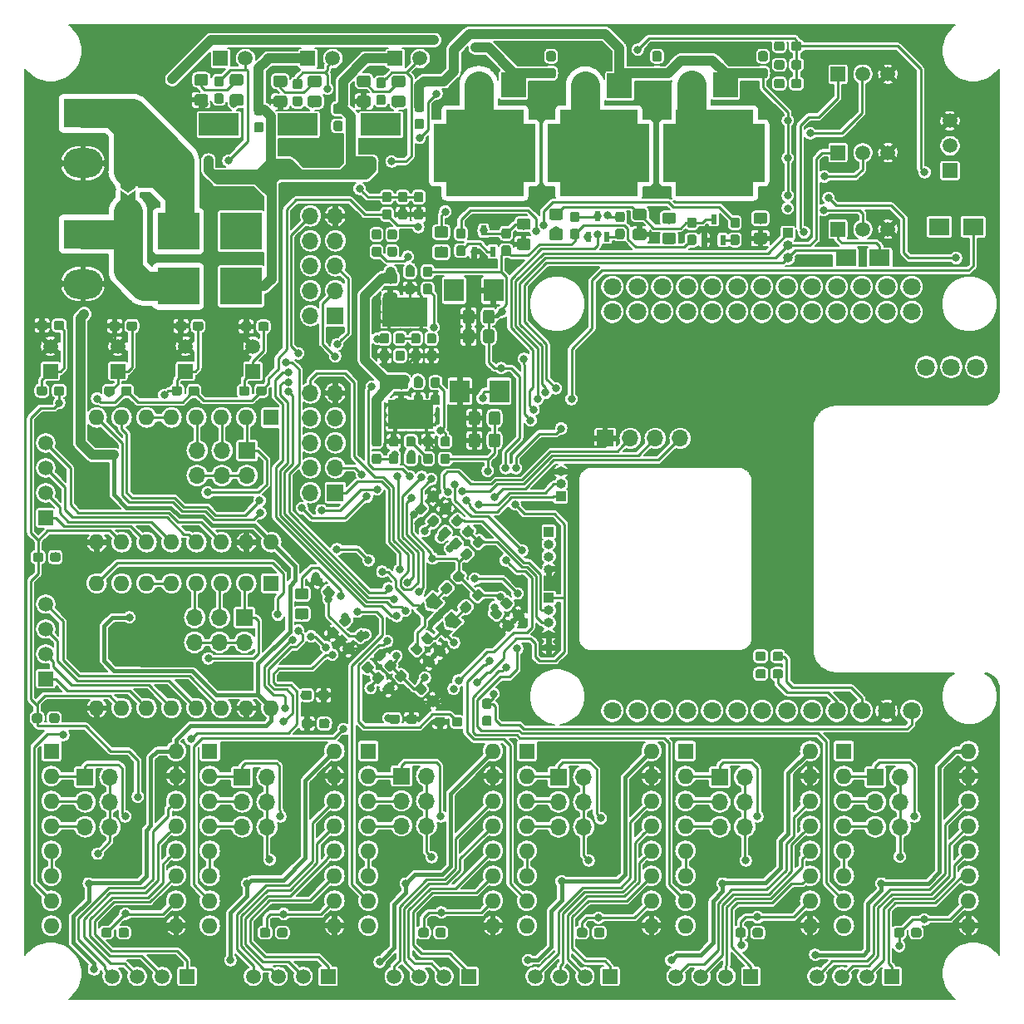
<source format=gbr>
G04 #@! TF.GenerationSoftware,KiCad,Pcbnew,5.1.2-f72e74a~84~ubuntu18.04.1*
G04 #@! TF.CreationDate,2019-06-18T18:41:53+08:00*
G04 #@! TF.ProjectId,printer-board,7072696e-7465-4722-9d62-6f6172642e6b,rev?*
G04 #@! TF.SameCoordinates,Original*
G04 #@! TF.FileFunction,Copper,L2,Bot*
G04 #@! TF.FilePolarity,Positive*
%FSLAX46Y46*%
G04 Gerber Fmt 4.6, Leading zero omitted, Abs format (unit mm)*
G04 Created by KiCad (PCBNEW 5.1.2-f72e74a~84~ubuntu18.04.1) date 2019-06-18 18:41:53*
%MOMM*%
%LPD*%
G04 APERTURE LIST*
%ADD10R,2.500000X2.500000*%
%ADD11C,2.500000*%
%ADD12C,0.100000*%
%ADD13C,0.950000*%
%ADD14R,0.600000X1.000000*%
%ADD15O,1.000000X1.000000*%
%ADD16R,1.000000X1.000000*%
%ADD17O,1.700000X1.700000*%
%ADD18R,1.700000X1.700000*%
%ADD19R,1.998980X2.301240*%
%ADD20C,1.150000*%
%ADD21O,4.000000X3.000000*%
%ADD22R,4.000000X3.000000*%
%ADD23R,4.239260X3.810000*%
%ADD24C,0.600000*%
%ADD25C,1.500000*%
%ADD26R,1.500000X1.500000*%
%ADD27C,1.800000*%
%ADD28R,1.524000X1.524000*%
%ADD29R,2.100580X1.699260*%
%ADD30R,1.600000X1.600000*%
%ADD31O,1.600000X1.600000*%
%ADD32C,0.300000*%
%ADD33R,1.500000X1.200000*%
%ADD34C,0.500000*%
%ADD35C,0.800000*%
%ADD36C,0.250000*%
%ADD37C,1.000000*%
%ADD38C,0.400000*%
%ADD39C,3.000000*%
%ADD40C,0.127000*%
G04 APERTURE END LIST*
D10*
X71755000Y-6500000D03*
D11*
X68255000Y-6500000D03*
D10*
X60960000Y-6600000D03*
D11*
X57460000Y-6600000D03*
D10*
X50165000Y-6500000D03*
D11*
X46665000Y-6500000D03*
D12*
G36*
X61260779Y-19401144D02*
G01*
X61283834Y-19404563D01*
X61306443Y-19410227D01*
X61328387Y-19418079D01*
X61349457Y-19428044D01*
X61369448Y-19440026D01*
X61388168Y-19453910D01*
X61405438Y-19469562D01*
X61421090Y-19486832D01*
X61434974Y-19505552D01*
X61446956Y-19525543D01*
X61456921Y-19546613D01*
X61464773Y-19568557D01*
X61470437Y-19591166D01*
X61473856Y-19614221D01*
X61475000Y-19637500D01*
X61475000Y-20212500D01*
X61473856Y-20235779D01*
X61470437Y-20258834D01*
X61464773Y-20281443D01*
X61456921Y-20303387D01*
X61446956Y-20324457D01*
X61434974Y-20344448D01*
X61421090Y-20363168D01*
X61405438Y-20380438D01*
X61388168Y-20396090D01*
X61369448Y-20409974D01*
X61349457Y-20421956D01*
X61328387Y-20431921D01*
X61306443Y-20439773D01*
X61283834Y-20445437D01*
X61260779Y-20448856D01*
X61237500Y-20450000D01*
X60762500Y-20450000D01*
X60739221Y-20448856D01*
X60716166Y-20445437D01*
X60693557Y-20439773D01*
X60671613Y-20431921D01*
X60650543Y-20421956D01*
X60630552Y-20409974D01*
X60611832Y-20396090D01*
X60594562Y-20380438D01*
X60578910Y-20363168D01*
X60565026Y-20344448D01*
X60553044Y-20324457D01*
X60543079Y-20303387D01*
X60535227Y-20281443D01*
X60529563Y-20258834D01*
X60526144Y-20235779D01*
X60525000Y-20212500D01*
X60525000Y-19637500D01*
X60526144Y-19614221D01*
X60529563Y-19591166D01*
X60535227Y-19568557D01*
X60543079Y-19546613D01*
X60553044Y-19525543D01*
X60565026Y-19505552D01*
X60578910Y-19486832D01*
X60594562Y-19469562D01*
X60611832Y-19453910D01*
X60630552Y-19440026D01*
X60650543Y-19428044D01*
X60671613Y-19418079D01*
X60693557Y-19410227D01*
X60716166Y-19404563D01*
X60739221Y-19401144D01*
X60762500Y-19400000D01*
X61237500Y-19400000D01*
X61260779Y-19401144D01*
X61260779Y-19401144D01*
G37*
D13*
X61000000Y-19925000D03*
D12*
G36*
X61260779Y-21151144D02*
G01*
X61283834Y-21154563D01*
X61306443Y-21160227D01*
X61328387Y-21168079D01*
X61349457Y-21178044D01*
X61369448Y-21190026D01*
X61388168Y-21203910D01*
X61405438Y-21219562D01*
X61421090Y-21236832D01*
X61434974Y-21255552D01*
X61446956Y-21275543D01*
X61456921Y-21296613D01*
X61464773Y-21318557D01*
X61470437Y-21341166D01*
X61473856Y-21364221D01*
X61475000Y-21387500D01*
X61475000Y-21962500D01*
X61473856Y-21985779D01*
X61470437Y-22008834D01*
X61464773Y-22031443D01*
X61456921Y-22053387D01*
X61446956Y-22074457D01*
X61434974Y-22094448D01*
X61421090Y-22113168D01*
X61405438Y-22130438D01*
X61388168Y-22146090D01*
X61369448Y-22159974D01*
X61349457Y-22171956D01*
X61328387Y-22181921D01*
X61306443Y-22189773D01*
X61283834Y-22195437D01*
X61260779Y-22198856D01*
X61237500Y-22200000D01*
X60762500Y-22200000D01*
X60739221Y-22198856D01*
X60716166Y-22195437D01*
X60693557Y-22189773D01*
X60671613Y-22181921D01*
X60650543Y-22171956D01*
X60630552Y-22159974D01*
X60611832Y-22146090D01*
X60594562Y-22130438D01*
X60578910Y-22113168D01*
X60565026Y-22094448D01*
X60553044Y-22074457D01*
X60543079Y-22053387D01*
X60535227Y-22031443D01*
X60529563Y-22008834D01*
X60526144Y-21985779D01*
X60525000Y-21962500D01*
X60525000Y-21387500D01*
X60526144Y-21364221D01*
X60529563Y-21341166D01*
X60535227Y-21318557D01*
X60543079Y-21296613D01*
X60553044Y-21275543D01*
X60565026Y-21255552D01*
X60578910Y-21236832D01*
X60594562Y-21219562D01*
X60611832Y-21203910D01*
X60630552Y-21190026D01*
X60650543Y-21178044D01*
X60671613Y-21168079D01*
X60693557Y-21160227D01*
X60716166Y-21154563D01*
X60739221Y-21151144D01*
X60762500Y-21150000D01*
X61237500Y-21150000D01*
X61260779Y-21151144D01*
X61260779Y-21151144D01*
G37*
D13*
X61000000Y-21675000D03*
D12*
G36*
X56660779Y-19401144D02*
G01*
X56683834Y-19404563D01*
X56706443Y-19410227D01*
X56728387Y-19418079D01*
X56749457Y-19428044D01*
X56769448Y-19440026D01*
X56788168Y-19453910D01*
X56805438Y-19469562D01*
X56821090Y-19486832D01*
X56834974Y-19505552D01*
X56846956Y-19525543D01*
X56856921Y-19546613D01*
X56864773Y-19568557D01*
X56870437Y-19591166D01*
X56873856Y-19614221D01*
X56875000Y-19637500D01*
X56875000Y-20212500D01*
X56873856Y-20235779D01*
X56870437Y-20258834D01*
X56864773Y-20281443D01*
X56856921Y-20303387D01*
X56846956Y-20324457D01*
X56834974Y-20344448D01*
X56821090Y-20363168D01*
X56805438Y-20380438D01*
X56788168Y-20396090D01*
X56769448Y-20409974D01*
X56749457Y-20421956D01*
X56728387Y-20431921D01*
X56706443Y-20439773D01*
X56683834Y-20445437D01*
X56660779Y-20448856D01*
X56637500Y-20450000D01*
X56162500Y-20450000D01*
X56139221Y-20448856D01*
X56116166Y-20445437D01*
X56093557Y-20439773D01*
X56071613Y-20431921D01*
X56050543Y-20421956D01*
X56030552Y-20409974D01*
X56011832Y-20396090D01*
X55994562Y-20380438D01*
X55978910Y-20363168D01*
X55965026Y-20344448D01*
X55953044Y-20324457D01*
X55943079Y-20303387D01*
X55935227Y-20281443D01*
X55929563Y-20258834D01*
X55926144Y-20235779D01*
X55925000Y-20212500D01*
X55925000Y-19637500D01*
X55926144Y-19614221D01*
X55929563Y-19591166D01*
X55935227Y-19568557D01*
X55943079Y-19546613D01*
X55953044Y-19525543D01*
X55965026Y-19505552D01*
X55978910Y-19486832D01*
X55994562Y-19469562D01*
X56011832Y-19453910D01*
X56030552Y-19440026D01*
X56050543Y-19428044D01*
X56071613Y-19418079D01*
X56093557Y-19410227D01*
X56116166Y-19404563D01*
X56139221Y-19401144D01*
X56162500Y-19400000D01*
X56637500Y-19400000D01*
X56660779Y-19401144D01*
X56660779Y-19401144D01*
G37*
D13*
X56400000Y-19925000D03*
D12*
G36*
X56660779Y-21151144D02*
G01*
X56683834Y-21154563D01*
X56706443Y-21160227D01*
X56728387Y-21168079D01*
X56749457Y-21178044D01*
X56769448Y-21190026D01*
X56788168Y-21203910D01*
X56805438Y-21219562D01*
X56821090Y-21236832D01*
X56834974Y-21255552D01*
X56846956Y-21275543D01*
X56856921Y-21296613D01*
X56864773Y-21318557D01*
X56870437Y-21341166D01*
X56873856Y-21364221D01*
X56875000Y-21387500D01*
X56875000Y-21962500D01*
X56873856Y-21985779D01*
X56870437Y-22008834D01*
X56864773Y-22031443D01*
X56856921Y-22053387D01*
X56846956Y-22074457D01*
X56834974Y-22094448D01*
X56821090Y-22113168D01*
X56805438Y-22130438D01*
X56788168Y-22146090D01*
X56769448Y-22159974D01*
X56749457Y-22171956D01*
X56728387Y-22181921D01*
X56706443Y-22189773D01*
X56683834Y-22195437D01*
X56660779Y-22198856D01*
X56637500Y-22200000D01*
X56162500Y-22200000D01*
X56139221Y-22198856D01*
X56116166Y-22195437D01*
X56093557Y-22189773D01*
X56071613Y-22181921D01*
X56050543Y-22171956D01*
X56030552Y-22159974D01*
X56011832Y-22146090D01*
X55994562Y-22130438D01*
X55978910Y-22113168D01*
X55965026Y-22094448D01*
X55953044Y-22074457D01*
X55943079Y-22053387D01*
X55935227Y-22031443D01*
X55929563Y-22008834D01*
X55926144Y-21985779D01*
X55925000Y-21962500D01*
X55925000Y-21387500D01*
X55926144Y-21364221D01*
X55929563Y-21341166D01*
X55935227Y-21318557D01*
X55943079Y-21296613D01*
X55953044Y-21275543D01*
X55965026Y-21255552D01*
X55978910Y-21236832D01*
X55994562Y-21219562D01*
X56011832Y-21203910D01*
X56030552Y-21190026D01*
X56050543Y-21178044D01*
X56071613Y-21168079D01*
X56093557Y-21160227D01*
X56116166Y-21154563D01*
X56139221Y-21151144D01*
X56162500Y-21150000D01*
X56637500Y-21150000D01*
X56660779Y-21151144D01*
X56660779Y-21151144D01*
G37*
D13*
X56400000Y-21675000D03*
D12*
G36*
X72960779Y-20001144D02*
G01*
X72983834Y-20004563D01*
X73006443Y-20010227D01*
X73028387Y-20018079D01*
X73049457Y-20028044D01*
X73069448Y-20040026D01*
X73088168Y-20053910D01*
X73105438Y-20069562D01*
X73121090Y-20086832D01*
X73134974Y-20105552D01*
X73146956Y-20125543D01*
X73156921Y-20146613D01*
X73164773Y-20168557D01*
X73170437Y-20191166D01*
X73173856Y-20214221D01*
X73175000Y-20237500D01*
X73175000Y-20812500D01*
X73173856Y-20835779D01*
X73170437Y-20858834D01*
X73164773Y-20881443D01*
X73156921Y-20903387D01*
X73146956Y-20924457D01*
X73134974Y-20944448D01*
X73121090Y-20963168D01*
X73105438Y-20980438D01*
X73088168Y-20996090D01*
X73069448Y-21009974D01*
X73049457Y-21021956D01*
X73028387Y-21031921D01*
X73006443Y-21039773D01*
X72983834Y-21045437D01*
X72960779Y-21048856D01*
X72937500Y-21050000D01*
X72462500Y-21050000D01*
X72439221Y-21048856D01*
X72416166Y-21045437D01*
X72393557Y-21039773D01*
X72371613Y-21031921D01*
X72350543Y-21021956D01*
X72330552Y-21009974D01*
X72311832Y-20996090D01*
X72294562Y-20980438D01*
X72278910Y-20963168D01*
X72265026Y-20944448D01*
X72253044Y-20924457D01*
X72243079Y-20903387D01*
X72235227Y-20881443D01*
X72229563Y-20858834D01*
X72226144Y-20835779D01*
X72225000Y-20812500D01*
X72225000Y-20237500D01*
X72226144Y-20214221D01*
X72229563Y-20191166D01*
X72235227Y-20168557D01*
X72243079Y-20146613D01*
X72253044Y-20125543D01*
X72265026Y-20105552D01*
X72278910Y-20086832D01*
X72294562Y-20069562D01*
X72311832Y-20053910D01*
X72330552Y-20040026D01*
X72350543Y-20028044D01*
X72371613Y-20018079D01*
X72393557Y-20010227D01*
X72416166Y-20004563D01*
X72439221Y-20001144D01*
X72462500Y-20000000D01*
X72937500Y-20000000D01*
X72960779Y-20001144D01*
X72960779Y-20001144D01*
G37*
D13*
X72700000Y-20525000D03*
D12*
G36*
X72960779Y-21751144D02*
G01*
X72983834Y-21754563D01*
X73006443Y-21760227D01*
X73028387Y-21768079D01*
X73049457Y-21778044D01*
X73069448Y-21790026D01*
X73088168Y-21803910D01*
X73105438Y-21819562D01*
X73121090Y-21836832D01*
X73134974Y-21855552D01*
X73146956Y-21875543D01*
X73156921Y-21896613D01*
X73164773Y-21918557D01*
X73170437Y-21941166D01*
X73173856Y-21964221D01*
X73175000Y-21987500D01*
X73175000Y-22562500D01*
X73173856Y-22585779D01*
X73170437Y-22608834D01*
X73164773Y-22631443D01*
X73156921Y-22653387D01*
X73146956Y-22674457D01*
X73134974Y-22694448D01*
X73121090Y-22713168D01*
X73105438Y-22730438D01*
X73088168Y-22746090D01*
X73069448Y-22759974D01*
X73049457Y-22771956D01*
X73028387Y-22781921D01*
X73006443Y-22789773D01*
X72983834Y-22795437D01*
X72960779Y-22798856D01*
X72937500Y-22800000D01*
X72462500Y-22800000D01*
X72439221Y-22798856D01*
X72416166Y-22795437D01*
X72393557Y-22789773D01*
X72371613Y-22781921D01*
X72350543Y-22771956D01*
X72330552Y-22759974D01*
X72311832Y-22746090D01*
X72294562Y-22730438D01*
X72278910Y-22713168D01*
X72265026Y-22694448D01*
X72253044Y-22674457D01*
X72243079Y-22653387D01*
X72235227Y-22631443D01*
X72229563Y-22608834D01*
X72226144Y-22585779D01*
X72225000Y-22562500D01*
X72225000Y-21987500D01*
X72226144Y-21964221D01*
X72229563Y-21941166D01*
X72235227Y-21918557D01*
X72243079Y-21896613D01*
X72253044Y-21875543D01*
X72265026Y-21855552D01*
X72278910Y-21836832D01*
X72294562Y-21819562D01*
X72311832Y-21803910D01*
X72330552Y-21790026D01*
X72350543Y-21778044D01*
X72371613Y-21768079D01*
X72393557Y-21760227D01*
X72416166Y-21754563D01*
X72439221Y-21751144D01*
X72462500Y-21750000D01*
X72937500Y-21750000D01*
X72960779Y-21751144D01*
X72960779Y-21751144D01*
G37*
D13*
X72700000Y-22275000D03*
D12*
G36*
X68560779Y-20001144D02*
G01*
X68583834Y-20004563D01*
X68606443Y-20010227D01*
X68628387Y-20018079D01*
X68649457Y-20028044D01*
X68669448Y-20040026D01*
X68688168Y-20053910D01*
X68705438Y-20069562D01*
X68721090Y-20086832D01*
X68734974Y-20105552D01*
X68746956Y-20125543D01*
X68756921Y-20146613D01*
X68764773Y-20168557D01*
X68770437Y-20191166D01*
X68773856Y-20214221D01*
X68775000Y-20237500D01*
X68775000Y-20812500D01*
X68773856Y-20835779D01*
X68770437Y-20858834D01*
X68764773Y-20881443D01*
X68756921Y-20903387D01*
X68746956Y-20924457D01*
X68734974Y-20944448D01*
X68721090Y-20963168D01*
X68705438Y-20980438D01*
X68688168Y-20996090D01*
X68669448Y-21009974D01*
X68649457Y-21021956D01*
X68628387Y-21031921D01*
X68606443Y-21039773D01*
X68583834Y-21045437D01*
X68560779Y-21048856D01*
X68537500Y-21050000D01*
X68062500Y-21050000D01*
X68039221Y-21048856D01*
X68016166Y-21045437D01*
X67993557Y-21039773D01*
X67971613Y-21031921D01*
X67950543Y-21021956D01*
X67930552Y-21009974D01*
X67911832Y-20996090D01*
X67894562Y-20980438D01*
X67878910Y-20963168D01*
X67865026Y-20944448D01*
X67853044Y-20924457D01*
X67843079Y-20903387D01*
X67835227Y-20881443D01*
X67829563Y-20858834D01*
X67826144Y-20835779D01*
X67825000Y-20812500D01*
X67825000Y-20237500D01*
X67826144Y-20214221D01*
X67829563Y-20191166D01*
X67835227Y-20168557D01*
X67843079Y-20146613D01*
X67853044Y-20125543D01*
X67865026Y-20105552D01*
X67878910Y-20086832D01*
X67894562Y-20069562D01*
X67911832Y-20053910D01*
X67930552Y-20040026D01*
X67950543Y-20028044D01*
X67971613Y-20018079D01*
X67993557Y-20010227D01*
X68016166Y-20004563D01*
X68039221Y-20001144D01*
X68062500Y-20000000D01*
X68537500Y-20000000D01*
X68560779Y-20001144D01*
X68560779Y-20001144D01*
G37*
D13*
X68300000Y-20525000D03*
D12*
G36*
X68560779Y-21751144D02*
G01*
X68583834Y-21754563D01*
X68606443Y-21760227D01*
X68628387Y-21768079D01*
X68649457Y-21778044D01*
X68669448Y-21790026D01*
X68688168Y-21803910D01*
X68705438Y-21819562D01*
X68721090Y-21836832D01*
X68734974Y-21855552D01*
X68746956Y-21875543D01*
X68756921Y-21896613D01*
X68764773Y-21918557D01*
X68770437Y-21941166D01*
X68773856Y-21964221D01*
X68775000Y-21987500D01*
X68775000Y-22562500D01*
X68773856Y-22585779D01*
X68770437Y-22608834D01*
X68764773Y-22631443D01*
X68756921Y-22653387D01*
X68746956Y-22674457D01*
X68734974Y-22694448D01*
X68721090Y-22713168D01*
X68705438Y-22730438D01*
X68688168Y-22746090D01*
X68669448Y-22759974D01*
X68649457Y-22771956D01*
X68628387Y-22781921D01*
X68606443Y-22789773D01*
X68583834Y-22795437D01*
X68560779Y-22798856D01*
X68537500Y-22800000D01*
X68062500Y-22800000D01*
X68039221Y-22798856D01*
X68016166Y-22795437D01*
X67993557Y-22789773D01*
X67971613Y-22781921D01*
X67950543Y-22771956D01*
X67930552Y-22759974D01*
X67911832Y-22746090D01*
X67894562Y-22730438D01*
X67878910Y-22713168D01*
X67865026Y-22694448D01*
X67853044Y-22674457D01*
X67843079Y-22653387D01*
X67835227Y-22631443D01*
X67829563Y-22608834D01*
X67826144Y-22585779D01*
X67825000Y-22562500D01*
X67825000Y-21987500D01*
X67826144Y-21964221D01*
X67829563Y-21941166D01*
X67835227Y-21918557D01*
X67843079Y-21896613D01*
X67853044Y-21875543D01*
X67865026Y-21855552D01*
X67878910Y-21836832D01*
X67894562Y-21819562D01*
X67911832Y-21803910D01*
X67930552Y-21790026D01*
X67950543Y-21778044D01*
X67971613Y-21768079D01*
X67993557Y-21760227D01*
X68016166Y-21754563D01*
X68039221Y-21751144D01*
X68062500Y-21750000D01*
X68537500Y-21750000D01*
X68560779Y-21751144D01*
X68560779Y-21751144D01*
G37*
D13*
X68300000Y-22275000D03*
D12*
G36*
X45060779Y-21101144D02*
G01*
X45083834Y-21104563D01*
X45106443Y-21110227D01*
X45128387Y-21118079D01*
X45149457Y-21128044D01*
X45169448Y-21140026D01*
X45188168Y-21153910D01*
X45205438Y-21169562D01*
X45221090Y-21186832D01*
X45234974Y-21205552D01*
X45246956Y-21225543D01*
X45256921Y-21246613D01*
X45264773Y-21268557D01*
X45270437Y-21291166D01*
X45273856Y-21314221D01*
X45275000Y-21337500D01*
X45275000Y-21912500D01*
X45273856Y-21935779D01*
X45270437Y-21958834D01*
X45264773Y-21981443D01*
X45256921Y-22003387D01*
X45246956Y-22024457D01*
X45234974Y-22044448D01*
X45221090Y-22063168D01*
X45205438Y-22080438D01*
X45188168Y-22096090D01*
X45169448Y-22109974D01*
X45149457Y-22121956D01*
X45128387Y-22131921D01*
X45106443Y-22139773D01*
X45083834Y-22145437D01*
X45060779Y-22148856D01*
X45037500Y-22150000D01*
X44562500Y-22150000D01*
X44539221Y-22148856D01*
X44516166Y-22145437D01*
X44493557Y-22139773D01*
X44471613Y-22131921D01*
X44450543Y-22121956D01*
X44430552Y-22109974D01*
X44411832Y-22096090D01*
X44394562Y-22080438D01*
X44378910Y-22063168D01*
X44365026Y-22044448D01*
X44353044Y-22024457D01*
X44343079Y-22003387D01*
X44335227Y-21981443D01*
X44329563Y-21958834D01*
X44326144Y-21935779D01*
X44325000Y-21912500D01*
X44325000Y-21337500D01*
X44326144Y-21314221D01*
X44329563Y-21291166D01*
X44335227Y-21268557D01*
X44343079Y-21246613D01*
X44353044Y-21225543D01*
X44365026Y-21205552D01*
X44378910Y-21186832D01*
X44394562Y-21169562D01*
X44411832Y-21153910D01*
X44430552Y-21140026D01*
X44450543Y-21128044D01*
X44471613Y-21118079D01*
X44493557Y-21110227D01*
X44516166Y-21104563D01*
X44539221Y-21101144D01*
X44562500Y-21100000D01*
X45037500Y-21100000D01*
X45060779Y-21101144D01*
X45060779Y-21101144D01*
G37*
D13*
X44800000Y-21625000D03*
D12*
G36*
X45060779Y-22851144D02*
G01*
X45083834Y-22854563D01*
X45106443Y-22860227D01*
X45128387Y-22868079D01*
X45149457Y-22878044D01*
X45169448Y-22890026D01*
X45188168Y-22903910D01*
X45205438Y-22919562D01*
X45221090Y-22936832D01*
X45234974Y-22955552D01*
X45246956Y-22975543D01*
X45256921Y-22996613D01*
X45264773Y-23018557D01*
X45270437Y-23041166D01*
X45273856Y-23064221D01*
X45275000Y-23087500D01*
X45275000Y-23662500D01*
X45273856Y-23685779D01*
X45270437Y-23708834D01*
X45264773Y-23731443D01*
X45256921Y-23753387D01*
X45246956Y-23774457D01*
X45234974Y-23794448D01*
X45221090Y-23813168D01*
X45205438Y-23830438D01*
X45188168Y-23846090D01*
X45169448Y-23859974D01*
X45149457Y-23871956D01*
X45128387Y-23881921D01*
X45106443Y-23889773D01*
X45083834Y-23895437D01*
X45060779Y-23898856D01*
X45037500Y-23900000D01*
X44562500Y-23900000D01*
X44539221Y-23898856D01*
X44516166Y-23895437D01*
X44493557Y-23889773D01*
X44471613Y-23881921D01*
X44450543Y-23871956D01*
X44430552Y-23859974D01*
X44411832Y-23846090D01*
X44394562Y-23830438D01*
X44378910Y-23813168D01*
X44365026Y-23794448D01*
X44353044Y-23774457D01*
X44343079Y-23753387D01*
X44335227Y-23731443D01*
X44329563Y-23708834D01*
X44326144Y-23685779D01*
X44325000Y-23662500D01*
X44325000Y-23087500D01*
X44326144Y-23064221D01*
X44329563Y-23041166D01*
X44335227Y-23018557D01*
X44343079Y-22996613D01*
X44353044Y-22975543D01*
X44365026Y-22955552D01*
X44378910Y-22936832D01*
X44394562Y-22919562D01*
X44411832Y-22903910D01*
X44430552Y-22890026D01*
X44450543Y-22878044D01*
X44471613Y-22868079D01*
X44493557Y-22860227D01*
X44516166Y-22854563D01*
X44539221Y-22851144D01*
X44562500Y-22850000D01*
X45037500Y-22850000D01*
X45060779Y-22851144D01*
X45060779Y-22851144D01*
G37*
D13*
X44800000Y-23375000D03*
D12*
G36*
X49660779Y-21101144D02*
G01*
X49683834Y-21104563D01*
X49706443Y-21110227D01*
X49728387Y-21118079D01*
X49749457Y-21128044D01*
X49769448Y-21140026D01*
X49788168Y-21153910D01*
X49805438Y-21169562D01*
X49821090Y-21186832D01*
X49834974Y-21205552D01*
X49846956Y-21225543D01*
X49856921Y-21246613D01*
X49864773Y-21268557D01*
X49870437Y-21291166D01*
X49873856Y-21314221D01*
X49875000Y-21337500D01*
X49875000Y-21912500D01*
X49873856Y-21935779D01*
X49870437Y-21958834D01*
X49864773Y-21981443D01*
X49856921Y-22003387D01*
X49846956Y-22024457D01*
X49834974Y-22044448D01*
X49821090Y-22063168D01*
X49805438Y-22080438D01*
X49788168Y-22096090D01*
X49769448Y-22109974D01*
X49749457Y-22121956D01*
X49728387Y-22131921D01*
X49706443Y-22139773D01*
X49683834Y-22145437D01*
X49660779Y-22148856D01*
X49637500Y-22150000D01*
X49162500Y-22150000D01*
X49139221Y-22148856D01*
X49116166Y-22145437D01*
X49093557Y-22139773D01*
X49071613Y-22131921D01*
X49050543Y-22121956D01*
X49030552Y-22109974D01*
X49011832Y-22096090D01*
X48994562Y-22080438D01*
X48978910Y-22063168D01*
X48965026Y-22044448D01*
X48953044Y-22024457D01*
X48943079Y-22003387D01*
X48935227Y-21981443D01*
X48929563Y-21958834D01*
X48926144Y-21935779D01*
X48925000Y-21912500D01*
X48925000Y-21337500D01*
X48926144Y-21314221D01*
X48929563Y-21291166D01*
X48935227Y-21268557D01*
X48943079Y-21246613D01*
X48953044Y-21225543D01*
X48965026Y-21205552D01*
X48978910Y-21186832D01*
X48994562Y-21169562D01*
X49011832Y-21153910D01*
X49030552Y-21140026D01*
X49050543Y-21128044D01*
X49071613Y-21118079D01*
X49093557Y-21110227D01*
X49116166Y-21104563D01*
X49139221Y-21101144D01*
X49162500Y-21100000D01*
X49637500Y-21100000D01*
X49660779Y-21101144D01*
X49660779Y-21101144D01*
G37*
D13*
X49400000Y-21625000D03*
D12*
G36*
X49660779Y-22851144D02*
G01*
X49683834Y-22854563D01*
X49706443Y-22860227D01*
X49728387Y-22868079D01*
X49749457Y-22878044D01*
X49769448Y-22890026D01*
X49788168Y-22903910D01*
X49805438Y-22919562D01*
X49821090Y-22936832D01*
X49834974Y-22955552D01*
X49846956Y-22975543D01*
X49856921Y-22996613D01*
X49864773Y-23018557D01*
X49870437Y-23041166D01*
X49873856Y-23064221D01*
X49875000Y-23087500D01*
X49875000Y-23662500D01*
X49873856Y-23685779D01*
X49870437Y-23708834D01*
X49864773Y-23731443D01*
X49856921Y-23753387D01*
X49846956Y-23774457D01*
X49834974Y-23794448D01*
X49821090Y-23813168D01*
X49805438Y-23830438D01*
X49788168Y-23846090D01*
X49769448Y-23859974D01*
X49749457Y-23871956D01*
X49728387Y-23881921D01*
X49706443Y-23889773D01*
X49683834Y-23895437D01*
X49660779Y-23898856D01*
X49637500Y-23900000D01*
X49162500Y-23900000D01*
X49139221Y-23898856D01*
X49116166Y-23895437D01*
X49093557Y-23889773D01*
X49071613Y-23881921D01*
X49050543Y-23871956D01*
X49030552Y-23859974D01*
X49011832Y-23846090D01*
X48994562Y-23830438D01*
X48978910Y-23813168D01*
X48965026Y-23794448D01*
X48953044Y-23774457D01*
X48943079Y-23753387D01*
X48935227Y-23731443D01*
X48929563Y-23708834D01*
X48926144Y-23685779D01*
X48925000Y-23662500D01*
X48925000Y-23087500D01*
X48926144Y-23064221D01*
X48929563Y-23041166D01*
X48935227Y-23018557D01*
X48943079Y-22996613D01*
X48953044Y-22975543D01*
X48965026Y-22955552D01*
X48978910Y-22936832D01*
X48994562Y-22919562D01*
X49011832Y-22903910D01*
X49030552Y-22890026D01*
X49050543Y-22878044D01*
X49071613Y-22868079D01*
X49093557Y-22860227D01*
X49116166Y-22854563D01*
X49139221Y-22851144D01*
X49162500Y-22850000D01*
X49637500Y-22850000D01*
X49660779Y-22851144D01*
X49660779Y-22851144D01*
G37*
D13*
X49400000Y-23375000D03*
D14*
X59650000Y-21960000D03*
X58700000Y-19840000D03*
X57750000Y-21960000D03*
X71487100Y-22294999D03*
X70537100Y-20174999D03*
X69587100Y-22294999D03*
X48050000Y-23460000D03*
X47100000Y-21340000D03*
X46150000Y-23460000D03*
D15*
X54975000Y-45885000D03*
X54975000Y-47155000D03*
D16*
X54975000Y-48425000D03*
D17*
X67120000Y-42500000D03*
X64580000Y-42500000D03*
X62040000Y-42500000D03*
D18*
X59500000Y-42500000D03*
D12*
G36*
X40460779Y-33551144D02*
G01*
X40483834Y-33554563D01*
X40506443Y-33560227D01*
X40528387Y-33568079D01*
X40549457Y-33578044D01*
X40569448Y-33590026D01*
X40588168Y-33603910D01*
X40605438Y-33619562D01*
X40621090Y-33636832D01*
X40634974Y-33655552D01*
X40646956Y-33675543D01*
X40656921Y-33696613D01*
X40664773Y-33718557D01*
X40670437Y-33741166D01*
X40673856Y-33764221D01*
X40675000Y-33787500D01*
X40675000Y-34362500D01*
X40673856Y-34385779D01*
X40670437Y-34408834D01*
X40664773Y-34431443D01*
X40656921Y-34453387D01*
X40646956Y-34474457D01*
X40634974Y-34494448D01*
X40621090Y-34513168D01*
X40605438Y-34530438D01*
X40588168Y-34546090D01*
X40569448Y-34559974D01*
X40549457Y-34571956D01*
X40528387Y-34581921D01*
X40506443Y-34589773D01*
X40483834Y-34595437D01*
X40460779Y-34598856D01*
X40437500Y-34600000D01*
X39962500Y-34600000D01*
X39939221Y-34598856D01*
X39916166Y-34595437D01*
X39893557Y-34589773D01*
X39871613Y-34581921D01*
X39850543Y-34571956D01*
X39830552Y-34559974D01*
X39811832Y-34546090D01*
X39794562Y-34530438D01*
X39778910Y-34513168D01*
X39765026Y-34494448D01*
X39753044Y-34474457D01*
X39743079Y-34453387D01*
X39735227Y-34431443D01*
X39729563Y-34408834D01*
X39726144Y-34385779D01*
X39725000Y-34362500D01*
X39725000Y-33787500D01*
X39726144Y-33764221D01*
X39729563Y-33741166D01*
X39735227Y-33718557D01*
X39743079Y-33696613D01*
X39753044Y-33675543D01*
X39765026Y-33655552D01*
X39778910Y-33636832D01*
X39794562Y-33619562D01*
X39811832Y-33603910D01*
X39830552Y-33590026D01*
X39850543Y-33578044D01*
X39871613Y-33568079D01*
X39893557Y-33560227D01*
X39916166Y-33554563D01*
X39939221Y-33551144D01*
X39962500Y-33550000D01*
X40437500Y-33550000D01*
X40460779Y-33551144D01*
X40460779Y-33551144D01*
G37*
D13*
X40200000Y-34075000D03*
D12*
G36*
X40460779Y-31801144D02*
G01*
X40483834Y-31804563D01*
X40506443Y-31810227D01*
X40528387Y-31818079D01*
X40549457Y-31828044D01*
X40569448Y-31840026D01*
X40588168Y-31853910D01*
X40605438Y-31869562D01*
X40621090Y-31886832D01*
X40634974Y-31905552D01*
X40646956Y-31925543D01*
X40656921Y-31946613D01*
X40664773Y-31968557D01*
X40670437Y-31991166D01*
X40673856Y-32014221D01*
X40675000Y-32037500D01*
X40675000Y-32612500D01*
X40673856Y-32635779D01*
X40670437Y-32658834D01*
X40664773Y-32681443D01*
X40656921Y-32703387D01*
X40646956Y-32724457D01*
X40634974Y-32744448D01*
X40621090Y-32763168D01*
X40605438Y-32780438D01*
X40588168Y-32796090D01*
X40569448Y-32809974D01*
X40549457Y-32821956D01*
X40528387Y-32831921D01*
X40506443Y-32839773D01*
X40483834Y-32845437D01*
X40460779Y-32848856D01*
X40437500Y-32850000D01*
X39962500Y-32850000D01*
X39939221Y-32848856D01*
X39916166Y-32845437D01*
X39893557Y-32839773D01*
X39871613Y-32831921D01*
X39850543Y-32821956D01*
X39830552Y-32809974D01*
X39811832Y-32796090D01*
X39794562Y-32780438D01*
X39778910Y-32763168D01*
X39765026Y-32744448D01*
X39753044Y-32724457D01*
X39743079Y-32703387D01*
X39735227Y-32681443D01*
X39729563Y-32658834D01*
X39726144Y-32635779D01*
X39725000Y-32612500D01*
X39725000Y-32037500D01*
X39726144Y-32014221D01*
X39729563Y-31991166D01*
X39735227Y-31968557D01*
X39743079Y-31946613D01*
X39753044Y-31925543D01*
X39765026Y-31905552D01*
X39778910Y-31886832D01*
X39794562Y-31869562D01*
X39811832Y-31853910D01*
X39830552Y-31840026D01*
X39850543Y-31828044D01*
X39871613Y-31818079D01*
X39893557Y-31810227D01*
X39916166Y-31804563D01*
X39939221Y-31801144D01*
X39962500Y-31800000D01*
X40437500Y-31800000D01*
X40460779Y-31801144D01*
X40460779Y-31801144D01*
G37*
D13*
X40200000Y-32325000D03*
D12*
G36*
X42060779Y-33551144D02*
G01*
X42083834Y-33554563D01*
X42106443Y-33560227D01*
X42128387Y-33568079D01*
X42149457Y-33578044D01*
X42169448Y-33590026D01*
X42188168Y-33603910D01*
X42205438Y-33619562D01*
X42221090Y-33636832D01*
X42234974Y-33655552D01*
X42246956Y-33675543D01*
X42256921Y-33696613D01*
X42264773Y-33718557D01*
X42270437Y-33741166D01*
X42273856Y-33764221D01*
X42275000Y-33787500D01*
X42275000Y-34362500D01*
X42273856Y-34385779D01*
X42270437Y-34408834D01*
X42264773Y-34431443D01*
X42256921Y-34453387D01*
X42246956Y-34474457D01*
X42234974Y-34494448D01*
X42221090Y-34513168D01*
X42205438Y-34530438D01*
X42188168Y-34546090D01*
X42169448Y-34559974D01*
X42149457Y-34571956D01*
X42128387Y-34581921D01*
X42106443Y-34589773D01*
X42083834Y-34595437D01*
X42060779Y-34598856D01*
X42037500Y-34600000D01*
X41562500Y-34600000D01*
X41539221Y-34598856D01*
X41516166Y-34595437D01*
X41493557Y-34589773D01*
X41471613Y-34581921D01*
X41450543Y-34571956D01*
X41430552Y-34559974D01*
X41411832Y-34546090D01*
X41394562Y-34530438D01*
X41378910Y-34513168D01*
X41365026Y-34494448D01*
X41353044Y-34474457D01*
X41343079Y-34453387D01*
X41335227Y-34431443D01*
X41329563Y-34408834D01*
X41326144Y-34385779D01*
X41325000Y-34362500D01*
X41325000Y-33787500D01*
X41326144Y-33764221D01*
X41329563Y-33741166D01*
X41335227Y-33718557D01*
X41343079Y-33696613D01*
X41353044Y-33675543D01*
X41365026Y-33655552D01*
X41378910Y-33636832D01*
X41394562Y-33619562D01*
X41411832Y-33603910D01*
X41430552Y-33590026D01*
X41450543Y-33578044D01*
X41471613Y-33568079D01*
X41493557Y-33560227D01*
X41516166Y-33554563D01*
X41539221Y-33551144D01*
X41562500Y-33550000D01*
X42037500Y-33550000D01*
X42060779Y-33551144D01*
X42060779Y-33551144D01*
G37*
D13*
X41800000Y-34075000D03*
D12*
G36*
X42060779Y-31801144D02*
G01*
X42083834Y-31804563D01*
X42106443Y-31810227D01*
X42128387Y-31818079D01*
X42149457Y-31828044D01*
X42169448Y-31840026D01*
X42188168Y-31853910D01*
X42205438Y-31869562D01*
X42221090Y-31886832D01*
X42234974Y-31905552D01*
X42246956Y-31925543D01*
X42256921Y-31946613D01*
X42264773Y-31968557D01*
X42270437Y-31991166D01*
X42273856Y-32014221D01*
X42275000Y-32037500D01*
X42275000Y-32612500D01*
X42273856Y-32635779D01*
X42270437Y-32658834D01*
X42264773Y-32681443D01*
X42256921Y-32703387D01*
X42246956Y-32724457D01*
X42234974Y-32744448D01*
X42221090Y-32763168D01*
X42205438Y-32780438D01*
X42188168Y-32796090D01*
X42169448Y-32809974D01*
X42149457Y-32821956D01*
X42128387Y-32831921D01*
X42106443Y-32839773D01*
X42083834Y-32845437D01*
X42060779Y-32848856D01*
X42037500Y-32850000D01*
X41562500Y-32850000D01*
X41539221Y-32848856D01*
X41516166Y-32845437D01*
X41493557Y-32839773D01*
X41471613Y-32831921D01*
X41450543Y-32821956D01*
X41430552Y-32809974D01*
X41411832Y-32796090D01*
X41394562Y-32780438D01*
X41378910Y-32763168D01*
X41365026Y-32744448D01*
X41353044Y-32724457D01*
X41343079Y-32703387D01*
X41335227Y-32681443D01*
X41329563Y-32658834D01*
X41326144Y-32635779D01*
X41325000Y-32612500D01*
X41325000Y-32037500D01*
X41326144Y-32014221D01*
X41329563Y-31991166D01*
X41335227Y-31968557D01*
X41343079Y-31946613D01*
X41353044Y-31925543D01*
X41365026Y-31905552D01*
X41378910Y-31886832D01*
X41394562Y-31869562D01*
X41411832Y-31853910D01*
X41430552Y-31840026D01*
X41450543Y-31828044D01*
X41471613Y-31818079D01*
X41493557Y-31810227D01*
X41516166Y-31804563D01*
X41539221Y-31801144D01*
X41562500Y-31800000D01*
X42037500Y-31800000D01*
X42060779Y-31801144D01*
X42060779Y-31801144D01*
G37*
D13*
X41800000Y-32325000D03*
D12*
G36*
X39860779Y-26751144D02*
G01*
X39883834Y-26754563D01*
X39906443Y-26760227D01*
X39928387Y-26768079D01*
X39949457Y-26778044D01*
X39969448Y-26790026D01*
X39988168Y-26803910D01*
X40005438Y-26819562D01*
X40021090Y-26836832D01*
X40034974Y-26855552D01*
X40046956Y-26875543D01*
X40056921Y-26896613D01*
X40064773Y-26918557D01*
X40070437Y-26941166D01*
X40073856Y-26964221D01*
X40075000Y-26987500D01*
X40075000Y-27562500D01*
X40073856Y-27585779D01*
X40070437Y-27608834D01*
X40064773Y-27631443D01*
X40056921Y-27653387D01*
X40046956Y-27674457D01*
X40034974Y-27694448D01*
X40021090Y-27713168D01*
X40005438Y-27730438D01*
X39988168Y-27746090D01*
X39969448Y-27759974D01*
X39949457Y-27771956D01*
X39928387Y-27781921D01*
X39906443Y-27789773D01*
X39883834Y-27795437D01*
X39860779Y-27798856D01*
X39837500Y-27800000D01*
X39362500Y-27800000D01*
X39339221Y-27798856D01*
X39316166Y-27795437D01*
X39293557Y-27789773D01*
X39271613Y-27781921D01*
X39250543Y-27771956D01*
X39230552Y-27759974D01*
X39211832Y-27746090D01*
X39194562Y-27730438D01*
X39178910Y-27713168D01*
X39165026Y-27694448D01*
X39153044Y-27674457D01*
X39143079Y-27653387D01*
X39135227Y-27631443D01*
X39129563Y-27608834D01*
X39126144Y-27585779D01*
X39125000Y-27562500D01*
X39125000Y-26987500D01*
X39126144Y-26964221D01*
X39129563Y-26941166D01*
X39135227Y-26918557D01*
X39143079Y-26896613D01*
X39153044Y-26875543D01*
X39165026Y-26855552D01*
X39178910Y-26836832D01*
X39194562Y-26819562D01*
X39211832Y-26803910D01*
X39230552Y-26790026D01*
X39250543Y-26778044D01*
X39271613Y-26768079D01*
X39293557Y-26760227D01*
X39316166Y-26754563D01*
X39339221Y-26751144D01*
X39362500Y-26750000D01*
X39837500Y-26750000D01*
X39860779Y-26751144D01*
X39860779Y-26751144D01*
G37*
D13*
X39600000Y-27275000D03*
D12*
G36*
X39860779Y-25001144D02*
G01*
X39883834Y-25004563D01*
X39906443Y-25010227D01*
X39928387Y-25018079D01*
X39949457Y-25028044D01*
X39969448Y-25040026D01*
X39988168Y-25053910D01*
X40005438Y-25069562D01*
X40021090Y-25086832D01*
X40034974Y-25105552D01*
X40046956Y-25125543D01*
X40056921Y-25146613D01*
X40064773Y-25168557D01*
X40070437Y-25191166D01*
X40073856Y-25214221D01*
X40075000Y-25237500D01*
X40075000Y-25812500D01*
X40073856Y-25835779D01*
X40070437Y-25858834D01*
X40064773Y-25881443D01*
X40056921Y-25903387D01*
X40046956Y-25924457D01*
X40034974Y-25944448D01*
X40021090Y-25963168D01*
X40005438Y-25980438D01*
X39988168Y-25996090D01*
X39969448Y-26009974D01*
X39949457Y-26021956D01*
X39928387Y-26031921D01*
X39906443Y-26039773D01*
X39883834Y-26045437D01*
X39860779Y-26048856D01*
X39837500Y-26050000D01*
X39362500Y-26050000D01*
X39339221Y-26048856D01*
X39316166Y-26045437D01*
X39293557Y-26039773D01*
X39271613Y-26031921D01*
X39250543Y-26021956D01*
X39230552Y-26009974D01*
X39211832Y-25996090D01*
X39194562Y-25980438D01*
X39178910Y-25963168D01*
X39165026Y-25944448D01*
X39153044Y-25924457D01*
X39143079Y-25903387D01*
X39135227Y-25881443D01*
X39129563Y-25858834D01*
X39126144Y-25835779D01*
X39125000Y-25812500D01*
X39125000Y-25237500D01*
X39126144Y-25214221D01*
X39129563Y-25191166D01*
X39135227Y-25168557D01*
X39143079Y-25146613D01*
X39153044Y-25125543D01*
X39165026Y-25105552D01*
X39178910Y-25086832D01*
X39194562Y-25069562D01*
X39211832Y-25053910D01*
X39230552Y-25040026D01*
X39250543Y-25028044D01*
X39271613Y-25018079D01*
X39293557Y-25010227D01*
X39316166Y-25004563D01*
X39339221Y-25001144D01*
X39362500Y-25000000D01*
X39837500Y-25000000D01*
X39860779Y-25001144D01*
X39860779Y-25001144D01*
G37*
D13*
X39600000Y-25525000D03*
D12*
G36*
X37260779Y-33551144D02*
G01*
X37283834Y-33554563D01*
X37306443Y-33560227D01*
X37328387Y-33568079D01*
X37349457Y-33578044D01*
X37369448Y-33590026D01*
X37388168Y-33603910D01*
X37405438Y-33619562D01*
X37421090Y-33636832D01*
X37434974Y-33655552D01*
X37446956Y-33675543D01*
X37456921Y-33696613D01*
X37464773Y-33718557D01*
X37470437Y-33741166D01*
X37473856Y-33764221D01*
X37475000Y-33787500D01*
X37475000Y-34362500D01*
X37473856Y-34385779D01*
X37470437Y-34408834D01*
X37464773Y-34431443D01*
X37456921Y-34453387D01*
X37446956Y-34474457D01*
X37434974Y-34494448D01*
X37421090Y-34513168D01*
X37405438Y-34530438D01*
X37388168Y-34546090D01*
X37369448Y-34559974D01*
X37349457Y-34571956D01*
X37328387Y-34581921D01*
X37306443Y-34589773D01*
X37283834Y-34595437D01*
X37260779Y-34598856D01*
X37237500Y-34600000D01*
X36762500Y-34600000D01*
X36739221Y-34598856D01*
X36716166Y-34595437D01*
X36693557Y-34589773D01*
X36671613Y-34581921D01*
X36650543Y-34571956D01*
X36630552Y-34559974D01*
X36611832Y-34546090D01*
X36594562Y-34530438D01*
X36578910Y-34513168D01*
X36565026Y-34494448D01*
X36553044Y-34474457D01*
X36543079Y-34453387D01*
X36535227Y-34431443D01*
X36529563Y-34408834D01*
X36526144Y-34385779D01*
X36525000Y-34362500D01*
X36525000Y-33787500D01*
X36526144Y-33764221D01*
X36529563Y-33741166D01*
X36535227Y-33718557D01*
X36543079Y-33696613D01*
X36553044Y-33675543D01*
X36565026Y-33655552D01*
X36578910Y-33636832D01*
X36594562Y-33619562D01*
X36611832Y-33603910D01*
X36630552Y-33590026D01*
X36650543Y-33578044D01*
X36671613Y-33568079D01*
X36693557Y-33560227D01*
X36716166Y-33554563D01*
X36739221Y-33551144D01*
X36762500Y-33550000D01*
X37237500Y-33550000D01*
X37260779Y-33551144D01*
X37260779Y-33551144D01*
G37*
D13*
X37000000Y-34075000D03*
D12*
G36*
X37260779Y-31801144D02*
G01*
X37283834Y-31804563D01*
X37306443Y-31810227D01*
X37328387Y-31818079D01*
X37349457Y-31828044D01*
X37369448Y-31840026D01*
X37388168Y-31853910D01*
X37405438Y-31869562D01*
X37421090Y-31886832D01*
X37434974Y-31905552D01*
X37446956Y-31925543D01*
X37456921Y-31946613D01*
X37464773Y-31968557D01*
X37470437Y-31991166D01*
X37473856Y-32014221D01*
X37475000Y-32037500D01*
X37475000Y-32612500D01*
X37473856Y-32635779D01*
X37470437Y-32658834D01*
X37464773Y-32681443D01*
X37456921Y-32703387D01*
X37446956Y-32724457D01*
X37434974Y-32744448D01*
X37421090Y-32763168D01*
X37405438Y-32780438D01*
X37388168Y-32796090D01*
X37369448Y-32809974D01*
X37349457Y-32821956D01*
X37328387Y-32831921D01*
X37306443Y-32839773D01*
X37283834Y-32845437D01*
X37260779Y-32848856D01*
X37237500Y-32850000D01*
X36762500Y-32850000D01*
X36739221Y-32848856D01*
X36716166Y-32845437D01*
X36693557Y-32839773D01*
X36671613Y-32831921D01*
X36650543Y-32821956D01*
X36630552Y-32809974D01*
X36611832Y-32796090D01*
X36594562Y-32780438D01*
X36578910Y-32763168D01*
X36565026Y-32744448D01*
X36553044Y-32724457D01*
X36543079Y-32703387D01*
X36535227Y-32681443D01*
X36529563Y-32658834D01*
X36526144Y-32635779D01*
X36525000Y-32612500D01*
X36525000Y-32037500D01*
X36526144Y-32014221D01*
X36529563Y-31991166D01*
X36535227Y-31968557D01*
X36543079Y-31946613D01*
X36553044Y-31925543D01*
X36565026Y-31905552D01*
X36578910Y-31886832D01*
X36594562Y-31869562D01*
X36611832Y-31853910D01*
X36630552Y-31840026D01*
X36650543Y-31828044D01*
X36671613Y-31818079D01*
X36693557Y-31810227D01*
X36716166Y-31804563D01*
X36739221Y-31801144D01*
X36762500Y-31800000D01*
X37237500Y-31800000D01*
X37260779Y-31801144D01*
X37260779Y-31801144D01*
G37*
D13*
X37000000Y-32325000D03*
D12*
G36*
X41660779Y-26751144D02*
G01*
X41683834Y-26754563D01*
X41706443Y-26760227D01*
X41728387Y-26768079D01*
X41749457Y-26778044D01*
X41769448Y-26790026D01*
X41788168Y-26803910D01*
X41805438Y-26819562D01*
X41821090Y-26836832D01*
X41834974Y-26855552D01*
X41846956Y-26875543D01*
X41856921Y-26896613D01*
X41864773Y-26918557D01*
X41870437Y-26941166D01*
X41873856Y-26964221D01*
X41875000Y-26987500D01*
X41875000Y-27562500D01*
X41873856Y-27585779D01*
X41870437Y-27608834D01*
X41864773Y-27631443D01*
X41856921Y-27653387D01*
X41846956Y-27674457D01*
X41834974Y-27694448D01*
X41821090Y-27713168D01*
X41805438Y-27730438D01*
X41788168Y-27746090D01*
X41769448Y-27759974D01*
X41749457Y-27771956D01*
X41728387Y-27781921D01*
X41706443Y-27789773D01*
X41683834Y-27795437D01*
X41660779Y-27798856D01*
X41637500Y-27800000D01*
X41162500Y-27800000D01*
X41139221Y-27798856D01*
X41116166Y-27795437D01*
X41093557Y-27789773D01*
X41071613Y-27781921D01*
X41050543Y-27771956D01*
X41030552Y-27759974D01*
X41011832Y-27746090D01*
X40994562Y-27730438D01*
X40978910Y-27713168D01*
X40965026Y-27694448D01*
X40953044Y-27674457D01*
X40943079Y-27653387D01*
X40935227Y-27631443D01*
X40929563Y-27608834D01*
X40926144Y-27585779D01*
X40925000Y-27562500D01*
X40925000Y-26987500D01*
X40926144Y-26964221D01*
X40929563Y-26941166D01*
X40935227Y-26918557D01*
X40943079Y-26896613D01*
X40953044Y-26875543D01*
X40965026Y-26855552D01*
X40978910Y-26836832D01*
X40994562Y-26819562D01*
X41011832Y-26803910D01*
X41030552Y-26790026D01*
X41050543Y-26778044D01*
X41071613Y-26768079D01*
X41093557Y-26760227D01*
X41116166Y-26754563D01*
X41139221Y-26751144D01*
X41162500Y-26750000D01*
X41637500Y-26750000D01*
X41660779Y-26751144D01*
X41660779Y-26751144D01*
G37*
D13*
X41400000Y-27275000D03*
D12*
G36*
X41660779Y-25001144D02*
G01*
X41683834Y-25004563D01*
X41706443Y-25010227D01*
X41728387Y-25018079D01*
X41749457Y-25028044D01*
X41769448Y-25040026D01*
X41788168Y-25053910D01*
X41805438Y-25069562D01*
X41821090Y-25086832D01*
X41834974Y-25105552D01*
X41846956Y-25125543D01*
X41856921Y-25146613D01*
X41864773Y-25168557D01*
X41870437Y-25191166D01*
X41873856Y-25214221D01*
X41875000Y-25237500D01*
X41875000Y-25812500D01*
X41873856Y-25835779D01*
X41870437Y-25858834D01*
X41864773Y-25881443D01*
X41856921Y-25903387D01*
X41846956Y-25924457D01*
X41834974Y-25944448D01*
X41821090Y-25963168D01*
X41805438Y-25980438D01*
X41788168Y-25996090D01*
X41769448Y-26009974D01*
X41749457Y-26021956D01*
X41728387Y-26031921D01*
X41706443Y-26039773D01*
X41683834Y-26045437D01*
X41660779Y-26048856D01*
X41637500Y-26050000D01*
X41162500Y-26050000D01*
X41139221Y-26048856D01*
X41116166Y-26045437D01*
X41093557Y-26039773D01*
X41071613Y-26031921D01*
X41050543Y-26021956D01*
X41030552Y-26009974D01*
X41011832Y-25996090D01*
X40994562Y-25980438D01*
X40978910Y-25963168D01*
X40965026Y-25944448D01*
X40953044Y-25924457D01*
X40943079Y-25903387D01*
X40935227Y-25881443D01*
X40929563Y-25858834D01*
X40926144Y-25835779D01*
X40925000Y-25812500D01*
X40925000Y-25237500D01*
X40926144Y-25214221D01*
X40929563Y-25191166D01*
X40935227Y-25168557D01*
X40943079Y-25146613D01*
X40953044Y-25125543D01*
X40965026Y-25105552D01*
X40978910Y-25086832D01*
X40994562Y-25069562D01*
X41011832Y-25053910D01*
X41030552Y-25040026D01*
X41050543Y-25028044D01*
X41071613Y-25018079D01*
X41093557Y-25010227D01*
X41116166Y-25004563D01*
X41139221Y-25001144D01*
X41162500Y-25000000D01*
X41637500Y-25000000D01*
X41660779Y-25001144D01*
X41660779Y-25001144D01*
G37*
D13*
X41400000Y-25525000D03*
D12*
G36*
X38060779Y-21201144D02*
G01*
X38083834Y-21204563D01*
X38106443Y-21210227D01*
X38128387Y-21218079D01*
X38149457Y-21228044D01*
X38169448Y-21240026D01*
X38188168Y-21253910D01*
X38205438Y-21269562D01*
X38221090Y-21286832D01*
X38234974Y-21305552D01*
X38246956Y-21325543D01*
X38256921Y-21346613D01*
X38264773Y-21368557D01*
X38270437Y-21391166D01*
X38273856Y-21414221D01*
X38275000Y-21437500D01*
X38275000Y-22012500D01*
X38273856Y-22035779D01*
X38270437Y-22058834D01*
X38264773Y-22081443D01*
X38256921Y-22103387D01*
X38246956Y-22124457D01*
X38234974Y-22144448D01*
X38221090Y-22163168D01*
X38205438Y-22180438D01*
X38188168Y-22196090D01*
X38169448Y-22209974D01*
X38149457Y-22221956D01*
X38128387Y-22231921D01*
X38106443Y-22239773D01*
X38083834Y-22245437D01*
X38060779Y-22248856D01*
X38037500Y-22250000D01*
X37562500Y-22250000D01*
X37539221Y-22248856D01*
X37516166Y-22245437D01*
X37493557Y-22239773D01*
X37471613Y-22231921D01*
X37450543Y-22221956D01*
X37430552Y-22209974D01*
X37411832Y-22196090D01*
X37394562Y-22180438D01*
X37378910Y-22163168D01*
X37365026Y-22144448D01*
X37353044Y-22124457D01*
X37343079Y-22103387D01*
X37335227Y-22081443D01*
X37329563Y-22058834D01*
X37326144Y-22035779D01*
X37325000Y-22012500D01*
X37325000Y-21437500D01*
X37326144Y-21414221D01*
X37329563Y-21391166D01*
X37335227Y-21368557D01*
X37343079Y-21346613D01*
X37353044Y-21325543D01*
X37365026Y-21305552D01*
X37378910Y-21286832D01*
X37394562Y-21269562D01*
X37411832Y-21253910D01*
X37430552Y-21240026D01*
X37450543Y-21228044D01*
X37471613Y-21218079D01*
X37493557Y-21210227D01*
X37516166Y-21204563D01*
X37539221Y-21201144D01*
X37562500Y-21200000D01*
X38037500Y-21200000D01*
X38060779Y-21201144D01*
X38060779Y-21201144D01*
G37*
D13*
X37800000Y-21725000D03*
D12*
G36*
X38060779Y-22951144D02*
G01*
X38083834Y-22954563D01*
X38106443Y-22960227D01*
X38128387Y-22968079D01*
X38149457Y-22978044D01*
X38169448Y-22990026D01*
X38188168Y-23003910D01*
X38205438Y-23019562D01*
X38221090Y-23036832D01*
X38234974Y-23055552D01*
X38246956Y-23075543D01*
X38256921Y-23096613D01*
X38264773Y-23118557D01*
X38270437Y-23141166D01*
X38273856Y-23164221D01*
X38275000Y-23187500D01*
X38275000Y-23762500D01*
X38273856Y-23785779D01*
X38270437Y-23808834D01*
X38264773Y-23831443D01*
X38256921Y-23853387D01*
X38246956Y-23874457D01*
X38234974Y-23894448D01*
X38221090Y-23913168D01*
X38205438Y-23930438D01*
X38188168Y-23946090D01*
X38169448Y-23959974D01*
X38149457Y-23971956D01*
X38128387Y-23981921D01*
X38106443Y-23989773D01*
X38083834Y-23995437D01*
X38060779Y-23998856D01*
X38037500Y-24000000D01*
X37562500Y-24000000D01*
X37539221Y-23998856D01*
X37516166Y-23995437D01*
X37493557Y-23989773D01*
X37471613Y-23981921D01*
X37450543Y-23971956D01*
X37430552Y-23959974D01*
X37411832Y-23946090D01*
X37394562Y-23930438D01*
X37378910Y-23913168D01*
X37365026Y-23894448D01*
X37353044Y-23874457D01*
X37343079Y-23853387D01*
X37335227Y-23831443D01*
X37329563Y-23808834D01*
X37326144Y-23785779D01*
X37325000Y-23762500D01*
X37325000Y-23187500D01*
X37326144Y-23164221D01*
X37329563Y-23141166D01*
X37335227Y-23118557D01*
X37343079Y-23096613D01*
X37353044Y-23075543D01*
X37365026Y-23055552D01*
X37378910Y-23036832D01*
X37394562Y-23019562D01*
X37411832Y-23003910D01*
X37430552Y-22990026D01*
X37450543Y-22978044D01*
X37471613Y-22968079D01*
X37493557Y-22960227D01*
X37516166Y-22954563D01*
X37539221Y-22951144D01*
X37562500Y-22950000D01*
X38037500Y-22950000D01*
X38060779Y-22951144D01*
X38060779Y-22951144D01*
G37*
D13*
X37800000Y-23475000D03*
D19*
X44090860Y-27427500D03*
X48109140Y-27427500D03*
D12*
G36*
X45924505Y-29401204D02*
G01*
X45948773Y-29404804D01*
X45972572Y-29410765D01*
X45995671Y-29419030D01*
X46017850Y-29429520D01*
X46038893Y-29442132D01*
X46058599Y-29456747D01*
X46076777Y-29473223D01*
X46093253Y-29491401D01*
X46107868Y-29511107D01*
X46120480Y-29532150D01*
X46130970Y-29554329D01*
X46139235Y-29577428D01*
X46145196Y-29601227D01*
X46148796Y-29625495D01*
X46150000Y-29649999D01*
X46150000Y-30550001D01*
X46148796Y-30574505D01*
X46145196Y-30598773D01*
X46139235Y-30622572D01*
X46130970Y-30645671D01*
X46120480Y-30667850D01*
X46107868Y-30688893D01*
X46093253Y-30708599D01*
X46076777Y-30726777D01*
X46058599Y-30743253D01*
X46038893Y-30757868D01*
X46017850Y-30770480D01*
X45995671Y-30780970D01*
X45972572Y-30789235D01*
X45948773Y-30795196D01*
X45924505Y-30798796D01*
X45900001Y-30800000D01*
X45249999Y-30800000D01*
X45225495Y-30798796D01*
X45201227Y-30795196D01*
X45177428Y-30789235D01*
X45154329Y-30780970D01*
X45132150Y-30770480D01*
X45111107Y-30757868D01*
X45091401Y-30743253D01*
X45073223Y-30726777D01*
X45056747Y-30708599D01*
X45042132Y-30688893D01*
X45029520Y-30667850D01*
X45019030Y-30645671D01*
X45010765Y-30622572D01*
X45004804Y-30598773D01*
X45001204Y-30574505D01*
X45000000Y-30550001D01*
X45000000Y-29649999D01*
X45001204Y-29625495D01*
X45004804Y-29601227D01*
X45010765Y-29577428D01*
X45019030Y-29554329D01*
X45029520Y-29532150D01*
X45042132Y-29511107D01*
X45056747Y-29491401D01*
X45073223Y-29473223D01*
X45091401Y-29456747D01*
X45111107Y-29442132D01*
X45132150Y-29429520D01*
X45154329Y-29419030D01*
X45177428Y-29410765D01*
X45201227Y-29404804D01*
X45225495Y-29401204D01*
X45249999Y-29400000D01*
X45900001Y-29400000D01*
X45924505Y-29401204D01*
X45924505Y-29401204D01*
G37*
D20*
X45575000Y-30100000D03*
D12*
G36*
X47974505Y-29401204D02*
G01*
X47998773Y-29404804D01*
X48022572Y-29410765D01*
X48045671Y-29419030D01*
X48067850Y-29429520D01*
X48088893Y-29442132D01*
X48108599Y-29456747D01*
X48126777Y-29473223D01*
X48143253Y-29491401D01*
X48157868Y-29511107D01*
X48170480Y-29532150D01*
X48180970Y-29554329D01*
X48189235Y-29577428D01*
X48195196Y-29601227D01*
X48198796Y-29625495D01*
X48200000Y-29649999D01*
X48200000Y-30550001D01*
X48198796Y-30574505D01*
X48195196Y-30598773D01*
X48189235Y-30622572D01*
X48180970Y-30645671D01*
X48170480Y-30667850D01*
X48157868Y-30688893D01*
X48143253Y-30708599D01*
X48126777Y-30726777D01*
X48108599Y-30743253D01*
X48088893Y-30757868D01*
X48067850Y-30770480D01*
X48045671Y-30780970D01*
X48022572Y-30789235D01*
X47998773Y-30795196D01*
X47974505Y-30798796D01*
X47950001Y-30800000D01*
X47299999Y-30800000D01*
X47275495Y-30798796D01*
X47251227Y-30795196D01*
X47227428Y-30789235D01*
X47204329Y-30780970D01*
X47182150Y-30770480D01*
X47161107Y-30757868D01*
X47141401Y-30743253D01*
X47123223Y-30726777D01*
X47106747Y-30708599D01*
X47092132Y-30688893D01*
X47079520Y-30667850D01*
X47069030Y-30645671D01*
X47060765Y-30622572D01*
X47054804Y-30598773D01*
X47051204Y-30574505D01*
X47050000Y-30550001D01*
X47050000Y-29649999D01*
X47051204Y-29625495D01*
X47054804Y-29601227D01*
X47060765Y-29577428D01*
X47069030Y-29554329D01*
X47079520Y-29532150D01*
X47092132Y-29511107D01*
X47106747Y-29491401D01*
X47123223Y-29473223D01*
X47141401Y-29456747D01*
X47161107Y-29442132D01*
X47182150Y-29429520D01*
X47204329Y-29419030D01*
X47227428Y-29410765D01*
X47251227Y-29404804D01*
X47275495Y-29401204D01*
X47299999Y-29400000D01*
X47950001Y-29400000D01*
X47974505Y-29401204D01*
X47974505Y-29401204D01*
G37*
D20*
X47625000Y-30100000D03*
D12*
G36*
X45924505Y-31401204D02*
G01*
X45948773Y-31404804D01*
X45972572Y-31410765D01*
X45995671Y-31419030D01*
X46017850Y-31429520D01*
X46038893Y-31442132D01*
X46058599Y-31456747D01*
X46076777Y-31473223D01*
X46093253Y-31491401D01*
X46107868Y-31511107D01*
X46120480Y-31532150D01*
X46130970Y-31554329D01*
X46139235Y-31577428D01*
X46145196Y-31601227D01*
X46148796Y-31625495D01*
X46150000Y-31649999D01*
X46150000Y-32550001D01*
X46148796Y-32574505D01*
X46145196Y-32598773D01*
X46139235Y-32622572D01*
X46130970Y-32645671D01*
X46120480Y-32667850D01*
X46107868Y-32688893D01*
X46093253Y-32708599D01*
X46076777Y-32726777D01*
X46058599Y-32743253D01*
X46038893Y-32757868D01*
X46017850Y-32770480D01*
X45995671Y-32780970D01*
X45972572Y-32789235D01*
X45948773Y-32795196D01*
X45924505Y-32798796D01*
X45900001Y-32800000D01*
X45249999Y-32800000D01*
X45225495Y-32798796D01*
X45201227Y-32795196D01*
X45177428Y-32789235D01*
X45154329Y-32780970D01*
X45132150Y-32770480D01*
X45111107Y-32757868D01*
X45091401Y-32743253D01*
X45073223Y-32726777D01*
X45056747Y-32708599D01*
X45042132Y-32688893D01*
X45029520Y-32667850D01*
X45019030Y-32645671D01*
X45010765Y-32622572D01*
X45004804Y-32598773D01*
X45001204Y-32574505D01*
X45000000Y-32550001D01*
X45000000Y-31649999D01*
X45001204Y-31625495D01*
X45004804Y-31601227D01*
X45010765Y-31577428D01*
X45019030Y-31554329D01*
X45029520Y-31532150D01*
X45042132Y-31511107D01*
X45056747Y-31491401D01*
X45073223Y-31473223D01*
X45091401Y-31456747D01*
X45111107Y-31442132D01*
X45132150Y-31429520D01*
X45154329Y-31419030D01*
X45177428Y-31410765D01*
X45201227Y-31404804D01*
X45225495Y-31401204D01*
X45249999Y-31400000D01*
X45900001Y-31400000D01*
X45924505Y-31401204D01*
X45924505Y-31401204D01*
G37*
D20*
X45575000Y-32100000D03*
D12*
G36*
X47974505Y-31401204D02*
G01*
X47998773Y-31404804D01*
X48022572Y-31410765D01*
X48045671Y-31419030D01*
X48067850Y-31429520D01*
X48088893Y-31442132D01*
X48108599Y-31456747D01*
X48126777Y-31473223D01*
X48143253Y-31491401D01*
X48157868Y-31511107D01*
X48170480Y-31532150D01*
X48180970Y-31554329D01*
X48189235Y-31577428D01*
X48195196Y-31601227D01*
X48198796Y-31625495D01*
X48200000Y-31649999D01*
X48200000Y-32550001D01*
X48198796Y-32574505D01*
X48195196Y-32598773D01*
X48189235Y-32622572D01*
X48180970Y-32645671D01*
X48170480Y-32667850D01*
X48157868Y-32688893D01*
X48143253Y-32708599D01*
X48126777Y-32726777D01*
X48108599Y-32743253D01*
X48088893Y-32757868D01*
X48067850Y-32770480D01*
X48045671Y-32780970D01*
X48022572Y-32789235D01*
X47998773Y-32795196D01*
X47974505Y-32798796D01*
X47950001Y-32800000D01*
X47299999Y-32800000D01*
X47275495Y-32798796D01*
X47251227Y-32795196D01*
X47227428Y-32789235D01*
X47204329Y-32780970D01*
X47182150Y-32770480D01*
X47161107Y-32757868D01*
X47141401Y-32743253D01*
X47123223Y-32726777D01*
X47106747Y-32708599D01*
X47092132Y-32688893D01*
X47079520Y-32667850D01*
X47069030Y-32645671D01*
X47060765Y-32622572D01*
X47054804Y-32598773D01*
X47051204Y-32574505D01*
X47050000Y-32550001D01*
X47050000Y-31649999D01*
X47051204Y-31625495D01*
X47054804Y-31601227D01*
X47060765Y-31577428D01*
X47069030Y-31554329D01*
X47079520Y-31532150D01*
X47092132Y-31511107D01*
X47106747Y-31491401D01*
X47123223Y-31473223D01*
X47141401Y-31456747D01*
X47161107Y-31442132D01*
X47182150Y-31429520D01*
X47204329Y-31419030D01*
X47227428Y-31410765D01*
X47251227Y-31404804D01*
X47275495Y-31401204D01*
X47299999Y-31400000D01*
X47950001Y-31400000D01*
X47974505Y-31401204D01*
X47974505Y-31401204D01*
G37*
D20*
X47625000Y-32100000D03*
D12*
G36*
X38860779Y-31801144D02*
G01*
X38883834Y-31804563D01*
X38906443Y-31810227D01*
X38928387Y-31818079D01*
X38949457Y-31828044D01*
X38969448Y-31840026D01*
X38988168Y-31853910D01*
X39005438Y-31869562D01*
X39021090Y-31886832D01*
X39034974Y-31905552D01*
X39046956Y-31925543D01*
X39056921Y-31946613D01*
X39064773Y-31968557D01*
X39070437Y-31991166D01*
X39073856Y-32014221D01*
X39075000Y-32037500D01*
X39075000Y-32612500D01*
X39073856Y-32635779D01*
X39070437Y-32658834D01*
X39064773Y-32681443D01*
X39056921Y-32703387D01*
X39046956Y-32724457D01*
X39034974Y-32744448D01*
X39021090Y-32763168D01*
X39005438Y-32780438D01*
X38988168Y-32796090D01*
X38969448Y-32809974D01*
X38949457Y-32821956D01*
X38928387Y-32831921D01*
X38906443Y-32839773D01*
X38883834Y-32845437D01*
X38860779Y-32848856D01*
X38837500Y-32850000D01*
X38362500Y-32850000D01*
X38339221Y-32848856D01*
X38316166Y-32845437D01*
X38293557Y-32839773D01*
X38271613Y-32831921D01*
X38250543Y-32821956D01*
X38230552Y-32809974D01*
X38211832Y-32796090D01*
X38194562Y-32780438D01*
X38178910Y-32763168D01*
X38165026Y-32744448D01*
X38153044Y-32724457D01*
X38143079Y-32703387D01*
X38135227Y-32681443D01*
X38129563Y-32658834D01*
X38126144Y-32635779D01*
X38125000Y-32612500D01*
X38125000Y-32037500D01*
X38126144Y-32014221D01*
X38129563Y-31991166D01*
X38135227Y-31968557D01*
X38143079Y-31946613D01*
X38153044Y-31925543D01*
X38165026Y-31905552D01*
X38178910Y-31886832D01*
X38194562Y-31869562D01*
X38211832Y-31853910D01*
X38230552Y-31840026D01*
X38250543Y-31828044D01*
X38271613Y-31818079D01*
X38293557Y-31810227D01*
X38316166Y-31804563D01*
X38339221Y-31801144D01*
X38362500Y-31800000D01*
X38837500Y-31800000D01*
X38860779Y-31801144D01*
X38860779Y-31801144D01*
G37*
D13*
X38600000Y-32325000D03*
D12*
G36*
X38860779Y-33551144D02*
G01*
X38883834Y-33554563D01*
X38906443Y-33560227D01*
X38928387Y-33568079D01*
X38949457Y-33578044D01*
X38969448Y-33590026D01*
X38988168Y-33603910D01*
X39005438Y-33619562D01*
X39021090Y-33636832D01*
X39034974Y-33655552D01*
X39046956Y-33675543D01*
X39056921Y-33696613D01*
X39064773Y-33718557D01*
X39070437Y-33741166D01*
X39073856Y-33764221D01*
X39075000Y-33787500D01*
X39075000Y-34362500D01*
X39073856Y-34385779D01*
X39070437Y-34408834D01*
X39064773Y-34431443D01*
X39056921Y-34453387D01*
X39046956Y-34474457D01*
X39034974Y-34494448D01*
X39021090Y-34513168D01*
X39005438Y-34530438D01*
X38988168Y-34546090D01*
X38969448Y-34559974D01*
X38949457Y-34571956D01*
X38928387Y-34581921D01*
X38906443Y-34589773D01*
X38883834Y-34595437D01*
X38860779Y-34598856D01*
X38837500Y-34600000D01*
X38362500Y-34600000D01*
X38339221Y-34598856D01*
X38316166Y-34595437D01*
X38293557Y-34589773D01*
X38271613Y-34581921D01*
X38250543Y-34571956D01*
X38230552Y-34559974D01*
X38211832Y-34546090D01*
X38194562Y-34530438D01*
X38178910Y-34513168D01*
X38165026Y-34494448D01*
X38153044Y-34474457D01*
X38143079Y-34453387D01*
X38135227Y-34431443D01*
X38129563Y-34408834D01*
X38126144Y-34385779D01*
X38125000Y-34362500D01*
X38125000Y-33787500D01*
X38126144Y-33764221D01*
X38129563Y-33741166D01*
X38135227Y-33718557D01*
X38143079Y-33696613D01*
X38153044Y-33675543D01*
X38165026Y-33655552D01*
X38178910Y-33636832D01*
X38194562Y-33619562D01*
X38211832Y-33603910D01*
X38230552Y-33590026D01*
X38250543Y-33578044D01*
X38271613Y-33568079D01*
X38293557Y-33560227D01*
X38316166Y-33554563D01*
X38339221Y-33551144D01*
X38362500Y-33550000D01*
X38837500Y-33550000D01*
X38860779Y-33551144D01*
X38860779Y-33551144D01*
G37*
D13*
X38600000Y-34075000D03*
D12*
G36*
X38074505Y-27651204D02*
G01*
X38098773Y-27654804D01*
X38122572Y-27660765D01*
X38145671Y-27669030D01*
X38167850Y-27679520D01*
X38188893Y-27692132D01*
X38208599Y-27706747D01*
X38226777Y-27723223D01*
X38243253Y-27741401D01*
X38257868Y-27761107D01*
X38270480Y-27782150D01*
X38280970Y-27804329D01*
X38289235Y-27827428D01*
X38295196Y-27851227D01*
X38298796Y-27875495D01*
X38300000Y-27899999D01*
X38300000Y-28550001D01*
X38298796Y-28574505D01*
X38295196Y-28598773D01*
X38289235Y-28622572D01*
X38280970Y-28645671D01*
X38270480Y-28667850D01*
X38257868Y-28688893D01*
X38243253Y-28708599D01*
X38226777Y-28726777D01*
X38208599Y-28743253D01*
X38188893Y-28757868D01*
X38167850Y-28770480D01*
X38145671Y-28780970D01*
X38122572Y-28789235D01*
X38098773Y-28795196D01*
X38074505Y-28798796D01*
X38050001Y-28800000D01*
X37149999Y-28800000D01*
X37125495Y-28798796D01*
X37101227Y-28795196D01*
X37077428Y-28789235D01*
X37054329Y-28780970D01*
X37032150Y-28770480D01*
X37011107Y-28757868D01*
X36991401Y-28743253D01*
X36973223Y-28726777D01*
X36956747Y-28708599D01*
X36942132Y-28688893D01*
X36929520Y-28667850D01*
X36919030Y-28645671D01*
X36910765Y-28622572D01*
X36904804Y-28598773D01*
X36901204Y-28574505D01*
X36900000Y-28550001D01*
X36900000Y-27899999D01*
X36901204Y-27875495D01*
X36904804Y-27851227D01*
X36910765Y-27827428D01*
X36919030Y-27804329D01*
X36929520Y-27782150D01*
X36942132Y-27761107D01*
X36956747Y-27741401D01*
X36973223Y-27723223D01*
X36991401Y-27706747D01*
X37011107Y-27692132D01*
X37032150Y-27679520D01*
X37054329Y-27669030D01*
X37077428Y-27660765D01*
X37101227Y-27654804D01*
X37125495Y-27651204D01*
X37149999Y-27650000D01*
X38050001Y-27650000D01*
X38074505Y-27651204D01*
X38074505Y-27651204D01*
G37*
D20*
X37600000Y-28225000D03*
D12*
G36*
X38074505Y-25601204D02*
G01*
X38098773Y-25604804D01*
X38122572Y-25610765D01*
X38145671Y-25619030D01*
X38167850Y-25629520D01*
X38188893Y-25642132D01*
X38208599Y-25656747D01*
X38226777Y-25673223D01*
X38243253Y-25691401D01*
X38257868Y-25711107D01*
X38270480Y-25732150D01*
X38280970Y-25754329D01*
X38289235Y-25777428D01*
X38295196Y-25801227D01*
X38298796Y-25825495D01*
X38300000Y-25849999D01*
X38300000Y-26500001D01*
X38298796Y-26524505D01*
X38295196Y-26548773D01*
X38289235Y-26572572D01*
X38280970Y-26595671D01*
X38270480Y-26617850D01*
X38257868Y-26638893D01*
X38243253Y-26658599D01*
X38226777Y-26676777D01*
X38208599Y-26693253D01*
X38188893Y-26707868D01*
X38167850Y-26720480D01*
X38145671Y-26730970D01*
X38122572Y-26739235D01*
X38098773Y-26745196D01*
X38074505Y-26748796D01*
X38050001Y-26750000D01*
X37149999Y-26750000D01*
X37125495Y-26748796D01*
X37101227Y-26745196D01*
X37077428Y-26739235D01*
X37054329Y-26730970D01*
X37032150Y-26720480D01*
X37011107Y-26707868D01*
X36991401Y-26693253D01*
X36973223Y-26676777D01*
X36956747Y-26658599D01*
X36942132Y-26638893D01*
X36929520Y-26617850D01*
X36919030Y-26595671D01*
X36910765Y-26572572D01*
X36904804Y-26548773D01*
X36901204Y-26524505D01*
X36900000Y-26500001D01*
X36900000Y-25849999D01*
X36901204Y-25825495D01*
X36904804Y-25801227D01*
X36910765Y-25777428D01*
X36919030Y-25754329D01*
X36929520Y-25732150D01*
X36942132Y-25711107D01*
X36956747Y-25691401D01*
X36973223Y-25673223D01*
X36991401Y-25656747D01*
X37011107Y-25642132D01*
X37032150Y-25629520D01*
X37054329Y-25619030D01*
X37077428Y-25610765D01*
X37101227Y-25604804D01*
X37125495Y-25601204D01*
X37149999Y-25600000D01*
X38050001Y-25600000D01*
X38074505Y-25601204D01*
X38074505Y-25601204D01*
G37*
D20*
X37600000Y-26175000D03*
D12*
G36*
X36460779Y-21201144D02*
G01*
X36483834Y-21204563D01*
X36506443Y-21210227D01*
X36528387Y-21218079D01*
X36549457Y-21228044D01*
X36569448Y-21240026D01*
X36588168Y-21253910D01*
X36605438Y-21269562D01*
X36621090Y-21286832D01*
X36634974Y-21305552D01*
X36646956Y-21325543D01*
X36656921Y-21346613D01*
X36664773Y-21368557D01*
X36670437Y-21391166D01*
X36673856Y-21414221D01*
X36675000Y-21437500D01*
X36675000Y-22012500D01*
X36673856Y-22035779D01*
X36670437Y-22058834D01*
X36664773Y-22081443D01*
X36656921Y-22103387D01*
X36646956Y-22124457D01*
X36634974Y-22144448D01*
X36621090Y-22163168D01*
X36605438Y-22180438D01*
X36588168Y-22196090D01*
X36569448Y-22209974D01*
X36549457Y-22221956D01*
X36528387Y-22231921D01*
X36506443Y-22239773D01*
X36483834Y-22245437D01*
X36460779Y-22248856D01*
X36437500Y-22250000D01*
X35962500Y-22250000D01*
X35939221Y-22248856D01*
X35916166Y-22245437D01*
X35893557Y-22239773D01*
X35871613Y-22231921D01*
X35850543Y-22221956D01*
X35830552Y-22209974D01*
X35811832Y-22196090D01*
X35794562Y-22180438D01*
X35778910Y-22163168D01*
X35765026Y-22144448D01*
X35753044Y-22124457D01*
X35743079Y-22103387D01*
X35735227Y-22081443D01*
X35729563Y-22058834D01*
X35726144Y-22035779D01*
X35725000Y-22012500D01*
X35725000Y-21437500D01*
X35726144Y-21414221D01*
X35729563Y-21391166D01*
X35735227Y-21368557D01*
X35743079Y-21346613D01*
X35753044Y-21325543D01*
X35765026Y-21305552D01*
X35778910Y-21286832D01*
X35794562Y-21269562D01*
X35811832Y-21253910D01*
X35830552Y-21240026D01*
X35850543Y-21228044D01*
X35871613Y-21218079D01*
X35893557Y-21210227D01*
X35916166Y-21204563D01*
X35939221Y-21201144D01*
X35962500Y-21200000D01*
X36437500Y-21200000D01*
X36460779Y-21201144D01*
X36460779Y-21201144D01*
G37*
D13*
X36200000Y-21725000D03*
D12*
G36*
X36460779Y-22951144D02*
G01*
X36483834Y-22954563D01*
X36506443Y-22960227D01*
X36528387Y-22968079D01*
X36549457Y-22978044D01*
X36569448Y-22990026D01*
X36588168Y-23003910D01*
X36605438Y-23019562D01*
X36621090Y-23036832D01*
X36634974Y-23055552D01*
X36646956Y-23075543D01*
X36656921Y-23096613D01*
X36664773Y-23118557D01*
X36670437Y-23141166D01*
X36673856Y-23164221D01*
X36675000Y-23187500D01*
X36675000Y-23762500D01*
X36673856Y-23785779D01*
X36670437Y-23808834D01*
X36664773Y-23831443D01*
X36656921Y-23853387D01*
X36646956Y-23874457D01*
X36634974Y-23894448D01*
X36621090Y-23913168D01*
X36605438Y-23930438D01*
X36588168Y-23946090D01*
X36569448Y-23959974D01*
X36549457Y-23971956D01*
X36528387Y-23981921D01*
X36506443Y-23989773D01*
X36483834Y-23995437D01*
X36460779Y-23998856D01*
X36437500Y-24000000D01*
X35962500Y-24000000D01*
X35939221Y-23998856D01*
X35916166Y-23995437D01*
X35893557Y-23989773D01*
X35871613Y-23981921D01*
X35850543Y-23971956D01*
X35830552Y-23959974D01*
X35811832Y-23946090D01*
X35794562Y-23930438D01*
X35778910Y-23913168D01*
X35765026Y-23894448D01*
X35753044Y-23874457D01*
X35743079Y-23853387D01*
X35735227Y-23831443D01*
X35729563Y-23808834D01*
X35726144Y-23785779D01*
X35725000Y-23762500D01*
X35725000Y-23187500D01*
X35726144Y-23164221D01*
X35729563Y-23141166D01*
X35735227Y-23118557D01*
X35743079Y-23096613D01*
X35753044Y-23075543D01*
X35765026Y-23055552D01*
X35778910Y-23036832D01*
X35794562Y-23019562D01*
X35811832Y-23003910D01*
X35830552Y-22990026D01*
X35850543Y-22978044D01*
X35871613Y-22968079D01*
X35893557Y-22960227D01*
X35916166Y-22954563D01*
X35939221Y-22951144D01*
X35962500Y-22950000D01*
X36437500Y-22950000D01*
X36460779Y-22951144D01*
X36460779Y-22951144D01*
G37*
D13*
X36200000Y-23475000D03*
D12*
G36*
X41710779Y-42301144D02*
G01*
X41733834Y-42304563D01*
X41756443Y-42310227D01*
X41778387Y-42318079D01*
X41799457Y-42328044D01*
X41819448Y-42340026D01*
X41838168Y-42353910D01*
X41855438Y-42369562D01*
X41871090Y-42386832D01*
X41884974Y-42405552D01*
X41896956Y-42425543D01*
X41906921Y-42446613D01*
X41914773Y-42468557D01*
X41920437Y-42491166D01*
X41923856Y-42514221D01*
X41925000Y-42537500D01*
X41925000Y-43112500D01*
X41923856Y-43135779D01*
X41920437Y-43158834D01*
X41914773Y-43181443D01*
X41906921Y-43203387D01*
X41896956Y-43224457D01*
X41884974Y-43244448D01*
X41871090Y-43263168D01*
X41855438Y-43280438D01*
X41838168Y-43296090D01*
X41819448Y-43309974D01*
X41799457Y-43321956D01*
X41778387Y-43331921D01*
X41756443Y-43339773D01*
X41733834Y-43345437D01*
X41710779Y-43348856D01*
X41687500Y-43350000D01*
X41212500Y-43350000D01*
X41189221Y-43348856D01*
X41166166Y-43345437D01*
X41143557Y-43339773D01*
X41121613Y-43331921D01*
X41100543Y-43321956D01*
X41080552Y-43309974D01*
X41061832Y-43296090D01*
X41044562Y-43280438D01*
X41028910Y-43263168D01*
X41015026Y-43244448D01*
X41003044Y-43224457D01*
X40993079Y-43203387D01*
X40985227Y-43181443D01*
X40979563Y-43158834D01*
X40976144Y-43135779D01*
X40975000Y-43112500D01*
X40975000Y-42537500D01*
X40976144Y-42514221D01*
X40979563Y-42491166D01*
X40985227Y-42468557D01*
X40993079Y-42446613D01*
X41003044Y-42425543D01*
X41015026Y-42405552D01*
X41028910Y-42386832D01*
X41044562Y-42369562D01*
X41061832Y-42353910D01*
X41080552Y-42340026D01*
X41100543Y-42328044D01*
X41121613Y-42318079D01*
X41143557Y-42310227D01*
X41166166Y-42304563D01*
X41189221Y-42301144D01*
X41212500Y-42300000D01*
X41687500Y-42300000D01*
X41710779Y-42301144D01*
X41710779Y-42301144D01*
G37*
D13*
X41450000Y-42825000D03*
D12*
G36*
X41710779Y-44051144D02*
G01*
X41733834Y-44054563D01*
X41756443Y-44060227D01*
X41778387Y-44068079D01*
X41799457Y-44078044D01*
X41819448Y-44090026D01*
X41838168Y-44103910D01*
X41855438Y-44119562D01*
X41871090Y-44136832D01*
X41884974Y-44155552D01*
X41896956Y-44175543D01*
X41906921Y-44196613D01*
X41914773Y-44218557D01*
X41920437Y-44241166D01*
X41923856Y-44264221D01*
X41925000Y-44287500D01*
X41925000Y-44862500D01*
X41923856Y-44885779D01*
X41920437Y-44908834D01*
X41914773Y-44931443D01*
X41906921Y-44953387D01*
X41896956Y-44974457D01*
X41884974Y-44994448D01*
X41871090Y-45013168D01*
X41855438Y-45030438D01*
X41838168Y-45046090D01*
X41819448Y-45059974D01*
X41799457Y-45071956D01*
X41778387Y-45081921D01*
X41756443Y-45089773D01*
X41733834Y-45095437D01*
X41710779Y-45098856D01*
X41687500Y-45100000D01*
X41212500Y-45100000D01*
X41189221Y-45098856D01*
X41166166Y-45095437D01*
X41143557Y-45089773D01*
X41121613Y-45081921D01*
X41100543Y-45071956D01*
X41080552Y-45059974D01*
X41061832Y-45046090D01*
X41044562Y-45030438D01*
X41028910Y-45013168D01*
X41015026Y-44994448D01*
X41003044Y-44974457D01*
X40993079Y-44953387D01*
X40985227Y-44931443D01*
X40979563Y-44908834D01*
X40976144Y-44885779D01*
X40975000Y-44862500D01*
X40975000Y-44287500D01*
X40976144Y-44264221D01*
X40979563Y-44241166D01*
X40985227Y-44218557D01*
X40993079Y-44196613D01*
X41003044Y-44175543D01*
X41015026Y-44155552D01*
X41028910Y-44136832D01*
X41044562Y-44119562D01*
X41061832Y-44103910D01*
X41080552Y-44090026D01*
X41100543Y-44078044D01*
X41121613Y-44068079D01*
X41143557Y-44060227D01*
X41166166Y-44054563D01*
X41189221Y-44051144D01*
X41212500Y-44050000D01*
X41687500Y-44050000D01*
X41710779Y-44051144D01*
X41710779Y-44051144D01*
G37*
D13*
X41450000Y-44575000D03*
D12*
G36*
X42460779Y-38051144D02*
G01*
X42483834Y-38054563D01*
X42506443Y-38060227D01*
X42528387Y-38068079D01*
X42549457Y-38078044D01*
X42569448Y-38090026D01*
X42588168Y-38103910D01*
X42605438Y-38119562D01*
X42621090Y-38136832D01*
X42634974Y-38155552D01*
X42646956Y-38175543D01*
X42656921Y-38196613D01*
X42664773Y-38218557D01*
X42670437Y-38241166D01*
X42673856Y-38264221D01*
X42675000Y-38287500D01*
X42675000Y-38862500D01*
X42673856Y-38885779D01*
X42670437Y-38908834D01*
X42664773Y-38931443D01*
X42656921Y-38953387D01*
X42646956Y-38974457D01*
X42634974Y-38994448D01*
X42621090Y-39013168D01*
X42605438Y-39030438D01*
X42588168Y-39046090D01*
X42569448Y-39059974D01*
X42549457Y-39071956D01*
X42528387Y-39081921D01*
X42506443Y-39089773D01*
X42483834Y-39095437D01*
X42460779Y-39098856D01*
X42437500Y-39100000D01*
X41962500Y-39100000D01*
X41939221Y-39098856D01*
X41916166Y-39095437D01*
X41893557Y-39089773D01*
X41871613Y-39081921D01*
X41850543Y-39071956D01*
X41830552Y-39059974D01*
X41811832Y-39046090D01*
X41794562Y-39030438D01*
X41778910Y-39013168D01*
X41765026Y-38994448D01*
X41753044Y-38974457D01*
X41743079Y-38953387D01*
X41735227Y-38931443D01*
X41729563Y-38908834D01*
X41726144Y-38885779D01*
X41725000Y-38862500D01*
X41725000Y-38287500D01*
X41726144Y-38264221D01*
X41729563Y-38241166D01*
X41735227Y-38218557D01*
X41743079Y-38196613D01*
X41753044Y-38175543D01*
X41765026Y-38155552D01*
X41778910Y-38136832D01*
X41794562Y-38119562D01*
X41811832Y-38103910D01*
X41830552Y-38090026D01*
X41850543Y-38078044D01*
X41871613Y-38068079D01*
X41893557Y-38060227D01*
X41916166Y-38054563D01*
X41939221Y-38051144D01*
X41962500Y-38050000D01*
X42437500Y-38050000D01*
X42460779Y-38051144D01*
X42460779Y-38051144D01*
G37*
D13*
X42200000Y-38575000D03*
D12*
G36*
X42460779Y-36301144D02*
G01*
X42483834Y-36304563D01*
X42506443Y-36310227D01*
X42528387Y-36318079D01*
X42549457Y-36328044D01*
X42569448Y-36340026D01*
X42588168Y-36353910D01*
X42605438Y-36369562D01*
X42621090Y-36386832D01*
X42634974Y-36405552D01*
X42646956Y-36425543D01*
X42656921Y-36446613D01*
X42664773Y-36468557D01*
X42670437Y-36491166D01*
X42673856Y-36514221D01*
X42675000Y-36537500D01*
X42675000Y-37112500D01*
X42673856Y-37135779D01*
X42670437Y-37158834D01*
X42664773Y-37181443D01*
X42656921Y-37203387D01*
X42646956Y-37224457D01*
X42634974Y-37244448D01*
X42621090Y-37263168D01*
X42605438Y-37280438D01*
X42588168Y-37296090D01*
X42569448Y-37309974D01*
X42549457Y-37321956D01*
X42528387Y-37331921D01*
X42506443Y-37339773D01*
X42483834Y-37345437D01*
X42460779Y-37348856D01*
X42437500Y-37350000D01*
X41962500Y-37350000D01*
X41939221Y-37348856D01*
X41916166Y-37345437D01*
X41893557Y-37339773D01*
X41871613Y-37331921D01*
X41850543Y-37321956D01*
X41830552Y-37309974D01*
X41811832Y-37296090D01*
X41794562Y-37280438D01*
X41778910Y-37263168D01*
X41765026Y-37244448D01*
X41753044Y-37224457D01*
X41743079Y-37203387D01*
X41735227Y-37181443D01*
X41729563Y-37158834D01*
X41726144Y-37135779D01*
X41725000Y-37112500D01*
X41725000Y-36537500D01*
X41726144Y-36514221D01*
X41729563Y-36491166D01*
X41735227Y-36468557D01*
X41743079Y-36446613D01*
X41753044Y-36425543D01*
X41765026Y-36405552D01*
X41778910Y-36386832D01*
X41794562Y-36369562D01*
X41811832Y-36353910D01*
X41830552Y-36340026D01*
X41850543Y-36328044D01*
X41871613Y-36318079D01*
X41893557Y-36310227D01*
X41916166Y-36304563D01*
X41939221Y-36301144D01*
X41962500Y-36300000D01*
X42437500Y-36300000D01*
X42460779Y-36301144D01*
X42460779Y-36301144D01*
G37*
D13*
X42200000Y-36825000D03*
D12*
G36*
X40710779Y-38051144D02*
G01*
X40733834Y-38054563D01*
X40756443Y-38060227D01*
X40778387Y-38068079D01*
X40799457Y-38078044D01*
X40819448Y-38090026D01*
X40838168Y-38103910D01*
X40855438Y-38119562D01*
X40871090Y-38136832D01*
X40884974Y-38155552D01*
X40896956Y-38175543D01*
X40906921Y-38196613D01*
X40914773Y-38218557D01*
X40920437Y-38241166D01*
X40923856Y-38264221D01*
X40925000Y-38287500D01*
X40925000Y-38862500D01*
X40923856Y-38885779D01*
X40920437Y-38908834D01*
X40914773Y-38931443D01*
X40906921Y-38953387D01*
X40896956Y-38974457D01*
X40884974Y-38994448D01*
X40871090Y-39013168D01*
X40855438Y-39030438D01*
X40838168Y-39046090D01*
X40819448Y-39059974D01*
X40799457Y-39071956D01*
X40778387Y-39081921D01*
X40756443Y-39089773D01*
X40733834Y-39095437D01*
X40710779Y-39098856D01*
X40687500Y-39100000D01*
X40212500Y-39100000D01*
X40189221Y-39098856D01*
X40166166Y-39095437D01*
X40143557Y-39089773D01*
X40121613Y-39081921D01*
X40100543Y-39071956D01*
X40080552Y-39059974D01*
X40061832Y-39046090D01*
X40044562Y-39030438D01*
X40028910Y-39013168D01*
X40015026Y-38994448D01*
X40003044Y-38974457D01*
X39993079Y-38953387D01*
X39985227Y-38931443D01*
X39979563Y-38908834D01*
X39976144Y-38885779D01*
X39975000Y-38862500D01*
X39975000Y-38287500D01*
X39976144Y-38264221D01*
X39979563Y-38241166D01*
X39985227Y-38218557D01*
X39993079Y-38196613D01*
X40003044Y-38175543D01*
X40015026Y-38155552D01*
X40028910Y-38136832D01*
X40044562Y-38119562D01*
X40061832Y-38103910D01*
X40080552Y-38090026D01*
X40100543Y-38078044D01*
X40121613Y-38068079D01*
X40143557Y-38060227D01*
X40166166Y-38054563D01*
X40189221Y-38051144D01*
X40212500Y-38050000D01*
X40687500Y-38050000D01*
X40710779Y-38051144D01*
X40710779Y-38051144D01*
G37*
D13*
X40450000Y-38575000D03*
D12*
G36*
X40710779Y-36301144D02*
G01*
X40733834Y-36304563D01*
X40756443Y-36310227D01*
X40778387Y-36318079D01*
X40799457Y-36328044D01*
X40819448Y-36340026D01*
X40838168Y-36353910D01*
X40855438Y-36369562D01*
X40871090Y-36386832D01*
X40884974Y-36405552D01*
X40896956Y-36425543D01*
X40906921Y-36446613D01*
X40914773Y-36468557D01*
X40920437Y-36491166D01*
X40923856Y-36514221D01*
X40925000Y-36537500D01*
X40925000Y-37112500D01*
X40923856Y-37135779D01*
X40920437Y-37158834D01*
X40914773Y-37181443D01*
X40906921Y-37203387D01*
X40896956Y-37224457D01*
X40884974Y-37244448D01*
X40871090Y-37263168D01*
X40855438Y-37280438D01*
X40838168Y-37296090D01*
X40819448Y-37309974D01*
X40799457Y-37321956D01*
X40778387Y-37331921D01*
X40756443Y-37339773D01*
X40733834Y-37345437D01*
X40710779Y-37348856D01*
X40687500Y-37350000D01*
X40212500Y-37350000D01*
X40189221Y-37348856D01*
X40166166Y-37345437D01*
X40143557Y-37339773D01*
X40121613Y-37331921D01*
X40100543Y-37321956D01*
X40080552Y-37309974D01*
X40061832Y-37296090D01*
X40044562Y-37280438D01*
X40028910Y-37263168D01*
X40015026Y-37244448D01*
X40003044Y-37224457D01*
X39993079Y-37203387D01*
X39985227Y-37181443D01*
X39979563Y-37158834D01*
X39976144Y-37135779D01*
X39975000Y-37112500D01*
X39975000Y-36537500D01*
X39976144Y-36514221D01*
X39979563Y-36491166D01*
X39985227Y-36468557D01*
X39993079Y-36446613D01*
X40003044Y-36425543D01*
X40015026Y-36405552D01*
X40028910Y-36386832D01*
X40044562Y-36369562D01*
X40061832Y-36353910D01*
X40080552Y-36340026D01*
X40100543Y-36328044D01*
X40121613Y-36318079D01*
X40143557Y-36310227D01*
X40166166Y-36304563D01*
X40189221Y-36301144D01*
X40212500Y-36300000D01*
X40687500Y-36300000D01*
X40710779Y-36301144D01*
X40710779Y-36301144D01*
G37*
D13*
X40450000Y-36825000D03*
D12*
G36*
X38210779Y-42301144D02*
G01*
X38233834Y-42304563D01*
X38256443Y-42310227D01*
X38278387Y-42318079D01*
X38299457Y-42328044D01*
X38319448Y-42340026D01*
X38338168Y-42353910D01*
X38355438Y-42369562D01*
X38371090Y-42386832D01*
X38384974Y-42405552D01*
X38396956Y-42425543D01*
X38406921Y-42446613D01*
X38414773Y-42468557D01*
X38420437Y-42491166D01*
X38423856Y-42514221D01*
X38425000Y-42537500D01*
X38425000Y-43112500D01*
X38423856Y-43135779D01*
X38420437Y-43158834D01*
X38414773Y-43181443D01*
X38406921Y-43203387D01*
X38396956Y-43224457D01*
X38384974Y-43244448D01*
X38371090Y-43263168D01*
X38355438Y-43280438D01*
X38338168Y-43296090D01*
X38319448Y-43309974D01*
X38299457Y-43321956D01*
X38278387Y-43331921D01*
X38256443Y-43339773D01*
X38233834Y-43345437D01*
X38210779Y-43348856D01*
X38187500Y-43350000D01*
X37712500Y-43350000D01*
X37689221Y-43348856D01*
X37666166Y-43345437D01*
X37643557Y-43339773D01*
X37621613Y-43331921D01*
X37600543Y-43321956D01*
X37580552Y-43309974D01*
X37561832Y-43296090D01*
X37544562Y-43280438D01*
X37528910Y-43263168D01*
X37515026Y-43244448D01*
X37503044Y-43224457D01*
X37493079Y-43203387D01*
X37485227Y-43181443D01*
X37479563Y-43158834D01*
X37476144Y-43135779D01*
X37475000Y-43112500D01*
X37475000Y-42537500D01*
X37476144Y-42514221D01*
X37479563Y-42491166D01*
X37485227Y-42468557D01*
X37493079Y-42446613D01*
X37503044Y-42425543D01*
X37515026Y-42405552D01*
X37528910Y-42386832D01*
X37544562Y-42369562D01*
X37561832Y-42353910D01*
X37580552Y-42340026D01*
X37600543Y-42328044D01*
X37621613Y-42318079D01*
X37643557Y-42310227D01*
X37666166Y-42304563D01*
X37689221Y-42301144D01*
X37712500Y-42300000D01*
X38187500Y-42300000D01*
X38210779Y-42301144D01*
X38210779Y-42301144D01*
G37*
D13*
X37950000Y-42825000D03*
D12*
G36*
X38210779Y-44051144D02*
G01*
X38233834Y-44054563D01*
X38256443Y-44060227D01*
X38278387Y-44068079D01*
X38299457Y-44078044D01*
X38319448Y-44090026D01*
X38338168Y-44103910D01*
X38355438Y-44119562D01*
X38371090Y-44136832D01*
X38384974Y-44155552D01*
X38396956Y-44175543D01*
X38406921Y-44196613D01*
X38414773Y-44218557D01*
X38420437Y-44241166D01*
X38423856Y-44264221D01*
X38425000Y-44287500D01*
X38425000Y-44862500D01*
X38423856Y-44885779D01*
X38420437Y-44908834D01*
X38414773Y-44931443D01*
X38406921Y-44953387D01*
X38396956Y-44974457D01*
X38384974Y-44994448D01*
X38371090Y-45013168D01*
X38355438Y-45030438D01*
X38338168Y-45046090D01*
X38319448Y-45059974D01*
X38299457Y-45071956D01*
X38278387Y-45081921D01*
X38256443Y-45089773D01*
X38233834Y-45095437D01*
X38210779Y-45098856D01*
X38187500Y-45100000D01*
X37712500Y-45100000D01*
X37689221Y-45098856D01*
X37666166Y-45095437D01*
X37643557Y-45089773D01*
X37621613Y-45081921D01*
X37600543Y-45071956D01*
X37580552Y-45059974D01*
X37561832Y-45046090D01*
X37544562Y-45030438D01*
X37528910Y-45013168D01*
X37515026Y-44994448D01*
X37503044Y-44974457D01*
X37493079Y-44953387D01*
X37485227Y-44931443D01*
X37479563Y-44908834D01*
X37476144Y-44885779D01*
X37475000Y-44862500D01*
X37475000Y-44287500D01*
X37476144Y-44264221D01*
X37479563Y-44241166D01*
X37485227Y-44218557D01*
X37493079Y-44196613D01*
X37503044Y-44175543D01*
X37515026Y-44155552D01*
X37528910Y-44136832D01*
X37544562Y-44119562D01*
X37561832Y-44103910D01*
X37580552Y-44090026D01*
X37600543Y-44078044D01*
X37621613Y-44068079D01*
X37643557Y-44060227D01*
X37666166Y-44054563D01*
X37689221Y-44051144D01*
X37712500Y-44050000D01*
X38187500Y-44050000D01*
X38210779Y-44051144D01*
X38210779Y-44051144D01*
G37*
D13*
X37950000Y-44575000D03*
D12*
G36*
X43460779Y-42301144D02*
G01*
X43483834Y-42304563D01*
X43506443Y-42310227D01*
X43528387Y-42318079D01*
X43549457Y-42328044D01*
X43569448Y-42340026D01*
X43588168Y-42353910D01*
X43605438Y-42369562D01*
X43621090Y-42386832D01*
X43634974Y-42405552D01*
X43646956Y-42425543D01*
X43656921Y-42446613D01*
X43664773Y-42468557D01*
X43670437Y-42491166D01*
X43673856Y-42514221D01*
X43675000Y-42537500D01*
X43675000Y-43112500D01*
X43673856Y-43135779D01*
X43670437Y-43158834D01*
X43664773Y-43181443D01*
X43656921Y-43203387D01*
X43646956Y-43224457D01*
X43634974Y-43244448D01*
X43621090Y-43263168D01*
X43605438Y-43280438D01*
X43588168Y-43296090D01*
X43569448Y-43309974D01*
X43549457Y-43321956D01*
X43528387Y-43331921D01*
X43506443Y-43339773D01*
X43483834Y-43345437D01*
X43460779Y-43348856D01*
X43437500Y-43350000D01*
X42962500Y-43350000D01*
X42939221Y-43348856D01*
X42916166Y-43345437D01*
X42893557Y-43339773D01*
X42871613Y-43331921D01*
X42850543Y-43321956D01*
X42830552Y-43309974D01*
X42811832Y-43296090D01*
X42794562Y-43280438D01*
X42778910Y-43263168D01*
X42765026Y-43244448D01*
X42753044Y-43224457D01*
X42743079Y-43203387D01*
X42735227Y-43181443D01*
X42729563Y-43158834D01*
X42726144Y-43135779D01*
X42725000Y-43112500D01*
X42725000Y-42537500D01*
X42726144Y-42514221D01*
X42729563Y-42491166D01*
X42735227Y-42468557D01*
X42743079Y-42446613D01*
X42753044Y-42425543D01*
X42765026Y-42405552D01*
X42778910Y-42386832D01*
X42794562Y-42369562D01*
X42811832Y-42353910D01*
X42830552Y-42340026D01*
X42850543Y-42328044D01*
X42871613Y-42318079D01*
X42893557Y-42310227D01*
X42916166Y-42304563D01*
X42939221Y-42301144D01*
X42962500Y-42300000D01*
X43437500Y-42300000D01*
X43460779Y-42301144D01*
X43460779Y-42301144D01*
G37*
D13*
X43200000Y-42825000D03*
D12*
G36*
X43460779Y-44051144D02*
G01*
X43483834Y-44054563D01*
X43506443Y-44060227D01*
X43528387Y-44068079D01*
X43549457Y-44078044D01*
X43569448Y-44090026D01*
X43588168Y-44103910D01*
X43605438Y-44119562D01*
X43621090Y-44136832D01*
X43634974Y-44155552D01*
X43646956Y-44175543D01*
X43656921Y-44196613D01*
X43664773Y-44218557D01*
X43670437Y-44241166D01*
X43673856Y-44264221D01*
X43675000Y-44287500D01*
X43675000Y-44862500D01*
X43673856Y-44885779D01*
X43670437Y-44908834D01*
X43664773Y-44931443D01*
X43656921Y-44953387D01*
X43646956Y-44974457D01*
X43634974Y-44994448D01*
X43621090Y-45013168D01*
X43605438Y-45030438D01*
X43588168Y-45046090D01*
X43569448Y-45059974D01*
X43549457Y-45071956D01*
X43528387Y-45081921D01*
X43506443Y-45089773D01*
X43483834Y-45095437D01*
X43460779Y-45098856D01*
X43437500Y-45100000D01*
X42962500Y-45100000D01*
X42939221Y-45098856D01*
X42916166Y-45095437D01*
X42893557Y-45089773D01*
X42871613Y-45081921D01*
X42850543Y-45071956D01*
X42830552Y-45059974D01*
X42811832Y-45046090D01*
X42794562Y-45030438D01*
X42778910Y-45013168D01*
X42765026Y-44994448D01*
X42753044Y-44974457D01*
X42743079Y-44953387D01*
X42735227Y-44931443D01*
X42729563Y-44908834D01*
X42726144Y-44885779D01*
X42725000Y-44862500D01*
X42725000Y-44287500D01*
X42726144Y-44264221D01*
X42729563Y-44241166D01*
X42735227Y-44218557D01*
X42743079Y-44196613D01*
X42753044Y-44175543D01*
X42765026Y-44155552D01*
X42778910Y-44136832D01*
X42794562Y-44119562D01*
X42811832Y-44103910D01*
X42830552Y-44090026D01*
X42850543Y-44078044D01*
X42871613Y-44068079D01*
X42893557Y-44060227D01*
X42916166Y-44054563D01*
X42939221Y-44051144D01*
X42962500Y-44050000D01*
X43437500Y-44050000D01*
X43460779Y-44051144D01*
X43460779Y-44051144D01*
G37*
D13*
X43200000Y-44575000D03*
D12*
G36*
X36460779Y-44051144D02*
G01*
X36483834Y-44054563D01*
X36506443Y-44060227D01*
X36528387Y-44068079D01*
X36549457Y-44078044D01*
X36569448Y-44090026D01*
X36588168Y-44103910D01*
X36605438Y-44119562D01*
X36621090Y-44136832D01*
X36634974Y-44155552D01*
X36646956Y-44175543D01*
X36656921Y-44196613D01*
X36664773Y-44218557D01*
X36670437Y-44241166D01*
X36673856Y-44264221D01*
X36675000Y-44287500D01*
X36675000Y-44862500D01*
X36673856Y-44885779D01*
X36670437Y-44908834D01*
X36664773Y-44931443D01*
X36656921Y-44953387D01*
X36646956Y-44974457D01*
X36634974Y-44994448D01*
X36621090Y-45013168D01*
X36605438Y-45030438D01*
X36588168Y-45046090D01*
X36569448Y-45059974D01*
X36549457Y-45071956D01*
X36528387Y-45081921D01*
X36506443Y-45089773D01*
X36483834Y-45095437D01*
X36460779Y-45098856D01*
X36437500Y-45100000D01*
X35962500Y-45100000D01*
X35939221Y-45098856D01*
X35916166Y-45095437D01*
X35893557Y-45089773D01*
X35871613Y-45081921D01*
X35850543Y-45071956D01*
X35830552Y-45059974D01*
X35811832Y-45046090D01*
X35794562Y-45030438D01*
X35778910Y-45013168D01*
X35765026Y-44994448D01*
X35753044Y-44974457D01*
X35743079Y-44953387D01*
X35735227Y-44931443D01*
X35729563Y-44908834D01*
X35726144Y-44885779D01*
X35725000Y-44862500D01*
X35725000Y-44287500D01*
X35726144Y-44264221D01*
X35729563Y-44241166D01*
X35735227Y-44218557D01*
X35743079Y-44196613D01*
X35753044Y-44175543D01*
X35765026Y-44155552D01*
X35778910Y-44136832D01*
X35794562Y-44119562D01*
X35811832Y-44103910D01*
X35830552Y-44090026D01*
X35850543Y-44078044D01*
X35871613Y-44068079D01*
X35893557Y-44060227D01*
X35916166Y-44054563D01*
X35939221Y-44051144D01*
X35962500Y-44050000D01*
X36437500Y-44050000D01*
X36460779Y-44051144D01*
X36460779Y-44051144D01*
G37*
D13*
X36200000Y-44575000D03*
D12*
G36*
X36460779Y-42301144D02*
G01*
X36483834Y-42304563D01*
X36506443Y-42310227D01*
X36528387Y-42318079D01*
X36549457Y-42328044D01*
X36569448Y-42340026D01*
X36588168Y-42353910D01*
X36605438Y-42369562D01*
X36621090Y-42386832D01*
X36634974Y-42405552D01*
X36646956Y-42425543D01*
X36656921Y-42446613D01*
X36664773Y-42468557D01*
X36670437Y-42491166D01*
X36673856Y-42514221D01*
X36675000Y-42537500D01*
X36675000Y-43112500D01*
X36673856Y-43135779D01*
X36670437Y-43158834D01*
X36664773Y-43181443D01*
X36656921Y-43203387D01*
X36646956Y-43224457D01*
X36634974Y-43244448D01*
X36621090Y-43263168D01*
X36605438Y-43280438D01*
X36588168Y-43296090D01*
X36569448Y-43309974D01*
X36549457Y-43321956D01*
X36528387Y-43331921D01*
X36506443Y-43339773D01*
X36483834Y-43345437D01*
X36460779Y-43348856D01*
X36437500Y-43350000D01*
X35962500Y-43350000D01*
X35939221Y-43348856D01*
X35916166Y-43345437D01*
X35893557Y-43339773D01*
X35871613Y-43331921D01*
X35850543Y-43321956D01*
X35830552Y-43309974D01*
X35811832Y-43296090D01*
X35794562Y-43280438D01*
X35778910Y-43263168D01*
X35765026Y-43244448D01*
X35753044Y-43224457D01*
X35743079Y-43203387D01*
X35735227Y-43181443D01*
X35729563Y-43158834D01*
X35726144Y-43135779D01*
X35725000Y-43112500D01*
X35725000Y-42537500D01*
X35726144Y-42514221D01*
X35729563Y-42491166D01*
X35735227Y-42468557D01*
X35743079Y-42446613D01*
X35753044Y-42425543D01*
X35765026Y-42405552D01*
X35778910Y-42386832D01*
X35794562Y-42369562D01*
X35811832Y-42353910D01*
X35830552Y-42340026D01*
X35850543Y-42328044D01*
X35871613Y-42318079D01*
X35893557Y-42310227D01*
X35916166Y-42304563D01*
X35939221Y-42301144D01*
X35962500Y-42300000D01*
X36437500Y-42300000D01*
X36460779Y-42301144D01*
X36460779Y-42301144D01*
G37*
D13*
X36200000Y-42825000D03*
D19*
X48709140Y-37700000D03*
X44690860Y-37700000D03*
D12*
G36*
X46524505Y-42001204D02*
G01*
X46548773Y-42004804D01*
X46572572Y-42010765D01*
X46595671Y-42019030D01*
X46617850Y-42029520D01*
X46638893Y-42042132D01*
X46658599Y-42056747D01*
X46676777Y-42073223D01*
X46693253Y-42091401D01*
X46707868Y-42111107D01*
X46720480Y-42132150D01*
X46730970Y-42154329D01*
X46739235Y-42177428D01*
X46745196Y-42201227D01*
X46748796Y-42225495D01*
X46750000Y-42249999D01*
X46750000Y-43150001D01*
X46748796Y-43174505D01*
X46745196Y-43198773D01*
X46739235Y-43222572D01*
X46730970Y-43245671D01*
X46720480Y-43267850D01*
X46707868Y-43288893D01*
X46693253Y-43308599D01*
X46676777Y-43326777D01*
X46658599Y-43343253D01*
X46638893Y-43357868D01*
X46617850Y-43370480D01*
X46595671Y-43380970D01*
X46572572Y-43389235D01*
X46548773Y-43395196D01*
X46524505Y-43398796D01*
X46500001Y-43400000D01*
X45849999Y-43400000D01*
X45825495Y-43398796D01*
X45801227Y-43395196D01*
X45777428Y-43389235D01*
X45754329Y-43380970D01*
X45732150Y-43370480D01*
X45711107Y-43357868D01*
X45691401Y-43343253D01*
X45673223Y-43326777D01*
X45656747Y-43308599D01*
X45642132Y-43288893D01*
X45629520Y-43267850D01*
X45619030Y-43245671D01*
X45610765Y-43222572D01*
X45604804Y-43198773D01*
X45601204Y-43174505D01*
X45600000Y-43150001D01*
X45600000Y-42249999D01*
X45601204Y-42225495D01*
X45604804Y-42201227D01*
X45610765Y-42177428D01*
X45619030Y-42154329D01*
X45629520Y-42132150D01*
X45642132Y-42111107D01*
X45656747Y-42091401D01*
X45673223Y-42073223D01*
X45691401Y-42056747D01*
X45711107Y-42042132D01*
X45732150Y-42029520D01*
X45754329Y-42019030D01*
X45777428Y-42010765D01*
X45801227Y-42004804D01*
X45825495Y-42001204D01*
X45849999Y-42000000D01*
X46500001Y-42000000D01*
X46524505Y-42001204D01*
X46524505Y-42001204D01*
G37*
D20*
X46175000Y-42700000D03*
D12*
G36*
X48574505Y-42001204D02*
G01*
X48598773Y-42004804D01*
X48622572Y-42010765D01*
X48645671Y-42019030D01*
X48667850Y-42029520D01*
X48688893Y-42042132D01*
X48708599Y-42056747D01*
X48726777Y-42073223D01*
X48743253Y-42091401D01*
X48757868Y-42111107D01*
X48770480Y-42132150D01*
X48780970Y-42154329D01*
X48789235Y-42177428D01*
X48795196Y-42201227D01*
X48798796Y-42225495D01*
X48800000Y-42249999D01*
X48800000Y-43150001D01*
X48798796Y-43174505D01*
X48795196Y-43198773D01*
X48789235Y-43222572D01*
X48780970Y-43245671D01*
X48770480Y-43267850D01*
X48757868Y-43288893D01*
X48743253Y-43308599D01*
X48726777Y-43326777D01*
X48708599Y-43343253D01*
X48688893Y-43357868D01*
X48667850Y-43370480D01*
X48645671Y-43380970D01*
X48622572Y-43389235D01*
X48598773Y-43395196D01*
X48574505Y-43398796D01*
X48550001Y-43400000D01*
X47899999Y-43400000D01*
X47875495Y-43398796D01*
X47851227Y-43395196D01*
X47827428Y-43389235D01*
X47804329Y-43380970D01*
X47782150Y-43370480D01*
X47761107Y-43357868D01*
X47741401Y-43343253D01*
X47723223Y-43326777D01*
X47706747Y-43308599D01*
X47692132Y-43288893D01*
X47679520Y-43267850D01*
X47669030Y-43245671D01*
X47660765Y-43222572D01*
X47654804Y-43198773D01*
X47651204Y-43174505D01*
X47650000Y-43150001D01*
X47650000Y-42249999D01*
X47651204Y-42225495D01*
X47654804Y-42201227D01*
X47660765Y-42177428D01*
X47669030Y-42154329D01*
X47679520Y-42132150D01*
X47692132Y-42111107D01*
X47706747Y-42091401D01*
X47723223Y-42073223D01*
X47741401Y-42056747D01*
X47761107Y-42042132D01*
X47782150Y-42029520D01*
X47804329Y-42019030D01*
X47827428Y-42010765D01*
X47851227Y-42004804D01*
X47875495Y-42001204D01*
X47899999Y-42000000D01*
X48550001Y-42000000D01*
X48574505Y-42001204D01*
X48574505Y-42001204D01*
G37*
D20*
X48225000Y-42700000D03*
D12*
G36*
X46524505Y-39751204D02*
G01*
X46548773Y-39754804D01*
X46572572Y-39760765D01*
X46595671Y-39769030D01*
X46617850Y-39779520D01*
X46638893Y-39792132D01*
X46658599Y-39806747D01*
X46676777Y-39823223D01*
X46693253Y-39841401D01*
X46707868Y-39861107D01*
X46720480Y-39882150D01*
X46730970Y-39904329D01*
X46739235Y-39927428D01*
X46745196Y-39951227D01*
X46748796Y-39975495D01*
X46750000Y-39999999D01*
X46750000Y-40900001D01*
X46748796Y-40924505D01*
X46745196Y-40948773D01*
X46739235Y-40972572D01*
X46730970Y-40995671D01*
X46720480Y-41017850D01*
X46707868Y-41038893D01*
X46693253Y-41058599D01*
X46676777Y-41076777D01*
X46658599Y-41093253D01*
X46638893Y-41107868D01*
X46617850Y-41120480D01*
X46595671Y-41130970D01*
X46572572Y-41139235D01*
X46548773Y-41145196D01*
X46524505Y-41148796D01*
X46500001Y-41150000D01*
X45849999Y-41150000D01*
X45825495Y-41148796D01*
X45801227Y-41145196D01*
X45777428Y-41139235D01*
X45754329Y-41130970D01*
X45732150Y-41120480D01*
X45711107Y-41107868D01*
X45691401Y-41093253D01*
X45673223Y-41076777D01*
X45656747Y-41058599D01*
X45642132Y-41038893D01*
X45629520Y-41017850D01*
X45619030Y-40995671D01*
X45610765Y-40972572D01*
X45604804Y-40948773D01*
X45601204Y-40924505D01*
X45600000Y-40900001D01*
X45600000Y-39999999D01*
X45601204Y-39975495D01*
X45604804Y-39951227D01*
X45610765Y-39927428D01*
X45619030Y-39904329D01*
X45629520Y-39882150D01*
X45642132Y-39861107D01*
X45656747Y-39841401D01*
X45673223Y-39823223D01*
X45691401Y-39806747D01*
X45711107Y-39792132D01*
X45732150Y-39779520D01*
X45754329Y-39769030D01*
X45777428Y-39760765D01*
X45801227Y-39754804D01*
X45825495Y-39751204D01*
X45849999Y-39750000D01*
X46500001Y-39750000D01*
X46524505Y-39751204D01*
X46524505Y-39751204D01*
G37*
D20*
X46175000Y-40450000D03*
D12*
G36*
X48574505Y-39751204D02*
G01*
X48598773Y-39754804D01*
X48622572Y-39760765D01*
X48645671Y-39769030D01*
X48667850Y-39779520D01*
X48688893Y-39792132D01*
X48708599Y-39806747D01*
X48726777Y-39823223D01*
X48743253Y-39841401D01*
X48757868Y-39861107D01*
X48770480Y-39882150D01*
X48780970Y-39904329D01*
X48789235Y-39927428D01*
X48795196Y-39951227D01*
X48798796Y-39975495D01*
X48800000Y-39999999D01*
X48800000Y-40900001D01*
X48798796Y-40924505D01*
X48795196Y-40948773D01*
X48789235Y-40972572D01*
X48780970Y-40995671D01*
X48770480Y-41017850D01*
X48757868Y-41038893D01*
X48743253Y-41058599D01*
X48726777Y-41076777D01*
X48708599Y-41093253D01*
X48688893Y-41107868D01*
X48667850Y-41120480D01*
X48645671Y-41130970D01*
X48622572Y-41139235D01*
X48598773Y-41145196D01*
X48574505Y-41148796D01*
X48550001Y-41150000D01*
X47899999Y-41150000D01*
X47875495Y-41148796D01*
X47851227Y-41145196D01*
X47827428Y-41139235D01*
X47804329Y-41130970D01*
X47782150Y-41120480D01*
X47761107Y-41107868D01*
X47741401Y-41093253D01*
X47723223Y-41076777D01*
X47706747Y-41058599D01*
X47692132Y-41038893D01*
X47679520Y-41017850D01*
X47669030Y-40995671D01*
X47660765Y-40972572D01*
X47654804Y-40948773D01*
X47651204Y-40924505D01*
X47650000Y-40900001D01*
X47650000Y-39999999D01*
X47651204Y-39975495D01*
X47654804Y-39951227D01*
X47660765Y-39927428D01*
X47669030Y-39904329D01*
X47679520Y-39882150D01*
X47692132Y-39861107D01*
X47706747Y-39841401D01*
X47723223Y-39823223D01*
X47741401Y-39806747D01*
X47761107Y-39792132D01*
X47782150Y-39779520D01*
X47804329Y-39769030D01*
X47827428Y-39760765D01*
X47851227Y-39754804D01*
X47875495Y-39751204D01*
X47899999Y-39750000D01*
X48550001Y-39750000D01*
X48574505Y-39751204D01*
X48574505Y-39751204D01*
G37*
D20*
X48225000Y-40450000D03*
D12*
G36*
X39960779Y-42301144D02*
G01*
X39983834Y-42304563D01*
X40006443Y-42310227D01*
X40028387Y-42318079D01*
X40049457Y-42328044D01*
X40069448Y-42340026D01*
X40088168Y-42353910D01*
X40105438Y-42369562D01*
X40121090Y-42386832D01*
X40134974Y-42405552D01*
X40146956Y-42425543D01*
X40156921Y-42446613D01*
X40164773Y-42468557D01*
X40170437Y-42491166D01*
X40173856Y-42514221D01*
X40175000Y-42537500D01*
X40175000Y-43112500D01*
X40173856Y-43135779D01*
X40170437Y-43158834D01*
X40164773Y-43181443D01*
X40156921Y-43203387D01*
X40146956Y-43224457D01*
X40134974Y-43244448D01*
X40121090Y-43263168D01*
X40105438Y-43280438D01*
X40088168Y-43296090D01*
X40069448Y-43309974D01*
X40049457Y-43321956D01*
X40028387Y-43331921D01*
X40006443Y-43339773D01*
X39983834Y-43345437D01*
X39960779Y-43348856D01*
X39937500Y-43350000D01*
X39462500Y-43350000D01*
X39439221Y-43348856D01*
X39416166Y-43345437D01*
X39393557Y-43339773D01*
X39371613Y-43331921D01*
X39350543Y-43321956D01*
X39330552Y-43309974D01*
X39311832Y-43296090D01*
X39294562Y-43280438D01*
X39278910Y-43263168D01*
X39265026Y-43244448D01*
X39253044Y-43224457D01*
X39243079Y-43203387D01*
X39235227Y-43181443D01*
X39229563Y-43158834D01*
X39226144Y-43135779D01*
X39225000Y-43112500D01*
X39225000Y-42537500D01*
X39226144Y-42514221D01*
X39229563Y-42491166D01*
X39235227Y-42468557D01*
X39243079Y-42446613D01*
X39253044Y-42425543D01*
X39265026Y-42405552D01*
X39278910Y-42386832D01*
X39294562Y-42369562D01*
X39311832Y-42353910D01*
X39330552Y-42340026D01*
X39350543Y-42328044D01*
X39371613Y-42318079D01*
X39393557Y-42310227D01*
X39416166Y-42304563D01*
X39439221Y-42301144D01*
X39462500Y-42300000D01*
X39937500Y-42300000D01*
X39960779Y-42301144D01*
X39960779Y-42301144D01*
G37*
D13*
X39700000Y-42825000D03*
D12*
G36*
X39960779Y-44051144D02*
G01*
X39983834Y-44054563D01*
X40006443Y-44060227D01*
X40028387Y-44068079D01*
X40049457Y-44078044D01*
X40069448Y-44090026D01*
X40088168Y-44103910D01*
X40105438Y-44119562D01*
X40121090Y-44136832D01*
X40134974Y-44155552D01*
X40146956Y-44175543D01*
X40156921Y-44196613D01*
X40164773Y-44218557D01*
X40170437Y-44241166D01*
X40173856Y-44264221D01*
X40175000Y-44287500D01*
X40175000Y-44862500D01*
X40173856Y-44885779D01*
X40170437Y-44908834D01*
X40164773Y-44931443D01*
X40156921Y-44953387D01*
X40146956Y-44974457D01*
X40134974Y-44994448D01*
X40121090Y-45013168D01*
X40105438Y-45030438D01*
X40088168Y-45046090D01*
X40069448Y-45059974D01*
X40049457Y-45071956D01*
X40028387Y-45081921D01*
X40006443Y-45089773D01*
X39983834Y-45095437D01*
X39960779Y-45098856D01*
X39937500Y-45100000D01*
X39462500Y-45100000D01*
X39439221Y-45098856D01*
X39416166Y-45095437D01*
X39393557Y-45089773D01*
X39371613Y-45081921D01*
X39350543Y-45071956D01*
X39330552Y-45059974D01*
X39311832Y-45046090D01*
X39294562Y-45030438D01*
X39278910Y-45013168D01*
X39265026Y-44994448D01*
X39253044Y-44974457D01*
X39243079Y-44953387D01*
X39235227Y-44931443D01*
X39229563Y-44908834D01*
X39226144Y-44885779D01*
X39225000Y-44862500D01*
X39225000Y-44287500D01*
X39226144Y-44264221D01*
X39229563Y-44241166D01*
X39235227Y-44218557D01*
X39243079Y-44196613D01*
X39253044Y-44175543D01*
X39265026Y-44155552D01*
X39278910Y-44136832D01*
X39294562Y-44119562D01*
X39311832Y-44103910D01*
X39330552Y-44090026D01*
X39350543Y-44078044D01*
X39371613Y-44068079D01*
X39393557Y-44060227D01*
X39416166Y-44054563D01*
X39439221Y-44051144D01*
X39462500Y-44050000D01*
X39937500Y-44050000D01*
X39960779Y-44051144D01*
X39960779Y-44051144D01*
G37*
D13*
X39700000Y-44575000D03*
D12*
G36*
X39174505Y-38401204D02*
G01*
X39198773Y-38404804D01*
X39222572Y-38410765D01*
X39245671Y-38419030D01*
X39267850Y-38429520D01*
X39288893Y-38442132D01*
X39308599Y-38456747D01*
X39326777Y-38473223D01*
X39343253Y-38491401D01*
X39357868Y-38511107D01*
X39370480Y-38532150D01*
X39380970Y-38554329D01*
X39389235Y-38577428D01*
X39395196Y-38601227D01*
X39398796Y-38625495D01*
X39400000Y-38649999D01*
X39400000Y-39300001D01*
X39398796Y-39324505D01*
X39395196Y-39348773D01*
X39389235Y-39372572D01*
X39380970Y-39395671D01*
X39370480Y-39417850D01*
X39357868Y-39438893D01*
X39343253Y-39458599D01*
X39326777Y-39476777D01*
X39308599Y-39493253D01*
X39288893Y-39507868D01*
X39267850Y-39520480D01*
X39245671Y-39530970D01*
X39222572Y-39539235D01*
X39198773Y-39545196D01*
X39174505Y-39548796D01*
X39150001Y-39550000D01*
X38249999Y-39550000D01*
X38225495Y-39548796D01*
X38201227Y-39545196D01*
X38177428Y-39539235D01*
X38154329Y-39530970D01*
X38132150Y-39520480D01*
X38111107Y-39507868D01*
X38091401Y-39493253D01*
X38073223Y-39476777D01*
X38056747Y-39458599D01*
X38042132Y-39438893D01*
X38029520Y-39417850D01*
X38019030Y-39395671D01*
X38010765Y-39372572D01*
X38004804Y-39348773D01*
X38001204Y-39324505D01*
X38000000Y-39300001D01*
X38000000Y-38649999D01*
X38001204Y-38625495D01*
X38004804Y-38601227D01*
X38010765Y-38577428D01*
X38019030Y-38554329D01*
X38029520Y-38532150D01*
X38042132Y-38511107D01*
X38056747Y-38491401D01*
X38073223Y-38473223D01*
X38091401Y-38456747D01*
X38111107Y-38442132D01*
X38132150Y-38429520D01*
X38154329Y-38419030D01*
X38177428Y-38410765D01*
X38201227Y-38404804D01*
X38225495Y-38401204D01*
X38249999Y-38400000D01*
X39150001Y-38400000D01*
X39174505Y-38401204D01*
X39174505Y-38401204D01*
G37*
D20*
X38700000Y-38975000D03*
D12*
G36*
X39174505Y-36351204D02*
G01*
X39198773Y-36354804D01*
X39222572Y-36360765D01*
X39245671Y-36369030D01*
X39267850Y-36379520D01*
X39288893Y-36392132D01*
X39308599Y-36406747D01*
X39326777Y-36423223D01*
X39343253Y-36441401D01*
X39357868Y-36461107D01*
X39370480Y-36482150D01*
X39380970Y-36504329D01*
X39389235Y-36527428D01*
X39395196Y-36551227D01*
X39398796Y-36575495D01*
X39400000Y-36599999D01*
X39400000Y-37250001D01*
X39398796Y-37274505D01*
X39395196Y-37298773D01*
X39389235Y-37322572D01*
X39380970Y-37345671D01*
X39370480Y-37367850D01*
X39357868Y-37388893D01*
X39343253Y-37408599D01*
X39326777Y-37426777D01*
X39308599Y-37443253D01*
X39288893Y-37457868D01*
X39267850Y-37470480D01*
X39245671Y-37480970D01*
X39222572Y-37489235D01*
X39198773Y-37495196D01*
X39174505Y-37498796D01*
X39150001Y-37500000D01*
X38249999Y-37500000D01*
X38225495Y-37498796D01*
X38201227Y-37495196D01*
X38177428Y-37489235D01*
X38154329Y-37480970D01*
X38132150Y-37470480D01*
X38111107Y-37457868D01*
X38091401Y-37443253D01*
X38073223Y-37426777D01*
X38056747Y-37408599D01*
X38042132Y-37388893D01*
X38029520Y-37367850D01*
X38019030Y-37345671D01*
X38010765Y-37322572D01*
X38004804Y-37298773D01*
X38001204Y-37274505D01*
X38000000Y-37250001D01*
X38000000Y-36599999D01*
X38001204Y-36575495D01*
X38004804Y-36551227D01*
X38010765Y-36527428D01*
X38019030Y-36504329D01*
X38029520Y-36482150D01*
X38042132Y-36461107D01*
X38056747Y-36441401D01*
X38073223Y-36423223D01*
X38091401Y-36406747D01*
X38111107Y-36392132D01*
X38132150Y-36379520D01*
X38154329Y-36369030D01*
X38177428Y-36360765D01*
X38201227Y-36354804D01*
X38225495Y-36351204D01*
X38249999Y-36350000D01*
X39150001Y-36350000D01*
X39174505Y-36351204D01*
X39174505Y-36351204D01*
G37*
D20*
X38700000Y-36925000D03*
D21*
X6300000Y-14480000D03*
D22*
X6300000Y-9400000D03*
D21*
X6300000Y-26780000D03*
D22*
X6300000Y-21700000D03*
D23*
X22387700Y-27000000D03*
X16012300Y-27000000D03*
D24*
X23772000Y-28270000D03*
X22502000Y-28270000D03*
X21232000Y-28270000D03*
X23772000Y-27000000D03*
X22502000Y-27000000D03*
X21232000Y-27000000D03*
X23772000Y-25730000D03*
X22502000Y-25730000D03*
X21232000Y-25730000D03*
X17422000Y-28270000D03*
X16152000Y-28270000D03*
X14882000Y-28270000D03*
X17422000Y-27000000D03*
X16152000Y-27000000D03*
X14882000Y-27000000D03*
X17422000Y-25730000D03*
X16152000Y-25730000D03*
X14882000Y-25730000D03*
D23*
X22387700Y-21400000D03*
X16012300Y-21400000D03*
D24*
X23772000Y-22670000D03*
X22502000Y-22670000D03*
X21232000Y-22670000D03*
X23772000Y-21400000D03*
X22502000Y-21400000D03*
X21232000Y-21400000D03*
X23772000Y-20130000D03*
X22502000Y-20130000D03*
X21232000Y-20130000D03*
X17422000Y-22670000D03*
X16152000Y-22670000D03*
X14882000Y-22670000D03*
X17422000Y-21400000D03*
X16152000Y-21400000D03*
X14882000Y-21400000D03*
X17422000Y-20130000D03*
X16152000Y-20130000D03*
X14882000Y-20130000D03*
D15*
X78105000Y-24130000D03*
X78105000Y-22860000D03*
D16*
X78105000Y-21590000D03*
D25*
X88280000Y-21200000D03*
X85740000Y-21200000D03*
D26*
X83200000Y-21200000D03*
D25*
X88280000Y-13400000D03*
X85740000Y-13400000D03*
D26*
X83200000Y-13400000D03*
D25*
X88280000Y-5400000D03*
X85740000Y-5400000D03*
D26*
X83200000Y-5400000D03*
X94615000Y-15240000D03*
D25*
X94615000Y-12700000D03*
X94615000Y-10160000D03*
D26*
X38100000Y-3810000D03*
D25*
X40640000Y-3810000D03*
D26*
X29210000Y-3810000D03*
D25*
X31750000Y-3810000D03*
D26*
X20320000Y-3810000D03*
D25*
X22860000Y-3810000D03*
D26*
X23600000Y-35650000D03*
D25*
X23600000Y-33110000D03*
D26*
X16730100Y-35650000D03*
D25*
X16730100Y-33110000D03*
D26*
X9860300Y-35650000D03*
D25*
X9860300Y-33110000D03*
D26*
X2990400Y-35650000D03*
D25*
X2990400Y-33110000D03*
X66720000Y-97300000D03*
X69260000Y-97300000D03*
X71800000Y-97300000D03*
D26*
X74340000Y-97300000D03*
D25*
X23640000Y-97300000D03*
X26180000Y-97300000D03*
X28720000Y-97300000D03*
D26*
X31260000Y-97300000D03*
D25*
X2500000Y-42980000D03*
X2500000Y-45520000D03*
X2500000Y-48060000D03*
D26*
X2500000Y-50600000D03*
D25*
X2500000Y-59380000D03*
X2500000Y-61920000D03*
X2500000Y-64460000D03*
D26*
X2500000Y-67000000D03*
D25*
X9280000Y-97300000D03*
X11820000Y-97300000D03*
X14360000Y-97300000D03*
D26*
X16900000Y-97300000D03*
D25*
X38000000Y-97300000D03*
X40540000Y-97300000D03*
X43080000Y-97300000D03*
D26*
X45620000Y-97300000D03*
D25*
X52360000Y-97300000D03*
X54900000Y-97300000D03*
X57440000Y-97300000D03*
D26*
X59980000Y-97300000D03*
D25*
X81080000Y-97300000D03*
X83620000Y-97300000D03*
X86160000Y-97300000D03*
D26*
X88700000Y-97300000D03*
D27*
X90700000Y-70260000D03*
X88160000Y-70260000D03*
X85620000Y-70260000D03*
X83080000Y-70260000D03*
X80540000Y-70260000D03*
X78000000Y-70260000D03*
X75460000Y-70260000D03*
X72920000Y-70260000D03*
X70380000Y-70260000D03*
X67840000Y-70260000D03*
X65300000Y-70260000D03*
X62760000Y-70260000D03*
X60220000Y-70260000D03*
X60220000Y-27080000D03*
X60220000Y-29620000D03*
X62760000Y-27080000D03*
X62760000Y-29620000D03*
X65300000Y-27080000D03*
X65300000Y-29620000D03*
X67840000Y-27080000D03*
X67840000Y-29620000D03*
X70380000Y-27080000D03*
X70380000Y-29620000D03*
X72920000Y-27080000D03*
X72920000Y-29620000D03*
X75460000Y-27080000D03*
X75460000Y-29620000D03*
X78000000Y-27080000D03*
X78000000Y-29620000D03*
X80540000Y-27080000D03*
X80540000Y-29620000D03*
X83080000Y-27080000D03*
X83080000Y-29620000D03*
X85620000Y-27080000D03*
X85620000Y-29620000D03*
X88160000Y-27080000D03*
X88160000Y-29620000D03*
X90700000Y-27080000D03*
X90700000Y-29620000D03*
X97280000Y-35240000D03*
X94740000Y-35240000D03*
X92200000Y-35240000D03*
D15*
X53750000Y-55810000D03*
X53750000Y-54540000D03*
X53750000Y-53270000D03*
D16*
X53750000Y-52000000D03*
D12*
G36*
X37661452Y-65050195D02*
G01*
X37684507Y-65053614D01*
X37707116Y-65059278D01*
X37729060Y-65067130D01*
X37750130Y-65077095D01*
X37770121Y-65089077D01*
X37788841Y-65102961D01*
X37806111Y-65118613D01*
X38141987Y-65454489D01*
X38157639Y-65471759D01*
X38171523Y-65490479D01*
X38183505Y-65510470D01*
X38193470Y-65531540D01*
X38201322Y-65553484D01*
X38206986Y-65576093D01*
X38210405Y-65599148D01*
X38211549Y-65622427D01*
X38210405Y-65645706D01*
X38206986Y-65668761D01*
X38201322Y-65691370D01*
X38193470Y-65713314D01*
X38183505Y-65734384D01*
X38171523Y-65754375D01*
X38157639Y-65773095D01*
X38141987Y-65790365D01*
X37735401Y-66196951D01*
X37718131Y-66212603D01*
X37699411Y-66226487D01*
X37679420Y-66238469D01*
X37658350Y-66248434D01*
X37636406Y-66256286D01*
X37613797Y-66261950D01*
X37590742Y-66265369D01*
X37567463Y-66266513D01*
X37544184Y-66265369D01*
X37521129Y-66261950D01*
X37498520Y-66256286D01*
X37476576Y-66248434D01*
X37455506Y-66238469D01*
X37435515Y-66226487D01*
X37416795Y-66212603D01*
X37399525Y-66196951D01*
X37063649Y-65861075D01*
X37047997Y-65843805D01*
X37034113Y-65825085D01*
X37022131Y-65805094D01*
X37012166Y-65784024D01*
X37004314Y-65762080D01*
X36998650Y-65739471D01*
X36995231Y-65716416D01*
X36994087Y-65693137D01*
X36995231Y-65669858D01*
X36998650Y-65646803D01*
X37004314Y-65624194D01*
X37012166Y-65602250D01*
X37022131Y-65581180D01*
X37034113Y-65561189D01*
X37047997Y-65542469D01*
X37063649Y-65525199D01*
X37470235Y-65118613D01*
X37487505Y-65102961D01*
X37506225Y-65089077D01*
X37526216Y-65077095D01*
X37547286Y-65067130D01*
X37569230Y-65059278D01*
X37591839Y-65053614D01*
X37614894Y-65050195D01*
X37638173Y-65049051D01*
X37661452Y-65050195D01*
X37661452Y-65050195D01*
G37*
D13*
X37602818Y-65657782D03*
D12*
G36*
X36424016Y-66287631D02*
G01*
X36447071Y-66291050D01*
X36469680Y-66296714D01*
X36491624Y-66304566D01*
X36512694Y-66314531D01*
X36532685Y-66326513D01*
X36551405Y-66340397D01*
X36568675Y-66356049D01*
X36904551Y-66691925D01*
X36920203Y-66709195D01*
X36934087Y-66727915D01*
X36946069Y-66747906D01*
X36956034Y-66768976D01*
X36963886Y-66790920D01*
X36969550Y-66813529D01*
X36972969Y-66836584D01*
X36974113Y-66859863D01*
X36972969Y-66883142D01*
X36969550Y-66906197D01*
X36963886Y-66928806D01*
X36956034Y-66950750D01*
X36946069Y-66971820D01*
X36934087Y-66991811D01*
X36920203Y-67010531D01*
X36904551Y-67027801D01*
X36497965Y-67434387D01*
X36480695Y-67450039D01*
X36461975Y-67463923D01*
X36441984Y-67475905D01*
X36420914Y-67485870D01*
X36398970Y-67493722D01*
X36376361Y-67499386D01*
X36353306Y-67502805D01*
X36330027Y-67503949D01*
X36306748Y-67502805D01*
X36283693Y-67499386D01*
X36261084Y-67493722D01*
X36239140Y-67485870D01*
X36218070Y-67475905D01*
X36198079Y-67463923D01*
X36179359Y-67450039D01*
X36162089Y-67434387D01*
X35826213Y-67098511D01*
X35810561Y-67081241D01*
X35796677Y-67062521D01*
X35784695Y-67042530D01*
X35774730Y-67021460D01*
X35766878Y-66999516D01*
X35761214Y-66976907D01*
X35757795Y-66953852D01*
X35756651Y-66930573D01*
X35757795Y-66907294D01*
X35761214Y-66884239D01*
X35766878Y-66861630D01*
X35774730Y-66839686D01*
X35784695Y-66818616D01*
X35796677Y-66798625D01*
X35810561Y-66779905D01*
X35826213Y-66762635D01*
X36232799Y-66356049D01*
X36250069Y-66340397D01*
X36268789Y-66326513D01*
X36288780Y-66314531D01*
X36309850Y-66304566D01*
X36331794Y-66296714D01*
X36354403Y-66291050D01*
X36377458Y-66287631D01*
X36400737Y-66286487D01*
X36424016Y-66287631D01*
X36424016Y-66287631D01*
G37*
D13*
X36365382Y-66895218D03*
D12*
G36*
X38924505Y-5551204D02*
G01*
X38948773Y-5554804D01*
X38972572Y-5560765D01*
X38995671Y-5569030D01*
X39017850Y-5579520D01*
X39038893Y-5592132D01*
X39058599Y-5606747D01*
X39076777Y-5623223D01*
X39093253Y-5641401D01*
X39107868Y-5661107D01*
X39120480Y-5682150D01*
X39130970Y-5704329D01*
X39139235Y-5727428D01*
X39145196Y-5751227D01*
X39148796Y-5775495D01*
X39150000Y-5799999D01*
X39150000Y-6450001D01*
X39148796Y-6474505D01*
X39145196Y-6498773D01*
X39139235Y-6522572D01*
X39130970Y-6545671D01*
X39120480Y-6567850D01*
X39107868Y-6588893D01*
X39093253Y-6608599D01*
X39076777Y-6626777D01*
X39058599Y-6643253D01*
X39038893Y-6657868D01*
X39017850Y-6670480D01*
X38995671Y-6680970D01*
X38972572Y-6689235D01*
X38948773Y-6695196D01*
X38924505Y-6698796D01*
X38900001Y-6700000D01*
X37999999Y-6700000D01*
X37975495Y-6698796D01*
X37951227Y-6695196D01*
X37927428Y-6689235D01*
X37904329Y-6680970D01*
X37882150Y-6670480D01*
X37861107Y-6657868D01*
X37841401Y-6643253D01*
X37823223Y-6626777D01*
X37806747Y-6608599D01*
X37792132Y-6588893D01*
X37779520Y-6567850D01*
X37769030Y-6545671D01*
X37760765Y-6522572D01*
X37754804Y-6498773D01*
X37751204Y-6474505D01*
X37750000Y-6450001D01*
X37750000Y-5799999D01*
X37751204Y-5775495D01*
X37754804Y-5751227D01*
X37760765Y-5727428D01*
X37769030Y-5704329D01*
X37779520Y-5682150D01*
X37792132Y-5661107D01*
X37806747Y-5641401D01*
X37823223Y-5623223D01*
X37841401Y-5606747D01*
X37861107Y-5592132D01*
X37882150Y-5579520D01*
X37904329Y-5569030D01*
X37927428Y-5560765D01*
X37951227Y-5554804D01*
X37975495Y-5551204D01*
X37999999Y-5550000D01*
X38900001Y-5550000D01*
X38924505Y-5551204D01*
X38924505Y-5551204D01*
G37*
D20*
X38450000Y-6125000D03*
D12*
G36*
X38924505Y-7601204D02*
G01*
X38948773Y-7604804D01*
X38972572Y-7610765D01*
X38995671Y-7619030D01*
X39017850Y-7629520D01*
X39038893Y-7642132D01*
X39058599Y-7656747D01*
X39076777Y-7673223D01*
X39093253Y-7691401D01*
X39107868Y-7711107D01*
X39120480Y-7732150D01*
X39130970Y-7754329D01*
X39139235Y-7777428D01*
X39145196Y-7801227D01*
X39148796Y-7825495D01*
X39150000Y-7849999D01*
X39150000Y-8500001D01*
X39148796Y-8524505D01*
X39145196Y-8548773D01*
X39139235Y-8572572D01*
X39130970Y-8595671D01*
X39120480Y-8617850D01*
X39107868Y-8638893D01*
X39093253Y-8658599D01*
X39076777Y-8676777D01*
X39058599Y-8693253D01*
X39038893Y-8707868D01*
X39017850Y-8720480D01*
X38995671Y-8730970D01*
X38972572Y-8739235D01*
X38948773Y-8745196D01*
X38924505Y-8748796D01*
X38900001Y-8750000D01*
X37999999Y-8750000D01*
X37975495Y-8748796D01*
X37951227Y-8745196D01*
X37927428Y-8739235D01*
X37904329Y-8730970D01*
X37882150Y-8720480D01*
X37861107Y-8707868D01*
X37841401Y-8693253D01*
X37823223Y-8676777D01*
X37806747Y-8658599D01*
X37792132Y-8638893D01*
X37779520Y-8617850D01*
X37769030Y-8595671D01*
X37760765Y-8572572D01*
X37754804Y-8548773D01*
X37751204Y-8524505D01*
X37750000Y-8500001D01*
X37750000Y-7849999D01*
X37751204Y-7825495D01*
X37754804Y-7801227D01*
X37760765Y-7777428D01*
X37769030Y-7754329D01*
X37779520Y-7732150D01*
X37792132Y-7711107D01*
X37806747Y-7691401D01*
X37823223Y-7673223D01*
X37841401Y-7656747D01*
X37861107Y-7642132D01*
X37882150Y-7629520D01*
X37904329Y-7619030D01*
X37927428Y-7610765D01*
X37951227Y-7604804D01*
X37975495Y-7601204D01*
X37999999Y-7600000D01*
X38900001Y-7600000D01*
X38924505Y-7601204D01*
X38924505Y-7601204D01*
G37*
D20*
X38450000Y-8175000D03*
D28*
X67475000Y-17054000D03*
X68745000Y-17054000D03*
X70015000Y-17054000D03*
X71285000Y-17054000D03*
X72555000Y-17054000D03*
X73825000Y-17054000D03*
X73825000Y-15606200D03*
X71285000Y-15606200D03*
X70015000Y-15606200D03*
X67475000Y-15606200D03*
X72555000Y-15606200D03*
X66205000Y-15606200D03*
X68745000Y-15606200D03*
X74968000Y-15606200D03*
X73825000Y-14158400D03*
X71285000Y-14158400D03*
X70015000Y-14158400D03*
X67475000Y-14158400D03*
X72555000Y-14158400D03*
X66205000Y-14158400D03*
X68745000Y-14158400D03*
X74968000Y-14158400D03*
X73825000Y-12710600D03*
X71285000Y-12710600D03*
X70015000Y-12710600D03*
X67475000Y-12710600D03*
X72555000Y-12710600D03*
X66205000Y-12710600D03*
X68745000Y-12710600D03*
X74968000Y-12710600D03*
X73825000Y-11262800D03*
X71285000Y-11262800D03*
X70015000Y-11262800D03*
X67475000Y-11262800D03*
X72555000Y-11262800D03*
X66205000Y-11262800D03*
X68745000Y-11262800D03*
X74968000Y-11262800D03*
X73825000Y-9815000D03*
X71285000Y-9815000D03*
X70015000Y-9815000D03*
X67475000Y-9815000D03*
X72555000Y-9815000D03*
X68745000Y-9815000D03*
X55675000Y-17054000D03*
X56945000Y-17054000D03*
X58215000Y-17054000D03*
X59485000Y-17054000D03*
X60755000Y-17054000D03*
X62025000Y-17054000D03*
X62025000Y-15606200D03*
X59485000Y-15606200D03*
X58215000Y-15606200D03*
X55675000Y-15606200D03*
X60755000Y-15606200D03*
X54405000Y-15606200D03*
X56945000Y-15606200D03*
X63168000Y-15606200D03*
X62025000Y-14158400D03*
X59485000Y-14158400D03*
X58215000Y-14158400D03*
X55675000Y-14158400D03*
X60755000Y-14158400D03*
X54405000Y-14158400D03*
X56945000Y-14158400D03*
X63168000Y-14158400D03*
X62025000Y-12710600D03*
X59485000Y-12710600D03*
X58215000Y-12710600D03*
X55675000Y-12710600D03*
X60755000Y-12710600D03*
X54405000Y-12710600D03*
X56945000Y-12710600D03*
X63168000Y-12710600D03*
X62025000Y-11262800D03*
X59485000Y-11262800D03*
X58215000Y-11262800D03*
X55675000Y-11262800D03*
X60755000Y-11262800D03*
X54405000Y-11262800D03*
X56945000Y-11262800D03*
X63168000Y-11262800D03*
X62025000Y-9815000D03*
X59485000Y-9815000D03*
X58215000Y-9815000D03*
X55675000Y-9815000D03*
X60755000Y-9815000D03*
X56945000Y-9815000D03*
X44075000Y-17054000D03*
X45345000Y-17054000D03*
X46615000Y-17054000D03*
X47885000Y-17054000D03*
X49155000Y-17054000D03*
X50425000Y-17054000D03*
X50425000Y-15606200D03*
X47885000Y-15606200D03*
X46615000Y-15606200D03*
X44075000Y-15606200D03*
X49155000Y-15606200D03*
X42805000Y-15606200D03*
X45345000Y-15606200D03*
X51568000Y-15606200D03*
X50425000Y-14158400D03*
X47885000Y-14158400D03*
X46615000Y-14158400D03*
X44075000Y-14158400D03*
X49155000Y-14158400D03*
X42805000Y-14158400D03*
X45345000Y-14158400D03*
X51568000Y-14158400D03*
X50425000Y-12710600D03*
X47885000Y-12710600D03*
X46615000Y-12710600D03*
X44075000Y-12710600D03*
X49155000Y-12710600D03*
X42805000Y-12710600D03*
X45345000Y-12710600D03*
X51568000Y-12710600D03*
X50425000Y-11262800D03*
X47885000Y-11262800D03*
X46615000Y-11262800D03*
X44075000Y-11262800D03*
X49155000Y-11262800D03*
X42805000Y-11262800D03*
X45345000Y-11262800D03*
X51568000Y-11262800D03*
X50425000Y-9815000D03*
X47885000Y-9815000D03*
X46615000Y-9815000D03*
X44075000Y-9815000D03*
X49155000Y-9815000D03*
X45345000Y-9815000D03*
X18880000Y-10916000D03*
X20150000Y-10916000D03*
X21420000Y-10916000D03*
X18880000Y-10154000D03*
X21420000Y-10154000D03*
X20150000Y-10154000D03*
X26880000Y-10916000D03*
X28150000Y-10916000D03*
X29420000Y-10916000D03*
X26880000Y-10154000D03*
X29420000Y-10154000D03*
X28150000Y-10154000D03*
X35380000Y-10916000D03*
X36650000Y-10916000D03*
X37920000Y-10916000D03*
X35380000Y-10154000D03*
X37920000Y-10154000D03*
X36650000Y-10154000D03*
D17*
X29460000Y-37880000D03*
X32000000Y-37880000D03*
X29460000Y-40420000D03*
X32000000Y-40420000D03*
X29460000Y-42960000D03*
X32000000Y-42960000D03*
X29460000Y-45500000D03*
X32000000Y-45500000D03*
X29460000Y-48040000D03*
D18*
X32000000Y-48040000D03*
X32000000Y-30000000D03*
D17*
X29460000Y-30000000D03*
X32000000Y-27460000D03*
X29460000Y-27460000D03*
X32000000Y-24920000D03*
X29460000Y-24920000D03*
X32000000Y-22380000D03*
X29460000Y-22380000D03*
X32000000Y-19840000D03*
X29460000Y-19840000D03*
X73699000Y-82080000D03*
X71159000Y-82080000D03*
X73699000Y-79540000D03*
X71159000Y-79540000D03*
X73699000Y-77000000D03*
D18*
X71159000Y-77000000D03*
D12*
G36*
X29046120Y-59801204D02*
G01*
X29070388Y-59804804D01*
X29094187Y-59810765D01*
X29117286Y-59819030D01*
X29139465Y-59829520D01*
X29160508Y-59842132D01*
X29180214Y-59856747D01*
X29198392Y-59873223D01*
X29214868Y-59891401D01*
X29229483Y-59911107D01*
X29242095Y-59932150D01*
X29252585Y-59954329D01*
X29260850Y-59977428D01*
X29266811Y-60001227D01*
X29270411Y-60025495D01*
X29271615Y-60049999D01*
X29271615Y-60700001D01*
X29270411Y-60724505D01*
X29266811Y-60748773D01*
X29260850Y-60772572D01*
X29252585Y-60795671D01*
X29242095Y-60817850D01*
X29229483Y-60838893D01*
X29214868Y-60858599D01*
X29198392Y-60876777D01*
X29180214Y-60893253D01*
X29160508Y-60907868D01*
X29139465Y-60920480D01*
X29117286Y-60930970D01*
X29094187Y-60939235D01*
X29070388Y-60945196D01*
X29046120Y-60948796D01*
X29021616Y-60950000D01*
X28121614Y-60950000D01*
X28097110Y-60948796D01*
X28072842Y-60945196D01*
X28049043Y-60939235D01*
X28025944Y-60930970D01*
X28003765Y-60920480D01*
X27982722Y-60907868D01*
X27963016Y-60893253D01*
X27944838Y-60876777D01*
X27928362Y-60858599D01*
X27913747Y-60838893D01*
X27901135Y-60817850D01*
X27890645Y-60795671D01*
X27882380Y-60772572D01*
X27876419Y-60748773D01*
X27872819Y-60724505D01*
X27871615Y-60700001D01*
X27871615Y-60049999D01*
X27872819Y-60025495D01*
X27876419Y-60001227D01*
X27882380Y-59977428D01*
X27890645Y-59954329D01*
X27901135Y-59932150D01*
X27913747Y-59911107D01*
X27928362Y-59891401D01*
X27944838Y-59873223D01*
X27963016Y-59856747D01*
X27982722Y-59842132D01*
X28003765Y-59829520D01*
X28025944Y-59819030D01*
X28049043Y-59810765D01*
X28072842Y-59804804D01*
X28097110Y-59801204D01*
X28121614Y-59800000D01*
X29021616Y-59800000D01*
X29046120Y-59801204D01*
X29046120Y-59801204D01*
G37*
D20*
X28571615Y-60375000D03*
D12*
G36*
X29046120Y-57751204D02*
G01*
X29070388Y-57754804D01*
X29094187Y-57760765D01*
X29117286Y-57769030D01*
X29139465Y-57779520D01*
X29160508Y-57792132D01*
X29180214Y-57806747D01*
X29198392Y-57823223D01*
X29214868Y-57841401D01*
X29229483Y-57861107D01*
X29242095Y-57882150D01*
X29252585Y-57904329D01*
X29260850Y-57927428D01*
X29266811Y-57951227D01*
X29270411Y-57975495D01*
X29271615Y-57999999D01*
X29271615Y-58650001D01*
X29270411Y-58674505D01*
X29266811Y-58698773D01*
X29260850Y-58722572D01*
X29252585Y-58745671D01*
X29242095Y-58767850D01*
X29229483Y-58788893D01*
X29214868Y-58808599D01*
X29198392Y-58826777D01*
X29180214Y-58843253D01*
X29160508Y-58857868D01*
X29139465Y-58870480D01*
X29117286Y-58880970D01*
X29094187Y-58889235D01*
X29070388Y-58895196D01*
X29046120Y-58898796D01*
X29021616Y-58900000D01*
X28121614Y-58900000D01*
X28097110Y-58898796D01*
X28072842Y-58895196D01*
X28049043Y-58889235D01*
X28025944Y-58880970D01*
X28003765Y-58870480D01*
X27982722Y-58857868D01*
X27963016Y-58843253D01*
X27944838Y-58826777D01*
X27928362Y-58808599D01*
X27913747Y-58788893D01*
X27901135Y-58767850D01*
X27890645Y-58745671D01*
X27882380Y-58722572D01*
X27876419Y-58698773D01*
X27872819Y-58674505D01*
X27871615Y-58650001D01*
X27871615Y-57999999D01*
X27872819Y-57975495D01*
X27876419Y-57951227D01*
X27882380Y-57927428D01*
X27890645Y-57904329D01*
X27901135Y-57882150D01*
X27913747Y-57861107D01*
X27928362Y-57841401D01*
X27944838Y-57823223D01*
X27963016Y-57806747D01*
X27982722Y-57792132D01*
X28003765Y-57779520D01*
X28025944Y-57769030D01*
X28049043Y-57760765D01*
X28072842Y-57754804D01*
X28097110Y-57751204D01*
X28121614Y-57750000D01*
X29021616Y-57750000D01*
X29046120Y-57751204D01*
X29046120Y-57751204D01*
G37*
D20*
X28571615Y-58325000D03*
D12*
G36*
X45414916Y-53686131D02*
G01*
X45437971Y-53689550D01*
X45460580Y-53695214D01*
X45482524Y-53703066D01*
X45503594Y-53713031D01*
X45523585Y-53725013D01*
X45542305Y-53738897D01*
X45559575Y-53754549D01*
X45895451Y-54090425D01*
X45911103Y-54107695D01*
X45924987Y-54126415D01*
X45936969Y-54146406D01*
X45946934Y-54167476D01*
X45954786Y-54189420D01*
X45960450Y-54212029D01*
X45963869Y-54235084D01*
X45965013Y-54258363D01*
X45963869Y-54281642D01*
X45960450Y-54304697D01*
X45954786Y-54327306D01*
X45946934Y-54349250D01*
X45936969Y-54370320D01*
X45924987Y-54390311D01*
X45911103Y-54409031D01*
X45895451Y-54426301D01*
X45488865Y-54832887D01*
X45471595Y-54848539D01*
X45452875Y-54862423D01*
X45432884Y-54874405D01*
X45411814Y-54884370D01*
X45389870Y-54892222D01*
X45367261Y-54897886D01*
X45344206Y-54901305D01*
X45320927Y-54902449D01*
X45297648Y-54901305D01*
X45274593Y-54897886D01*
X45251984Y-54892222D01*
X45230040Y-54884370D01*
X45208970Y-54874405D01*
X45188979Y-54862423D01*
X45170259Y-54848539D01*
X45152989Y-54832887D01*
X44817113Y-54497011D01*
X44801461Y-54479741D01*
X44787577Y-54461021D01*
X44775595Y-54441030D01*
X44765630Y-54419960D01*
X44757778Y-54398016D01*
X44752114Y-54375407D01*
X44748695Y-54352352D01*
X44747551Y-54329073D01*
X44748695Y-54305794D01*
X44752114Y-54282739D01*
X44757778Y-54260130D01*
X44765630Y-54238186D01*
X44775595Y-54217116D01*
X44787577Y-54197125D01*
X44801461Y-54178405D01*
X44817113Y-54161135D01*
X45223699Y-53754549D01*
X45240969Y-53738897D01*
X45259689Y-53725013D01*
X45279680Y-53713031D01*
X45300750Y-53703066D01*
X45322694Y-53695214D01*
X45345303Y-53689550D01*
X45368358Y-53686131D01*
X45391637Y-53684987D01*
X45414916Y-53686131D01*
X45414916Y-53686131D01*
G37*
D13*
X45356282Y-54293718D03*
D12*
G36*
X46652352Y-52448695D02*
G01*
X46675407Y-52452114D01*
X46698016Y-52457778D01*
X46719960Y-52465630D01*
X46741030Y-52475595D01*
X46761021Y-52487577D01*
X46779741Y-52501461D01*
X46797011Y-52517113D01*
X47132887Y-52852989D01*
X47148539Y-52870259D01*
X47162423Y-52888979D01*
X47174405Y-52908970D01*
X47184370Y-52930040D01*
X47192222Y-52951984D01*
X47197886Y-52974593D01*
X47201305Y-52997648D01*
X47202449Y-53020927D01*
X47201305Y-53044206D01*
X47197886Y-53067261D01*
X47192222Y-53089870D01*
X47184370Y-53111814D01*
X47174405Y-53132884D01*
X47162423Y-53152875D01*
X47148539Y-53171595D01*
X47132887Y-53188865D01*
X46726301Y-53595451D01*
X46709031Y-53611103D01*
X46690311Y-53624987D01*
X46670320Y-53636969D01*
X46649250Y-53646934D01*
X46627306Y-53654786D01*
X46604697Y-53660450D01*
X46581642Y-53663869D01*
X46558363Y-53665013D01*
X46535084Y-53663869D01*
X46512029Y-53660450D01*
X46489420Y-53654786D01*
X46467476Y-53646934D01*
X46446406Y-53636969D01*
X46426415Y-53624987D01*
X46407695Y-53611103D01*
X46390425Y-53595451D01*
X46054549Y-53259575D01*
X46038897Y-53242305D01*
X46025013Y-53223585D01*
X46013031Y-53203594D01*
X46003066Y-53182524D01*
X45995214Y-53160580D01*
X45989550Y-53137971D01*
X45986131Y-53114916D01*
X45984987Y-53091637D01*
X45986131Y-53068358D01*
X45989550Y-53045303D01*
X45995214Y-53022694D01*
X46003066Y-53000750D01*
X46013031Y-52979680D01*
X46025013Y-52959689D01*
X46038897Y-52940969D01*
X46054549Y-52923699D01*
X46461135Y-52517113D01*
X46478405Y-52501461D01*
X46497125Y-52487577D01*
X46517116Y-52475595D01*
X46538186Y-52465630D01*
X46560130Y-52457778D01*
X46582739Y-52452114D01*
X46605794Y-52448695D01*
X46629073Y-52447551D01*
X46652352Y-52448695D01*
X46652352Y-52448695D01*
G37*
D13*
X46593718Y-53056282D03*
D29*
X87454740Y-24130000D03*
X83995260Y-24130000D03*
X93520260Y-20955000D03*
X96979740Y-20955000D03*
D30*
X25485000Y-40385000D03*
D31*
X7705000Y-53085000D03*
X22945000Y-40385000D03*
X10245000Y-53085000D03*
X20405000Y-40385000D03*
X12785000Y-53085000D03*
X17865000Y-40385000D03*
X15325000Y-53085000D03*
X15325000Y-40385000D03*
X17865000Y-53085000D03*
X12785000Y-40385000D03*
X20405000Y-53085000D03*
X10245000Y-40385000D03*
X22945000Y-53085000D03*
X7705000Y-40385000D03*
X25485000Y-53085000D03*
D12*
G36*
X43239916Y-51511131D02*
G01*
X43262971Y-51514550D01*
X43285580Y-51520214D01*
X43307524Y-51528066D01*
X43328594Y-51538031D01*
X43348585Y-51550013D01*
X43367305Y-51563897D01*
X43384575Y-51579549D01*
X43720451Y-51915425D01*
X43736103Y-51932695D01*
X43749987Y-51951415D01*
X43761969Y-51971406D01*
X43771934Y-51992476D01*
X43779786Y-52014420D01*
X43785450Y-52037029D01*
X43788869Y-52060084D01*
X43790013Y-52083363D01*
X43788869Y-52106642D01*
X43785450Y-52129697D01*
X43779786Y-52152306D01*
X43771934Y-52174250D01*
X43761969Y-52195320D01*
X43749987Y-52215311D01*
X43736103Y-52234031D01*
X43720451Y-52251301D01*
X43313865Y-52657887D01*
X43296595Y-52673539D01*
X43277875Y-52687423D01*
X43257884Y-52699405D01*
X43236814Y-52709370D01*
X43214870Y-52717222D01*
X43192261Y-52722886D01*
X43169206Y-52726305D01*
X43145927Y-52727449D01*
X43122648Y-52726305D01*
X43099593Y-52722886D01*
X43076984Y-52717222D01*
X43055040Y-52709370D01*
X43033970Y-52699405D01*
X43013979Y-52687423D01*
X42995259Y-52673539D01*
X42977989Y-52657887D01*
X42642113Y-52322011D01*
X42626461Y-52304741D01*
X42612577Y-52286021D01*
X42600595Y-52266030D01*
X42590630Y-52244960D01*
X42582778Y-52223016D01*
X42577114Y-52200407D01*
X42573695Y-52177352D01*
X42572551Y-52154073D01*
X42573695Y-52130794D01*
X42577114Y-52107739D01*
X42582778Y-52085130D01*
X42590630Y-52063186D01*
X42600595Y-52042116D01*
X42612577Y-52022125D01*
X42626461Y-52003405D01*
X42642113Y-51986135D01*
X43048699Y-51579549D01*
X43065969Y-51563897D01*
X43084689Y-51550013D01*
X43104680Y-51538031D01*
X43125750Y-51528066D01*
X43147694Y-51520214D01*
X43170303Y-51514550D01*
X43193358Y-51511131D01*
X43216637Y-51509987D01*
X43239916Y-51511131D01*
X43239916Y-51511131D01*
G37*
D13*
X43181282Y-52118718D03*
D12*
G36*
X44477352Y-50273695D02*
G01*
X44500407Y-50277114D01*
X44523016Y-50282778D01*
X44544960Y-50290630D01*
X44566030Y-50300595D01*
X44586021Y-50312577D01*
X44604741Y-50326461D01*
X44622011Y-50342113D01*
X44957887Y-50677989D01*
X44973539Y-50695259D01*
X44987423Y-50713979D01*
X44999405Y-50733970D01*
X45009370Y-50755040D01*
X45017222Y-50776984D01*
X45022886Y-50799593D01*
X45026305Y-50822648D01*
X45027449Y-50845927D01*
X45026305Y-50869206D01*
X45022886Y-50892261D01*
X45017222Y-50914870D01*
X45009370Y-50936814D01*
X44999405Y-50957884D01*
X44987423Y-50977875D01*
X44973539Y-50996595D01*
X44957887Y-51013865D01*
X44551301Y-51420451D01*
X44534031Y-51436103D01*
X44515311Y-51449987D01*
X44495320Y-51461969D01*
X44474250Y-51471934D01*
X44452306Y-51479786D01*
X44429697Y-51485450D01*
X44406642Y-51488869D01*
X44383363Y-51490013D01*
X44360084Y-51488869D01*
X44337029Y-51485450D01*
X44314420Y-51479786D01*
X44292476Y-51471934D01*
X44271406Y-51461969D01*
X44251415Y-51449987D01*
X44232695Y-51436103D01*
X44215425Y-51420451D01*
X43879549Y-51084575D01*
X43863897Y-51067305D01*
X43850013Y-51048585D01*
X43838031Y-51028594D01*
X43828066Y-51007524D01*
X43820214Y-50985580D01*
X43814550Y-50962971D01*
X43811131Y-50939916D01*
X43809987Y-50916637D01*
X43811131Y-50893358D01*
X43814550Y-50870303D01*
X43820214Y-50847694D01*
X43828066Y-50825750D01*
X43838031Y-50804680D01*
X43850013Y-50784689D01*
X43863897Y-50765969D01*
X43879549Y-50748699D01*
X44286135Y-50342113D01*
X44303405Y-50326461D01*
X44322125Y-50312577D01*
X44342116Y-50300595D01*
X44363186Y-50290630D01*
X44385130Y-50282778D01*
X44407739Y-50277114D01*
X44430794Y-50273695D01*
X44454073Y-50272551D01*
X44477352Y-50273695D01*
X44477352Y-50273695D01*
G37*
D13*
X44418718Y-50881282D03*
D12*
G36*
X44339916Y-52611131D02*
G01*
X44362971Y-52614550D01*
X44385580Y-52620214D01*
X44407524Y-52628066D01*
X44428594Y-52638031D01*
X44448585Y-52650013D01*
X44467305Y-52663897D01*
X44484575Y-52679549D01*
X44820451Y-53015425D01*
X44836103Y-53032695D01*
X44849987Y-53051415D01*
X44861969Y-53071406D01*
X44871934Y-53092476D01*
X44879786Y-53114420D01*
X44885450Y-53137029D01*
X44888869Y-53160084D01*
X44890013Y-53183363D01*
X44888869Y-53206642D01*
X44885450Y-53229697D01*
X44879786Y-53252306D01*
X44871934Y-53274250D01*
X44861969Y-53295320D01*
X44849987Y-53315311D01*
X44836103Y-53334031D01*
X44820451Y-53351301D01*
X44413865Y-53757887D01*
X44396595Y-53773539D01*
X44377875Y-53787423D01*
X44357884Y-53799405D01*
X44336814Y-53809370D01*
X44314870Y-53817222D01*
X44292261Y-53822886D01*
X44269206Y-53826305D01*
X44245927Y-53827449D01*
X44222648Y-53826305D01*
X44199593Y-53822886D01*
X44176984Y-53817222D01*
X44155040Y-53809370D01*
X44133970Y-53799405D01*
X44113979Y-53787423D01*
X44095259Y-53773539D01*
X44077989Y-53757887D01*
X43742113Y-53422011D01*
X43726461Y-53404741D01*
X43712577Y-53386021D01*
X43700595Y-53366030D01*
X43690630Y-53344960D01*
X43682778Y-53323016D01*
X43677114Y-53300407D01*
X43673695Y-53277352D01*
X43672551Y-53254073D01*
X43673695Y-53230794D01*
X43677114Y-53207739D01*
X43682778Y-53185130D01*
X43690630Y-53163186D01*
X43700595Y-53142116D01*
X43712577Y-53122125D01*
X43726461Y-53103405D01*
X43742113Y-53086135D01*
X44148699Y-52679549D01*
X44165969Y-52663897D01*
X44184689Y-52650013D01*
X44204680Y-52638031D01*
X44225750Y-52628066D01*
X44247694Y-52620214D01*
X44270303Y-52614550D01*
X44293358Y-52611131D01*
X44316637Y-52609987D01*
X44339916Y-52611131D01*
X44339916Y-52611131D01*
G37*
D13*
X44281282Y-53218718D03*
D12*
G36*
X45577352Y-51373695D02*
G01*
X45600407Y-51377114D01*
X45623016Y-51382778D01*
X45644960Y-51390630D01*
X45666030Y-51400595D01*
X45686021Y-51412577D01*
X45704741Y-51426461D01*
X45722011Y-51442113D01*
X46057887Y-51777989D01*
X46073539Y-51795259D01*
X46087423Y-51813979D01*
X46099405Y-51833970D01*
X46109370Y-51855040D01*
X46117222Y-51876984D01*
X46122886Y-51899593D01*
X46126305Y-51922648D01*
X46127449Y-51945927D01*
X46126305Y-51969206D01*
X46122886Y-51992261D01*
X46117222Y-52014870D01*
X46109370Y-52036814D01*
X46099405Y-52057884D01*
X46087423Y-52077875D01*
X46073539Y-52096595D01*
X46057887Y-52113865D01*
X45651301Y-52520451D01*
X45634031Y-52536103D01*
X45615311Y-52549987D01*
X45595320Y-52561969D01*
X45574250Y-52571934D01*
X45552306Y-52579786D01*
X45529697Y-52585450D01*
X45506642Y-52588869D01*
X45483363Y-52590013D01*
X45460084Y-52588869D01*
X45437029Y-52585450D01*
X45414420Y-52579786D01*
X45392476Y-52571934D01*
X45371406Y-52561969D01*
X45351415Y-52549987D01*
X45332695Y-52536103D01*
X45315425Y-52520451D01*
X44979549Y-52184575D01*
X44963897Y-52167305D01*
X44950013Y-52148585D01*
X44938031Y-52128594D01*
X44928066Y-52107524D01*
X44920214Y-52085580D01*
X44914550Y-52062971D01*
X44911131Y-52039916D01*
X44909987Y-52016637D01*
X44911131Y-51993358D01*
X44914550Y-51970303D01*
X44920214Y-51947694D01*
X44928066Y-51925750D01*
X44938031Y-51904680D01*
X44950013Y-51884689D01*
X44963897Y-51865969D01*
X44979549Y-51848699D01*
X45386135Y-51442113D01*
X45403405Y-51426461D01*
X45422125Y-51412577D01*
X45442116Y-51400595D01*
X45463186Y-51390630D01*
X45485130Y-51382778D01*
X45507739Y-51377114D01*
X45530794Y-51373695D01*
X45554073Y-51372551D01*
X45577352Y-51373695D01*
X45577352Y-51373695D01*
G37*
D13*
X45518718Y-51981282D03*
D16*
X53750000Y-58750000D03*
D15*
X53750000Y-60020000D03*
X53750000Y-61290000D03*
X53750000Y-62560000D03*
X53750000Y-63830000D03*
D12*
G36*
X41506642Y-64611131D02*
G01*
X41529697Y-64614550D01*
X41552306Y-64620214D01*
X41574250Y-64628066D01*
X41595320Y-64638031D01*
X41615311Y-64650013D01*
X41634031Y-64663897D01*
X41651301Y-64679549D01*
X42057887Y-65086135D01*
X42073539Y-65103405D01*
X42087423Y-65122125D01*
X42099405Y-65142116D01*
X42109370Y-65163186D01*
X42117222Y-65185130D01*
X42122886Y-65207739D01*
X42126305Y-65230794D01*
X42127449Y-65254073D01*
X42126305Y-65277352D01*
X42122886Y-65300407D01*
X42117222Y-65323016D01*
X42109370Y-65344960D01*
X42099405Y-65366030D01*
X42087423Y-65386021D01*
X42073539Y-65404741D01*
X42057887Y-65422011D01*
X41722011Y-65757887D01*
X41704741Y-65773539D01*
X41686021Y-65787423D01*
X41666030Y-65799405D01*
X41644960Y-65809370D01*
X41623016Y-65817222D01*
X41600407Y-65822886D01*
X41577352Y-65826305D01*
X41554073Y-65827449D01*
X41530794Y-65826305D01*
X41507739Y-65822886D01*
X41485130Y-65817222D01*
X41463186Y-65809370D01*
X41442116Y-65799405D01*
X41422125Y-65787423D01*
X41403405Y-65773539D01*
X41386135Y-65757887D01*
X40979549Y-65351301D01*
X40963897Y-65334031D01*
X40950013Y-65315311D01*
X40938031Y-65295320D01*
X40928066Y-65274250D01*
X40920214Y-65252306D01*
X40914550Y-65229697D01*
X40911131Y-65206642D01*
X40909987Y-65183363D01*
X40911131Y-65160084D01*
X40914550Y-65137029D01*
X40920214Y-65114420D01*
X40928066Y-65092476D01*
X40938031Y-65071406D01*
X40950013Y-65051415D01*
X40963897Y-65032695D01*
X40979549Y-65015425D01*
X41315425Y-64679549D01*
X41332695Y-64663897D01*
X41351415Y-64650013D01*
X41371406Y-64638031D01*
X41392476Y-64628066D01*
X41414420Y-64620214D01*
X41437029Y-64614550D01*
X41460084Y-64611131D01*
X41483363Y-64609987D01*
X41506642Y-64611131D01*
X41506642Y-64611131D01*
G37*
D13*
X41518718Y-65218718D03*
D12*
G36*
X40269206Y-63373695D02*
G01*
X40292261Y-63377114D01*
X40314870Y-63382778D01*
X40336814Y-63390630D01*
X40357884Y-63400595D01*
X40377875Y-63412577D01*
X40396595Y-63426461D01*
X40413865Y-63442113D01*
X40820451Y-63848699D01*
X40836103Y-63865969D01*
X40849987Y-63884689D01*
X40861969Y-63904680D01*
X40871934Y-63925750D01*
X40879786Y-63947694D01*
X40885450Y-63970303D01*
X40888869Y-63993358D01*
X40890013Y-64016637D01*
X40888869Y-64039916D01*
X40885450Y-64062971D01*
X40879786Y-64085580D01*
X40871934Y-64107524D01*
X40861969Y-64128594D01*
X40849987Y-64148585D01*
X40836103Y-64167305D01*
X40820451Y-64184575D01*
X40484575Y-64520451D01*
X40467305Y-64536103D01*
X40448585Y-64549987D01*
X40428594Y-64561969D01*
X40407524Y-64571934D01*
X40385580Y-64579786D01*
X40362971Y-64585450D01*
X40339916Y-64588869D01*
X40316637Y-64590013D01*
X40293358Y-64588869D01*
X40270303Y-64585450D01*
X40247694Y-64579786D01*
X40225750Y-64571934D01*
X40204680Y-64561969D01*
X40184689Y-64549987D01*
X40165969Y-64536103D01*
X40148699Y-64520451D01*
X39742113Y-64113865D01*
X39726461Y-64096595D01*
X39712577Y-64077875D01*
X39700595Y-64057884D01*
X39690630Y-64036814D01*
X39682778Y-64014870D01*
X39677114Y-63992261D01*
X39673695Y-63969206D01*
X39672551Y-63945927D01*
X39673695Y-63922648D01*
X39677114Y-63899593D01*
X39682778Y-63876984D01*
X39690630Y-63855040D01*
X39700595Y-63833970D01*
X39712577Y-63813979D01*
X39726461Y-63795259D01*
X39742113Y-63777989D01*
X40077989Y-63442113D01*
X40095259Y-63426461D01*
X40113979Y-63412577D01*
X40133970Y-63400595D01*
X40155040Y-63390630D01*
X40176984Y-63382778D01*
X40199593Y-63377114D01*
X40222648Y-63373695D01*
X40245927Y-63372551D01*
X40269206Y-63373695D01*
X40269206Y-63373695D01*
G37*
D13*
X40281282Y-63981282D03*
D12*
G36*
X41369206Y-62273695D02*
G01*
X41392261Y-62277114D01*
X41414870Y-62282778D01*
X41436814Y-62290630D01*
X41457884Y-62300595D01*
X41477875Y-62312577D01*
X41496595Y-62326461D01*
X41513865Y-62342113D01*
X41920451Y-62748699D01*
X41936103Y-62765969D01*
X41949987Y-62784689D01*
X41961969Y-62804680D01*
X41971934Y-62825750D01*
X41979786Y-62847694D01*
X41985450Y-62870303D01*
X41988869Y-62893358D01*
X41990013Y-62916637D01*
X41988869Y-62939916D01*
X41985450Y-62962971D01*
X41979786Y-62985580D01*
X41971934Y-63007524D01*
X41961969Y-63028594D01*
X41949987Y-63048585D01*
X41936103Y-63067305D01*
X41920451Y-63084575D01*
X41584575Y-63420451D01*
X41567305Y-63436103D01*
X41548585Y-63449987D01*
X41528594Y-63461969D01*
X41507524Y-63471934D01*
X41485580Y-63479786D01*
X41462971Y-63485450D01*
X41439916Y-63488869D01*
X41416637Y-63490013D01*
X41393358Y-63488869D01*
X41370303Y-63485450D01*
X41347694Y-63479786D01*
X41325750Y-63471934D01*
X41304680Y-63461969D01*
X41284689Y-63449987D01*
X41265969Y-63436103D01*
X41248699Y-63420451D01*
X40842113Y-63013865D01*
X40826461Y-62996595D01*
X40812577Y-62977875D01*
X40800595Y-62957884D01*
X40790630Y-62936814D01*
X40782778Y-62914870D01*
X40777114Y-62892261D01*
X40773695Y-62869206D01*
X40772551Y-62845927D01*
X40773695Y-62822648D01*
X40777114Y-62799593D01*
X40782778Y-62776984D01*
X40790630Y-62755040D01*
X40800595Y-62733970D01*
X40812577Y-62713979D01*
X40826461Y-62695259D01*
X40842113Y-62677989D01*
X41177989Y-62342113D01*
X41195259Y-62326461D01*
X41213979Y-62312577D01*
X41233970Y-62300595D01*
X41255040Y-62290630D01*
X41276984Y-62282778D01*
X41299593Y-62277114D01*
X41322648Y-62273695D01*
X41345927Y-62272551D01*
X41369206Y-62273695D01*
X41369206Y-62273695D01*
G37*
D13*
X41381282Y-62881282D03*
D12*
G36*
X42606642Y-63511131D02*
G01*
X42629697Y-63514550D01*
X42652306Y-63520214D01*
X42674250Y-63528066D01*
X42695320Y-63538031D01*
X42715311Y-63550013D01*
X42734031Y-63563897D01*
X42751301Y-63579549D01*
X43157887Y-63986135D01*
X43173539Y-64003405D01*
X43187423Y-64022125D01*
X43199405Y-64042116D01*
X43209370Y-64063186D01*
X43217222Y-64085130D01*
X43222886Y-64107739D01*
X43226305Y-64130794D01*
X43227449Y-64154073D01*
X43226305Y-64177352D01*
X43222886Y-64200407D01*
X43217222Y-64223016D01*
X43209370Y-64244960D01*
X43199405Y-64266030D01*
X43187423Y-64286021D01*
X43173539Y-64304741D01*
X43157887Y-64322011D01*
X42822011Y-64657887D01*
X42804741Y-64673539D01*
X42786021Y-64687423D01*
X42766030Y-64699405D01*
X42744960Y-64709370D01*
X42723016Y-64717222D01*
X42700407Y-64722886D01*
X42677352Y-64726305D01*
X42654073Y-64727449D01*
X42630794Y-64726305D01*
X42607739Y-64722886D01*
X42585130Y-64717222D01*
X42563186Y-64709370D01*
X42542116Y-64699405D01*
X42522125Y-64687423D01*
X42503405Y-64673539D01*
X42486135Y-64657887D01*
X42079549Y-64251301D01*
X42063897Y-64234031D01*
X42050013Y-64215311D01*
X42038031Y-64195320D01*
X42028066Y-64174250D01*
X42020214Y-64152306D01*
X42014550Y-64129697D01*
X42011131Y-64106642D01*
X42009987Y-64083363D01*
X42011131Y-64060084D01*
X42014550Y-64037029D01*
X42020214Y-64014420D01*
X42028066Y-63992476D01*
X42038031Y-63971406D01*
X42050013Y-63951415D01*
X42063897Y-63932695D01*
X42079549Y-63915425D01*
X42415425Y-63579549D01*
X42432695Y-63563897D01*
X42451415Y-63550013D01*
X42471406Y-63538031D01*
X42492476Y-63528066D01*
X42514420Y-63520214D01*
X42537029Y-63514550D01*
X42560084Y-63511131D01*
X42583363Y-63509987D01*
X42606642Y-63511131D01*
X42606642Y-63511131D01*
G37*
D13*
X42618718Y-64118718D03*
D12*
G36*
X35363416Y-65227031D02*
G01*
X35386471Y-65230450D01*
X35409080Y-65236114D01*
X35431024Y-65243966D01*
X35452094Y-65253931D01*
X35472085Y-65265913D01*
X35490805Y-65279797D01*
X35508075Y-65295449D01*
X35843951Y-65631325D01*
X35859603Y-65648595D01*
X35873487Y-65667315D01*
X35885469Y-65687306D01*
X35895434Y-65708376D01*
X35903286Y-65730320D01*
X35908950Y-65752929D01*
X35912369Y-65775984D01*
X35913513Y-65799263D01*
X35912369Y-65822542D01*
X35908950Y-65845597D01*
X35903286Y-65868206D01*
X35895434Y-65890150D01*
X35885469Y-65911220D01*
X35873487Y-65931211D01*
X35859603Y-65949931D01*
X35843951Y-65967201D01*
X35437365Y-66373787D01*
X35420095Y-66389439D01*
X35401375Y-66403323D01*
X35381384Y-66415305D01*
X35360314Y-66425270D01*
X35338370Y-66433122D01*
X35315761Y-66438786D01*
X35292706Y-66442205D01*
X35269427Y-66443349D01*
X35246148Y-66442205D01*
X35223093Y-66438786D01*
X35200484Y-66433122D01*
X35178540Y-66425270D01*
X35157470Y-66415305D01*
X35137479Y-66403323D01*
X35118759Y-66389439D01*
X35101489Y-66373787D01*
X34765613Y-66037911D01*
X34749961Y-66020641D01*
X34736077Y-66001921D01*
X34724095Y-65981930D01*
X34714130Y-65960860D01*
X34706278Y-65938916D01*
X34700614Y-65916307D01*
X34697195Y-65893252D01*
X34696051Y-65869973D01*
X34697195Y-65846694D01*
X34700614Y-65823639D01*
X34706278Y-65801030D01*
X34714130Y-65779086D01*
X34724095Y-65758016D01*
X34736077Y-65738025D01*
X34749961Y-65719305D01*
X34765613Y-65702035D01*
X35172199Y-65295449D01*
X35189469Y-65279797D01*
X35208189Y-65265913D01*
X35228180Y-65253931D01*
X35249250Y-65243966D01*
X35271194Y-65236114D01*
X35293803Y-65230450D01*
X35316858Y-65227031D01*
X35340137Y-65225887D01*
X35363416Y-65227031D01*
X35363416Y-65227031D01*
G37*
D13*
X35304782Y-65834618D03*
D12*
G36*
X36600852Y-63989595D02*
G01*
X36623907Y-63993014D01*
X36646516Y-63998678D01*
X36668460Y-64006530D01*
X36689530Y-64016495D01*
X36709521Y-64028477D01*
X36728241Y-64042361D01*
X36745511Y-64058013D01*
X37081387Y-64393889D01*
X37097039Y-64411159D01*
X37110923Y-64429879D01*
X37122905Y-64449870D01*
X37132870Y-64470940D01*
X37140722Y-64492884D01*
X37146386Y-64515493D01*
X37149805Y-64538548D01*
X37150949Y-64561827D01*
X37149805Y-64585106D01*
X37146386Y-64608161D01*
X37140722Y-64630770D01*
X37132870Y-64652714D01*
X37122905Y-64673784D01*
X37110923Y-64693775D01*
X37097039Y-64712495D01*
X37081387Y-64729765D01*
X36674801Y-65136351D01*
X36657531Y-65152003D01*
X36638811Y-65165887D01*
X36618820Y-65177869D01*
X36597750Y-65187834D01*
X36575806Y-65195686D01*
X36553197Y-65201350D01*
X36530142Y-65204769D01*
X36506863Y-65205913D01*
X36483584Y-65204769D01*
X36460529Y-65201350D01*
X36437920Y-65195686D01*
X36415976Y-65187834D01*
X36394906Y-65177869D01*
X36374915Y-65165887D01*
X36356195Y-65152003D01*
X36338925Y-65136351D01*
X36003049Y-64800475D01*
X35987397Y-64783205D01*
X35973513Y-64764485D01*
X35961531Y-64744494D01*
X35951566Y-64723424D01*
X35943714Y-64701480D01*
X35938050Y-64678871D01*
X35934631Y-64655816D01*
X35933487Y-64632537D01*
X35934631Y-64609258D01*
X35938050Y-64586203D01*
X35943714Y-64563594D01*
X35951566Y-64541650D01*
X35961531Y-64520580D01*
X35973513Y-64500589D01*
X35987397Y-64481869D01*
X36003049Y-64464599D01*
X36409635Y-64058013D01*
X36426905Y-64042361D01*
X36445625Y-64028477D01*
X36465616Y-64016495D01*
X36486686Y-64006530D01*
X36508630Y-63998678D01*
X36531239Y-63993014D01*
X36554294Y-63989595D01*
X36577573Y-63988451D01*
X36600852Y-63989595D01*
X36600852Y-63989595D01*
G37*
D13*
X36542218Y-64597182D03*
D12*
G36*
X45339916Y-59086131D02*
G01*
X45362971Y-59089550D01*
X45385580Y-59095214D01*
X45407524Y-59103066D01*
X45428594Y-59113031D01*
X45448585Y-59125013D01*
X45467305Y-59138897D01*
X45484575Y-59154549D01*
X45820451Y-59490425D01*
X45836103Y-59507695D01*
X45849987Y-59526415D01*
X45861969Y-59546406D01*
X45871934Y-59567476D01*
X45879786Y-59589420D01*
X45885450Y-59612029D01*
X45888869Y-59635084D01*
X45890013Y-59658363D01*
X45888869Y-59681642D01*
X45885450Y-59704697D01*
X45879786Y-59727306D01*
X45871934Y-59749250D01*
X45861969Y-59770320D01*
X45849987Y-59790311D01*
X45836103Y-59809031D01*
X45820451Y-59826301D01*
X45413865Y-60232887D01*
X45396595Y-60248539D01*
X45377875Y-60262423D01*
X45357884Y-60274405D01*
X45336814Y-60284370D01*
X45314870Y-60292222D01*
X45292261Y-60297886D01*
X45269206Y-60301305D01*
X45245927Y-60302449D01*
X45222648Y-60301305D01*
X45199593Y-60297886D01*
X45176984Y-60292222D01*
X45155040Y-60284370D01*
X45133970Y-60274405D01*
X45113979Y-60262423D01*
X45095259Y-60248539D01*
X45077989Y-60232887D01*
X44742113Y-59897011D01*
X44726461Y-59879741D01*
X44712577Y-59861021D01*
X44700595Y-59841030D01*
X44690630Y-59819960D01*
X44682778Y-59798016D01*
X44677114Y-59775407D01*
X44673695Y-59752352D01*
X44672551Y-59729073D01*
X44673695Y-59705794D01*
X44677114Y-59682739D01*
X44682778Y-59660130D01*
X44690630Y-59638186D01*
X44700595Y-59617116D01*
X44712577Y-59597125D01*
X44726461Y-59578405D01*
X44742113Y-59561135D01*
X45148699Y-59154549D01*
X45165969Y-59138897D01*
X45184689Y-59125013D01*
X45204680Y-59113031D01*
X45225750Y-59103066D01*
X45247694Y-59095214D01*
X45270303Y-59089550D01*
X45293358Y-59086131D01*
X45316637Y-59084987D01*
X45339916Y-59086131D01*
X45339916Y-59086131D01*
G37*
D13*
X45281282Y-59693718D03*
D12*
G36*
X46577352Y-57848695D02*
G01*
X46600407Y-57852114D01*
X46623016Y-57857778D01*
X46644960Y-57865630D01*
X46666030Y-57875595D01*
X46686021Y-57887577D01*
X46704741Y-57901461D01*
X46722011Y-57917113D01*
X47057887Y-58252989D01*
X47073539Y-58270259D01*
X47087423Y-58288979D01*
X47099405Y-58308970D01*
X47109370Y-58330040D01*
X47117222Y-58351984D01*
X47122886Y-58374593D01*
X47126305Y-58397648D01*
X47127449Y-58420927D01*
X47126305Y-58444206D01*
X47122886Y-58467261D01*
X47117222Y-58489870D01*
X47109370Y-58511814D01*
X47099405Y-58532884D01*
X47087423Y-58552875D01*
X47073539Y-58571595D01*
X47057887Y-58588865D01*
X46651301Y-58995451D01*
X46634031Y-59011103D01*
X46615311Y-59024987D01*
X46595320Y-59036969D01*
X46574250Y-59046934D01*
X46552306Y-59054786D01*
X46529697Y-59060450D01*
X46506642Y-59063869D01*
X46483363Y-59065013D01*
X46460084Y-59063869D01*
X46437029Y-59060450D01*
X46414420Y-59054786D01*
X46392476Y-59046934D01*
X46371406Y-59036969D01*
X46351415Y-59024987D01*
X46332695Y-59011103D01*
X46315425Y-58995451D01*
X45979549Y-58659575D01*
X45963897Y-58642305D01*
X45950013Y-58623585D01*
X45938031Y-58603594D01*
X45928066Y-58582524D01*
X45920214Y-58560580D01*
X45914550Y-58537971D01*
X45911131Y-58514916D01*
X45909987Y-58491637D01*
X45911131Y-58468358D01*
X45914550Y-58445303D01*
X45920214Y-58422694D01*
X45928066Y-58400750D01*
X45938031Y-58379680D01*
X45950013Y-58359689D01*
X45963897Y-58340969D01*
X45979549Y-58323699D01*
X46386135Y-57917113D01*
X46403405Y-57901461D01*
X46422125Y-57887577D01*
X46442116Y-57875595D01*
X46463186Y-57865630D01*
X46485130Y-57857778D01*
X46507739Y-57852114D01*
X46530794Y-57848695D01*
X46554073Y-57847551D01*
X46577352Y-57848695D01*
X46577352Y-57848695D01*
G37*
D13*
X46518718Y-58456282D03*
D12*
G36*
X44627352Y-55923695D02*
G01*
X44650407Y-55927114D01*
X44673016Y-55932778D01*
X44694960Y-55940630D01*
X44716030Y-55950595D01*
X44736021Y-55962577D01*
X44754741Y-55976461D01*
X44772011Y-55992113D01*
X45107887Y-56327989D01*
X45123539Y-56345259D01*
X45137423Y-56363979D01*
X45149405Y-56383970D01*
X45159370Y-56405040D01*
X45167222Y-56426984D01*
X45172886Y-56449593D01*
X45176305Y-56472648D01*
X45177449Y-56495927D01*
X45176305Y-56519206D01*
X45172886Y-56542261D01*
X45167222Y-56564870D01*
X45159370Y-56586814D01*
X45149405Y-56607884D01*
X45137423Y-56627875D01*
X45123539Y-56646595D01*
X45107887Y-56663865D01*
X44701301Y-57070451D01*
X44684031Y-57086103D01*
X44665311Y-57099987D01*
X44645320Y-57111969D01*
X44624250Y-57121934D01*
X44602306Y-57129786D01*
X44579697Y-57135450D01*
X44556642Y-57138869D01*
X44533363Y-57140013D01*
X44510084Y-57138869D01*
X44487029Y-57135450D01*
X44464420Y-57129786D01*
X44442476Y-57121934D01*
X44421406Y-57111969D01*
X44401415Y-57099987D01*
X44382695Y-57086103D01*
X44365425Y-57070451D01*
X44029549Y-56734575D01*
X44013897Y-56717305D01*
X44000013Y-56698585D01*
X43988031Y-56678594D01*
X43978066Y-56657524D01*
X43970214Y-56635580D01*
X43964550Y-56612971D01*
X43961131Y-56589916D01*
X43959987Y-56566637D01*
X43961131Y-56543358D01*
X43964550Y-56520303D01*
X43970214Y-56497694D01*
X43978066Y-56475750D01*
X43988031Y-56454680D01*
X44000013Y-56434689D01*
X44013897Y-56415969D01*
X44029549Y-56398699D01*
X44436135Y-55992113D01*
X44453405Y-55976461D01*
X44472125Y-55962577D01*
X44492116Y-55950595D01*
X44513186Y-55940630D01*
X44535130Y-55932778D01*
X44557739Y-55927114D01*
X44580794Y-55923695D01*
X44604073Y-55922551D01*
X44627352Y-55923695D01*
X44627352Y-55923695D01*
G37*
D13*
X44568718Y-56531282D03*
D12*
G36*
X43389916Y-57161131D02*
G01*
X43412971Y-57164550D01*
X43435580Y-57170214D01*
X43457524Y-57178066D01*
X43478594Y-57188031D01*
X43498585Y-57200013D01*
X43517305Y-57213897D01*
X43534575Y-57229549D01*
X43870451Y-57565425D01*
X43886103Y-57582695D01*
X43899987Y-57601415D01*
X43911969Y-57621406D01*
X43921934Y-57642476D01*
X43929786Y-57664420D01*
X43935450Y-57687029D01*
X43938869Y-57710084D01*
X43940013Y-57733363D01*
X43938869Y-57756642D01*
X43935450Y-57779697D01*
X43929786Y-57802306D01*
X43921934Y-57824250D01*
X43911969Y-57845320D01*
X43899987Y-57865311D01*
X43886103Y-57884031D01*
X43870451Y-57901301D01*
X43463865Y-58307887D01*
X43446595Y-58323539D01*
X43427875Y-58337423D01*
X43407884Y-58349405D01*
X43386814Y-58359370D01*
X43364870Y-58367222D01*
X43342261Y-58372886D01*
X43319206Y-58376305D01*
X43295927Y-58377449D01*
X43272648Y-58376305D01*
X43249593Y-58372886D01*
X43226984Y-58367222D01*
X43205040Y-58359370D01*
X43183970Y-58349405D01*
X43163979Y-58337423D01*
X43145259Y-58323539D01*
X43127989Y-58307887D01*
X42792113Y-57972011D01*
X42776461Y-57954741D01*
X42762577Y-57936021D01*
X42750595Y-57916030D01*
X42740630Y-57894960D01*
X42732778Y-57873016D01*
X42727114Y-57850407D01*
X42723695Y-57827352D01*
X42722551Y-57804073D01*
X42723695Y-57780794D01*
X42727114Y-57757739D01*
X42732778Y-57735130D01*
X42740630Y-57713186D01*
X42750595Y-57692116D01*
X42762577Y-57672125D01*
X42776461Y-57653405D01*
X42792113Y-57636135D01*
X43198699Y-57229549D01*
X43215969Y-57213897D01*
X43234689Y-57200013D01*
X43254680Y-57188031D01*
X43275750Y-57178066D01*
X43297694Y-57170214D01*
X43320303Y-57164550D01*
X43343358Y-57161131D01*
X43366637Y-57159987D01*
X43389916Y-57161131D01*
X43389916Y-57161131D01*
G37*
D13*
X43331282Y-57768718D03*
D12*
G36*
X34656252Y-62044995D02*
G01*
X34679307Y-62048414D01*
X34701916Y-62054078D01*
X34723860Y-62061930D01*
X34744930Y-62071895D01*
X34764921Y-62083877D01*
X34783641Y-62097761D01*
X34800911Y-62113413D01*
X35136787Y-62449289D01*
X35152439Y-62466559D01*
X35166323Y-62485279D01*
X35178305Y-62505270D01*
X35188270Y-62526340D01*
X35196122Y-62548284D01*
X35201786Y-62570893D01*
X35205205Y-62593948D01*
X35206349Y-62617227D01*
X35205205Y-62640506D01*
X35201786Y-62663561D01*
X35196122Y-62686170D01*
X35188270Y-62708114D01*
X35178305Y-62729184D01*
X35166323Y-62749175D01*
X35152439Y-62767895D01*
X35136787Y-62785165D01*
X34730201Y-63191751D01*
X34712931Y-63207403D01*
X34694211Y-63221287D01*
X34674220Y-63233269D01*
X34653150Y-63243234D01*
X34631206Y-63251086D01*
X34608597Y-63256750D01*
X34585542Y-63260169D01*
X34562263Y-63261313D01*
X34538984Y-63260169D01*
X34515929Y-63256750D01*
X34493320Y-63251086D01*
X34471376Y-63243234D01*
X34450306Y-63233269D01*
X34430315Y-63221287D01*
X34411595Y-63207403D01*
X34394325Y-63191751D01*
X34058449Y-62855875D01*
X34042797Y-62838605D01*
X34028913Y-62819885D01*
X34016931Y-62799894D01*
X34006966Y-62778824D01*
X33999114Y-62756880D01*
X33993450Y-62734271D01*
X33990031Y-62711216D01*
X33988887Y-62687937D01*
X33990031Y-62664658D01*
X33993450Y-62641603D01*
X33999114Y-62618994D01*
X34006966Y-62597050D01*
X34016931Y-62575980D01*
X34028913Y-62555989D01*
X34042797Y-62537269D01*
X34058449Y-62519999D01*
X34465035Y-62113413D01*
X34482305Y-62097761D01*
X34501025Y-62083877D01*
X34521016Y-62071895D01*
X34542086Y-62061930D01*
X34564030Y-62054078D01*
X34586639Y-62048414D01*
X34609694Y-62044995D01*
X34632973Y-62043851D01*
X34656252Y-62044995D01*
X34656252Y-62044995D01*
G37*
D13*
X34597618Y-62652582D03*
D12*
G36*
X33418816Y-63282431D02*
G01*
X33441871Y-63285850D01*
X33464480Y-63291514D01*
X33486424Y-63299366D01*
X33507494Y-63309331D01*
X33527485Y-63321313D01*
X33546205Y-63335197D01*
X33563475Y-63350849D01*
X33899351Y-63686725D01*
X33915003Y-63703995D01*
X33928887Y-63722715D01*
X33940869Y-63742706D01*
X33950834Y-63763776D01*
X33958686Y-63785720D01*
X33964350Y-63808329D01*
X33967769Y-63831384D01*
X33968913Y-63854663D01*
X33967769Y-63877942D01*
X33964350Y-63900997D01*
X33958686Y-63923606D01*
X33950834Y-63945550D01*
X33940869Y-63966620D01*
X33928887Y-63986611D01*
X33915003Y-64005331D01*
X33899351Y-64022601D01*
X33492765Y-64429187D01*
X33475495Y-64444839D01*
X33456775Y-64458723D01*
X33436784Y-64470705D01*
X33415714Y-64480670D01*
X33393770Y-64488522D01*
X33371161Y-64494186D01*
X33348106Y-64497605D01*
X33324827Y-64498749D01*
X33301548Y-64497605D01*
X33278493Y-64494186D01*
X33255884Y-64488522D01*
X33233940Y-64480670D01*
X33212870Y-64470705D01*
X33192879Y-64458723D01*
X33174159Y-64444839D01*
X33156889Y-64429187D01*
X32821013Y-64093311D01*
X32805361Y-64076041D01*
X32791477Y-64057321D01*
X32779495Y-64037330D01*
X32769530Y-64016260D01*
X32761678Y-63994316D01*
X32756014Y-63971707D01*
X32752595Y-63948652D01*
X32751451Y-63925373D01*
X32752595Y-63902094D01*
X32756014Y-63879039D01*
X32761678Y-63856430D01*
X32769530Y-63834486D01*
X32779495Y-63813416D01*
X32791477Y-63793425D01*
X32805361Y-63774705D01*
X32821013Y-63757435D01*
X33227599Y-63350849D01*
X33244869Y-63335197D01*
X33263589Y-63321313D01*
X33283580Y-63309331D01*
X33304650Y-63299366D01*
X33326594Y-63291514D01*
X33349203Y-63285850D01*
X33372258Y-63282431D01*
X33395537Y-63281287D01*
X33418816Y-63282431D01*
X33418816Y-63282431D01*
G37*
D13*
X33360182Y-63890018D03*
D12*
G36*
X41940542Y-68655431D02*
G01*
X41963597Y-68658850D01*
X41986206Y-68664514D01*
X42008150Y-68672366D01*
X42029220Y-68682331D01*
X42049211Y-68694313D01*
X42067931Y-68708197D01*
X42085201Y-68723849D01*
X42491787Y-69130435D01*
X42507439Y-69147705D01*
X42521323Y-69166425D01*
X42533305Y-69186416D01*
X42543270Y-69207486D01*
X42551122Y-69229430D01*
X42556786Y-69252039D01*
X42560205Y-69275094D01*
X42561349Y-69298373D01*
X42560205Y-69321652D01*
X42556786Y-69344707D01*
X42551122Y-69367316D01*
X42543270Y-69389260D01*
X42533305Y-69410330D01*
X42521323Y-69430321D01*
X42507439Y-69449041D01*
X42491787Y-69466311D01*
X42155911Y-69802187D01*
X42138641Y-69817839D01*
X42119921Y-69831723D01*
X42099930Y-69843705D01*
X42078860Y-69853670D01*
X42056916Y-69861522D01*
X42034307Y-69867186D01*
X42011252Y-69870605D01*
X41987973Y-69871749D01*
X41964694Y-69870605D01*
X41941639Y-69867186D01*
X41919030Y-69861522D01*
X41897086Y-69853670D01*
X41876016Y-69843705D01*
X41856025Y-69831723D01*
X41837305Y-69817839D01*
X41820035Y-69802187D01*
X41413449Y-69395601D01*
X41397797Y-69378331D01*
X41383913Y-69359611D01*
X41371931Y-69339620D01*
X41361966Y-69318550D01*
X41354114Y-69296606D01*
X41348450Y-69273997D01*
X41345031Y-69250942D01*
X41343887Y-69227663D01*
X41345031Y-69204384D01*
X41348450Y-69181329D01*
X41354114Y-69158720D01*
X41361966Y-69136776D01*
X41371931Y-69115706D01*
X41383913Y-69095715D01*
X41397797Y-69076995D01*
X41413449Y-69059725D01*
X41749325Y-68723849D01*
X41766595Y-68708197D01*
X41785315Y-68694313D01*
X41805306Y-68682331D01*
X41826376Y-68672366D01*
X41848320Y-68664514D01*
X41870929Y-68658850D01*
X41893984Y-68655431D01*
X41917263Y-68654287D01*
X41940542Y-68655431D01*
X41940542Y-68655431D01*
G37*
D13*
X41952618Y-69263018D03*
D12*
G36*
X40703106Y-67417995D02*
G01*
X40726161Y-67421414D01*
X40748770Y-67427078D01*
X40770714Y-67434930D01*
X40791784Y-67444895D01*
X40811775Y-67456877D01*
X40830495Y-67470761D01*
X40847765Y-67486413D01*
X41254351Y-67892999D01*
X41270003Y-67910269D01*
X41283887Y-67928989D01*
X41295869Y-67948980D01*
X41305834Y-67970050D01*
X41313686Y-67991994D01*
X41319350Y-68014603D01*
X41322769Y-68037658D01*
X41323913Y-68060937D01*
X41322769Y-68084216D01*
X41319350Y-68107271D01*
X41313686Y-68129880D01*
X41305834Y-68151824D01*
X41295869Y-68172894D01*
X41283887Y-68192885D01*
X41270003Y-68211605D01*
X41254351Y-68228875D01*
X40918475Y-68564751D01*
X40901205Y-68580403D01*
X40882485Y-68594287D01*
X40862494Y-68606269D01*
X40841424Y-68616234D01*
X40819480Y-68624086D01*
X40796871Y-68629750D01*
X40773816Y-68633169D01*
X40750537Y-68634313D01*
X40727258Y-68633169D01*
X40704203Y-68629750D01*
X40681594Y-68624086D01*
X40659650Y-68616234D01*
X40638580Y-68606269D01*
X40618589Y-68594287D01*
X40599869Y-68580403D01*
X40582599Y-68564751D01*
X40176013Y-68158165D01*
X40160361Y-68140895D01*
X40146477Y-68122175D01*
X40134495Y-68102184D01*
X40124530Y-68081114D01*
X40116678Y-68059170D01*
X40111014Y-68036561D01*
X40107595Y-68013506D01*
X40106451Y-67990227D01*
X40107595Y-67966948D01*
X40111014Y-67943893D01*
X40116678Y-67921284D01*
X40124530Y-67899340D01*
X40134495Y-67878270D01*
X40146477Y-67858279D01*
X40160361Y-67839559D01*
X40176013Y-67822289D01*
X40511889Y-67486413D01*
X40529159Y-67470761D01*
X40547879Y-67456877D01*
X40567870Y-67444895D01*
X40588940Y-67434930D01*
X40610884Y-67427078D01*
X40633493Y-67421414D01*
X40656548Y-67417995D01*
X40679827Y-67416851D01*
X40703106Y-67417995D01*
X40703106Y-67417995D01*
G37*
D13*
X40715182Y-68025582D03*
D12*
G36*
X31315242Y-57537231D02*
G01*
X31338297Y-57540650D01*
X31360906Y-57546314D01*
X31382850Y-57554166D01*
X31403920Y-57564131D01*
X31423911Y-57576113D01*
X31442631Y-57589997D01*
X31459901Y-57605649D01*
X31866487Y-58012235D01*
X31882139Y-58029505D01*
X31896023Y-58048225D01*
X31908005Y-58068216D01*
X31917970Y-58089286D01*
X31925822Y-58111230D01*
X31931486Y-58133839D01*
X31934905Y-58156894D01*
X31936049Y-58180173D01*
X31934905Y-58203452D01*
X31931486Y-58226507D01*
X31925822Y-58249116D01*
X31917970Y-58271060D01*
X31908005Y-58292130D01*
X31896023Y-58312121D01*
X31882139Y-58330841D01*
X31866487Y-58348111D01*
X31530611Y-58683987D01*
X31513341Y-58699639D01*
X31494621Y-58713523D01*
X31474630Y-58725505D01*
X31453560Y-58735470D01*
X31431616Y-58743322D01*
X31409007Y-58748986D01*
X31385952Y-58752405D01*
X31362673Y-58753549D01*
X31339394Y-58752405D01*
X31316339Y-58748986D01*
X31293730Y-58743322D01*
X31271786Y-58735470D01*
X31250716Y-58725505D01*
X31230725Y-58713523D01*
X31212005Y-58699639D01*
X31194735Y-58683987D01*
X30788149Y-58277401D01*
X30772497Y-58260131D01*
X30758613Y-58241411D01*
X30746631Y-58221420D01*
X30736666Y-58200350D01*
X30728814Y-58178406D01*
X30723150Y-58155797D01*
X30719731Y-58132742D01*
X30718587Y-58109463D01*
X30719731Y-58086184D01*
X30723150Y-58063129D01*
X30728814Y-58040520D01*
X30736666Y-58018576D01*
X30746631Y-57997506D01*
X30758613Y-57977515D01*
X30772497Y-57958795D01*
X30788149Y-57941525D01*
X31124025Y-57605649D01*
X31141295Y-57589997D01*
X31160015Y-57576113D01*
X31180006Y-57564131D01*
X31201076Y-57554166D01*
X31223020Y-57546314D01*
X31245629Y-57540650D01*
X31268684Y-57537231D01*
X31291963Y-57536087D01*
X31315242Y-57537231D01*
X31315242Y-57537231D01*
G37*
D13*
X31327318Y-58144818D03*
D12*
G36*
X30077806Y-56299795D02*
G01*
X30100861Y-56303214D01*
X30123470Y-56308878D01*
X30145414Y-56316730D01*
X30166484Y-56326695D01*
X30186475Y-56338677D01*
X30205195Y-56352561D01*
X30222465Y-56368213D01*
X30629051Y-56774799D01*
X30644703Y-56792069D01*
X30658587Y-56810789D01*
X30670569Y-56830780D01*
X30680534Y-56851850D01*
X30688386Y-56873794D01*
X30694050Y-56896403D01*
X30697469Y-56919458D01*
X30698613Y-56942737D01*
X30697469Y-56966016D01*
X30694050Y-56989071D01*
X30688386Y-57011680D01*
X30680534Y-57033624D01*
X30670569Y-57054694D01*
X30658587Y-57074685D01*
X30644703Y-57093405D01*
X30629051Y-57110675D01*
X30293175Y-57446551D01*
X30275905Y-57462203D01*
X30257185Y-57476087D01*
X30237194Y-57488069D01*
X30216124Y-57498034D01*
X30194180Y-57505886D01*
X30171571Y-57511550D01*
X30148516Y-57514969D01*
X30125237Y-57516113D01*
X30101958Y-57514969D01*
X30078903Y-57511550D01*
X30056294Y-57505886D01*
X30034350Y-57498034D01*
X30013280Y-57488069D01*
X29993289Y-57476087D01*
X29974569Y-57462203D01*
X29957299Y-57446551D01*
X29550713Y-57039965D01*
X29535061Y-57022695D01*
X29521177Y-57003975D01*
X29509195Y-56983984D01*
X29499230Y-56962914D01*
X29491378Y-56940970D01*
X29485714Y-56918361D01*
X29482295Y-56895306D01*
X29481151Y-56872027D01*
X29482295Y-56848748D01*
X29485714Y-56825693D01*
X29491378Y-56803084D01*
X29499230Y-56781140D01*
X29509195Y-56760070D01*
X29521177Y-56740079D01*
X29535061Y-56721359D01*
X29550713Y-56704089D01*
X29886589Y-56368213D01*
X29903859Y-56352561D01*
X29922579Y-56338677D01*
X29942570Y-56326695D01*
X29963640Y-56316730D01*
X29985584Y-56308878D01*
X30008193Y-56303214D01*
X30031248Y-56299795D01*
X30054527Y-56298651D01*
X30077806Y-56299795D01*
X30077806Y-56299795D01*
G37*
D13*
X30089882Y-56907382D03*
D12*
G36*
X50672242Y-59923731D02*
G01*
X50695297Y-59927150D01*
X50717906Y-59932814D01*
X50739850Y-59940666D01*
X50760920Y-59950631D01*
X50780911Y-59962613D01*
X50799631Y-59976497D01*
X50816901Y-59992149D01*
X51223487Y-60398735D01*
X51239139Y-60416005D01*
X51253023Y-60434725D01*
X51265005Y-60454716D01*
X51274970Y-60475786D01*
X51282822Y-60497730D01*
X51288486Y-60520339D01*
X51291905Y-60543394D01*
X51293049Y-60566673D01*
X51291905Y-60589952D01*
X51288486Y-60613007D01*
X51282822Y-60635616D01*
X51274970Y-60657560D01*
X51265005Y-60678630D01*
X51253023Y-60698621D01*
X51239139Y-60717341D01*
X51223487Y-60734611D01*
X50887611Y-61070487D01*
X50870341Y-61086139D01*
X50851621Y-61100023D01*
X50831630Y-61112005D01*
X50810560Y-61121970D01*
X50788616Y-61129822D01*
X50766007Y-61135486D01*
X50742952Y-61138905D01*
X50719673Y-61140049D01*
X50696394Y-61138905D01*
X50673339Y-61135486D01*
X50650730Y-61129822D01*
X50628786Y-61121970D01*
X50607716Y-61112005D01*
X50587725Y-61100023D01*
X50569005Y-61086139D01*
X50551735Y-61070487D01*
X50145149Y-60663901D01*
X50129497Y-60646631D01*
X50115613Y-60627911D01*
X50103631Y-60607920D01*
X50093666Y-60586850D01*
X50085814Y-60564906D01*
X50080150Y-60542297D01*
X50076731Y-60519242D01*
X50075587Y-60495963D01*
X50076731Y-60472684D01*
X50080150Y-60449629D01*
X50085814Y-60427020D01*
X50093666Y-60405076D01*
X50103631Y-60384006D01*
X50115613Y-60364015D01*
X50129497Y-60345295D01*
X50145149Y-60328025D01*
X50481025Y-59992149D01*
X50498295Y-59976497D01*
X50517015Y-59962613D01*
X50537006Y-59950631D01*
X50558076Y-59940666D01*
X50580020Y-59932814D01*
X50602629Y-59927150D01*
X50625684Y-59923731D01*
X50648963Y-59922587D01*
X50672242Y-59923731D01*
X50672242Y-59923731D01*
G37*
D13*
X50684318Y-60531318D03*
D12*
G36*
X49434806Y-58686295D02*
G01*
X49457861Y-58689714D01*
X49480470Y-58695378D01*
X49502414Y-58703230D01*
X49523484Y-58713195D01*
X49543475Y-58725177D01*
X49562195Y-58739061D01*
X49579465Y-58754713D01*
X49986051Y-59161299D01*
X50001703Y-59178569D01*
X50015587Y-59197289D01*
X50027569Y-59217280D01*
X50037534Y-59238350D01*
X50045386Y-59260294D01*
X50051050Y-59282903D01*
X50054469Y-59305958D01*
X50055613Y-59329237D01*
X50054469Y-59352516D01*
X50051050Y-59375571D01*
X50045386Y-59398180D01*
X50037534Y-59420124D01*
X50027569Y-59441194D01*
X50015587Y-59461185D01*
X50001703Y-59479905D01*
X49986051Y-59497175D01*
X49650175Y-59833051D01*
X49632905Y-59848703D01*
X49614185Y-59862587D01*
X49594194Y-59874569D01*
X49573124Y-59884534D01*
X49551180Y-59892386D01*
X49528571Y-59898050D01*
X49505516Y-59901469D01*
X49482237Y-59902613D01*
X49458958Y-59901469D01*
X49435903Y-59898050D01*
X49413294Y-59892386D01*
X49391350Y-59884534D01*
X49370280Y-59874569D01*
X49350289Y-59862587D01*
X49331569Y-59848703D01*
X49314299Y-59833051D01*
X48907713Y-59426465D01*
X48892061Y-59409195D01*
X48878177Y-59390475D01*
X48866195Y-59370484D01*
X48856230Y-59349414D01*
X48848378Y-59327470D01*
X48842714Y-59304861D01*
X48839295Y-59281806D01*
X48838151Y-59258527D01*
X48839295Y-59235248D01*
X48842714Y-59212193D01*
X48848378Y-59189584D01*
X48856230Y-59167640D01*
X48866195Y-59146570D01*
X48878177Y-59126579D01*
X48892061Y-59107859D01*
X48907713Y-59090589D01*
X49243589Y-58754713D01*
X49260859Y-58739061D01*
X49279579Y-58725177D01*
X49299570Y-58713195D01*
X49320640Y-58703230D01*
X49342584Y-58695378D01*
X49365193Y-58689714D01*
X49388248Y-58686295D01*
X49411527Y-58685151D01*
X49434806Y-58686295D01*
X49434806Y-58686295D01*
G37*
D13*
X49446882Y-59293882D03*
D12*
G36*
X40789916Y-49061131D02*
G01*
X40812971Y-49064550D01*
X40835580Y-49070214D01*
X40857524Y-49078066D01*
X40878594Y-49088031D01*
X40898585Y-49100013D01*
X40917305Y-49113897D01*
X40934575Y-49129549D01*
X41270451Y-49465425D01*
X41286103Y-49482695D01*
X41299987Y-49501415D01*
X41311969Y-49521406D01*
X41321934Y-49542476D01*
X41329786Y-49564420D01*
X41335450Y-49587029D01*
X41338869Y-49610084D01*
X41340013Y-49633363D01*
X41338869Y-49656642D01*
X41335450Y-49679697D01*
X41329786Y-49702306D01*
X41321934Y-49724250D01*
X41311969Y-49745320D01*
X41299987Y-49765311D01*
X41286103Y-49784031D01*
X41270451Y-49801301D01*
X40863865Y-50207887D01*
X40846595Y-50223539D01*
X40827875Y-50237423D01*
X40807884Y-50249405D01*
X40786814Y-50259370D01*
X40764870Y-50267222D01*
X40742261Y-50272886D01*
X40719206Y-50276305D01*
X40695927Y-50277449D01*
X40672648Y-50276305D01*
X40649593Y-50272886D01*
X40626984Y-50267222D01*
X40605040Y-50259370D01*
X40583970Y-50249405D01*
X40563979Y-50237423D01*
X40545259Y-50223539D01*
X40527989Y-50207887D01*
X40192113Y-49872011D01*
X40176461Y-49854741D01*
X40162577Y-49836021D01*
X40150595Y-49816030D01*
X40140630Y-49794960D01*
X40132778Y-49773016D01*
X40127114Y-49750407D01*
X40123695Y-49727352D01*
X40122551Y-49704073D01*
X40123695Y-49680794D01*
X40127114Y-49657739D01*
X40132778Y-49635130D01*
X40140630Y-49613186D01*
X40150595Y-49592116D01*
X40162577Y-49572125D01*
X40176461Y-49553405D01*
X40192113Y-49536135D01*
X40598699Y-49129549D01*
X40615969Y-49113897D01*
X40634689Y-49100013D01*
X40654680Y-49088031D01*
X40675750Y-49078066D01*
X40697694Y-49070214D01*
X40720303Y-49064550D01*
X40743358Y-49061131D01*
X40766637Y-49059987D01*
X40789916Y-49061131D01*
X40789916Y-49061131D01*
G37*
D13*
X40731282Y-49668718D03*
D12*
G36*
X42027352Y-47823695D02*
G01*
X42050407Y-47827114D01*
X42073016Y-47832778D01*
X42094960Y-47840630D01*
X42116030Y-47850595D01*
X42136021Y-47862577D01*
X42154741Y-47876461D01*
X42172011Y-47892113D01*
X42507887Y-48227989D01*
X42523539Y-48245259D01*
X42537423Y-48263979D01*
X42549405Y-48283970D01*
X42559370Y-48305040D01*
X42567222Y-48326984D01*
X42572886Y-48349593D01*
X42576305Y-48372648D01*
X42577449Y-48395927D01*
X42576305Y-48419206D01*
X42572886Y-48442261D01*
X42567222Y-48464870D01*
X42559370Y-48486814D01*
X42549405Y-48507884D01*
X42537423Y-48527875D01*
X42523539Y-48546595D01*
X42507887Y-48563865D01*
X42101301Y-48970451D01*
X42084031Y-48986103D01*
X42065311Y-48999987D01*
X42045320Y-49011969D01*
X42024250Y-49021934D01*
X42002306Y-49029786D01*
X41979697Y-49035450D01*
X41956642Y-49038869D01*
X41933363Y-49040013D01*
X41910084Y-49038869D01*
X41887029Y-49035450D01*
X41864420Y-49029786D01*
X41842476Y-49021934D01*
X41821406Y-49011969D01*
X41801415Y-48999987D01*
X41782695Y-48986103D01*
X41765425Y-48970451D01*
X41429549Y-48634575D01*
X41413897Y-48617305D01*
X41400013Y-48598585D01*
X41388031Y-48578594D01*
X41378066Y-48557524D01*
X41370214Y-48535580D01*
X41364550Y-48512971D01*
X41361131Y-48489916D01*
X41359987Y-48466637D01*
X41361131Y-48443358D01*
X41364550Y-48420303D01*
X41370214Y-48397694D01*
X41378066Y-48375750D01*
X41388031Y-48354680D01*
X41400013Y-48334689D01*
X41413897Y-48315969D01*
X41429549Y-48298699D01*
X41836135Y-47892113D01*
X41853405Y-47876461D01*
X41872125Y-47862577D01*
X41892116Y-47850595D01*
X41913186Y-47840630D01*
X41935130Y-47832778D01*
X41957739Y-47827114D01*
X41980794Y-47823695D01*
X42004073Y-47822551D01*
X42027352Y-47823695D01*
X42027352Y-47823695D01*
G37*
D13*
X41968718Y-48431282D03*
D12*
G36*
X49611642Y-60984331D02*
G01*
X49634697Y-60987750D01*
X49657306Y-60993414D01*
X49679250Y-61001266D01*
X49700320Y-61011231D01*
X49720311Y-61023213D01*
X49739031Y-61037097D01*
X49756301Y-61052749D01*
X50162887Y-61459335D01*
X50178539Y-61476605D01*
X50192423Y-61495325D01*
X50204405Y-61515316D01*
X50214370Y-61536386D01*
X50222222Y-61558330D01*
X50227886Y-61580939D01*
X50231305Y-61603994D01*
X50232449Y-61627273D01*
X50231305Y-61650552D01*
X50227886Y-61673607D01*
X50222222Y-61696216D01*
X50214370Y-61718160D01*
X50204405Y-61739230D01*
X50192423Y-61759221D01*
X50178539Y-61777941D01*
X50162887Y-61795211D01*
X49827011Y-62131087D01*
X49809741Y-62146739D01*
X49791021Y-62160623D01*
X49771030Y-62172605D01*
X49749960Y-62182570D01*
X49728016Y-62190422D01*
X49705407Y-62196086D01*
X49682352Y-62199505D01*
X49659073Y-62200649D01*
X49635794Y-62199505D01*
X49612739Y-62196086D01*
X49590130Y-62190422D01*
X49568186Y-62182570D01*
X49547116Y-62172605D01*
X49527125Y-62160623D01*
X49508405Y-62146739D01*
X49491135Y-62131087D01*
X49084549Y-61724501D01*
X49068897Y-61707231D01*
X49055013Y-61688511D01*
X49043031Y-61668520D01*
X49033066Y-61647450D01*
X49025214Y-61625506D01*
X49019550Y-61602897D01*
X49016131Y-61579842D01*
X49014987Y-61556563D01*
X49016131Y-61533284D01*
X49019550Y-61510229D01*
X49025214Y-61487620D01*
X49033066Y-61465676D01*
X49043031Y-61444606D01*
X49055013Y-61424615D01*
X49068897Y-61405895D01*
X49084549Y-61388625D01*
X49420425Y-61052749D01*
X49437695Y-61037097D01*
X49456415Y-61023213D01*
X49476406Y-61011231D01*
X49497476Y-61001266D01*
X49519420Y-60993414D01*
X49542029Y-60987750D01*
X49565084Y-60984331D01*
X49588363Y-60983187D01*
X49611642Y-60984331D01*
X49611642Y-60984331D01*
G37*
D13*
X49623718Y-61591918D03*
D12*
G36*
X48374206Y-59746895D02*
G01*
X48397261Y-59750314D01*
X48419870Y-59755978D01*
X48441814Y-59763830D01*
X48462884Y-59773795D01*
X48482875Y-59785777D01*
X48501595Y-59799661D01*
X48518865Y-59815313D01*
X48925451Y-60221899D01*
X48941103Y-60239169D01*
X48954987Y-60257889D01*
X48966969Y-60277880D01*
X48976934Y-60298950D01*
X48984786Y-60320894D01*
X48990450Y-60343503D01*
X48993869Y-60366558D01*
X48995013Y-60389837D01*
X48993869Y-60413116D01*
X48990450Y-60436171D01*
X48984786Y-60458780D01*
X48976934Y-60480724D01*
X48966969Y-60501794D01*
X48954987Y-60521785D01*
X48941103Y-60540505D01*
X48925451Y-60557775D01*
X48589575Y-60893651D01*
X48572305Y-60909303D01*
X48553585Y-60923187D01*
X48533594Y-60935169D01*
X48512524Y-60945134D01*
X48490580Y-60952986D01*
X48467971Y-60958650D01*
X48444916Y-60962069D01*
X48421637Y-60963213D01*
X48398358Y-60962069D01*
X48375303Y-60958650D01*
X48352694Y-60952986D01*
X48330750Y-60945134D01*
X48309680Y-60935169D01*
X48289689Y-60923187D01*
X48270969Y-60909303D01*
X48253699Y-60893651D01*
X47847113Y-60487065D01*
X47831461Y-60469795D01*
X47817577Y-60451075D01*
X47805595Y-60431084D01*
X47795630Y-60410014D01*
X47787778Y-60388070D01*
X47782114Y-60365461D01*
X47778695Y-60342406D01*
X47777551Y-60319127D01*
X47778695Y-60295848D01*
X47782114Y-60272793D01*
X47787778Y-60250184D01*
X47795630Y-60228240D01*
X47805595Y-60207170D01*
X47817577Y-60187179D01*
X47831461Y-60168459D01*
X47847113Y-60151189D01*
X48182989Y-59815313D01*
X48200259Y-59799661D01*
X48218979Y-59785777D01*
X48238970Y-59773795D01*
X48260040Y-59763830D01*
X48281984Y-59755978D01*
X48304593Y-59750314D01*
X48327648Y-59746895D01*
X48350927Y-59745751D01*
X48374206Y-59746895D01*
X48374206Y-59746895D01*
G37*
D13*
X48386282Y-60354482D03*
D12*
G36*
X42039916Y-50311131D02*
G01*
X42062971Y-50314550D01*
X42085580Y-50320214D01*
X42107524Y-50328066D01*
X42128594Y-50338031D01*
X42148585Y-50350013D01*
X42167305Y-50363897D01*
X42184575Y-50379549D01*
X42520451Y-50715425D01*
X42536103Y-50732695D01*
X42549987Y-50751415D01*
X42561969Y-50771406D01*
X42571934Y-50792476D01*
X42579786Y-50814420D01*
X42585450Y-50837029D01*
X42588869Y-50860084D01*
X42590013Y-50883363D01*
X42588869Y-50906642D01*
X42585450Y-50929697D01*
X42579786Y-50952306D01*
X42571934Y-50974250D01*
X42561969Y-50995320D01*
X42549987Y-51015311D01*
X42536103Y-51034031D01*
X42520451Y-51051301D01*
X42113865Y-51457887D01*
X42096595Y-51473539D01*
X42077875Y-51487423D01*
X42057884Y-51499405D01*
X42036814Y-51509370D01*
X42014870Y-51517222D01*
X41992261Y-51522886D01*
X41969206Y-51526305D01*
X41945927Y-51527449D01*
X41922648Y-51526305D01*
X41899593Y-51522886D01*
X41876984Y-51517222D01*
X41855040Y-51509370D01*
X41833970Y-51499405D01*
X41813979Y-51487423D01*
X41795259Y-51473539D01*
X41777989Y-51457887D01*
X41442113Y-51122011D01*
X41426461Y-51104741D01*
X41412577Y-51086021D01*
X41400595Y-51066030D01*
X41390630Y-51044960D01*
X41382778Y-51023016D01*
X41377114Y-51000407D01*
X41373695Y-50977352D01*
X41372551Y-50954073D01*
X41373695Y-50930794D01*
X41377114Y-50907739D01*
X41382778Y-50885130D01*
X41390630Y-50863186D01*
X41400595Y-50842116D01*
X41412577Y-50822125D01*
X41426461Y-50803405D01*
X41442113Y-50786135D01*
X41848699Y-50379549D01*
X41865969Y-50363897D01*
X41884689Y-50350013D01*
X41904680Y-50338031D01*
X41925750Y-50328066D01*
X41947694Y-50320214D01*
X41970303Y-50314550D01*
X41993358Y-50311131D01*
X42016637Y-50309987D01*
X42039916Y-50311131D01*
X42039916Y-50311131D01*
G37*
D13*
X41981282Y-50918718D03*
D12*
G36*
X43277352Y-49073695D02*
G01*
X43300407Y-49077114D01*
X43323016Y-49082778D01*
X43344960Y-49090630D01*
X43366030Y-49100595D01*
X43386021Y-49112577D01*
X43404741Y-49126461D01*
X43422011Y-49142113D01*
X43757887Y-49477989D01*
X43773539Y-49495259D01*
X43787423Y-49513979D01*
X43799405Y-49533970D01*
X43809370Y-49555040D01*
X43817222Y-49576984D01*
X43822886Y-49599593D01*
X43826305Y-49622648D01*
X43827449Y-49645927D01*
X43826305Y-49669206D01*
X43822886Y-49692261D01*
X43817222Y-49714870D01*
X43809370Y-49736814D01*
X43799405Y-49757884D01*
X43787423Y-49777875D01*
X43773539Y-49796595D01*
X43757887Y-49813865D01*
X43351301Y-50220451D01*
X43334031Y-50236103D01*
X43315311Y-50249987D01*
X43295320Y-50261969D01*
X43274250Y-50271934D01*
X43252306Y-50279786D01*
X43229697Y-50285450D01*
X43206642Y-50288869D01*
X43183363Y-50290013D01*
X43160084Y-50288869D01*
X43137029Y-50285450D01*
X43114420Y-50279786D01*
X43092476Y-50271934D01*
X43071406Y-50261969D01*
X43051415Y-50249987D01*
X43032695Y-50236103D01*
X43015425Y-50220451D01*
X42679549Y-49884575D01*
X42663897Y-49867305D01*
X42650013Y-49848585D01*
X42638031Y-49828594D01*
X42628066Y-49807524D01*
X42620214Y-49785580D01*
X42614550Y-49762971D01*
X42611131Y-49739916D01*
X42609987Y-49716637D01*
X42611131Y-49693358D01*
X42614550Y-49670303D01*
X42620214Y-49647694D01*
X42628066Y-49625750D01*
X42638031Y-49604680D01*
X42650013Y-49584689D01*
X42663897Y-49565969D01*
X42679549Y-49548699D01*
X43086135Y-49142113D01*
X43103405Y-49126461D01*
X43122125Y-49112577D01*
X43142116Y-49100595D01*
X43163186Y-49090630D01*
X43185130Y-49082778D01*
X43207739Y-49077114D01*
X43230794Y-49073695D01*
X43254073Y-49072551D01*
X43277352Y-49073695D01*
X43277352Y-49073695D01*
G37*
D13*
X43218718Y-49681282D03*
D12*
G36*
X42974239Y-70890526D02*
G01*
X42997294Y-70893945D01*
X43019903Y-70899609D01*
X43041847Y-70907461D01*
X43062917Y-70917426D01*
X43082908Y-70929408D01*
X43101628Y-70943292D01*
X43118898Y-70958944D01*
X43134550Y-70976214D01*
X43148434Y-70994934D01*
X43160416Y-71014925D01*
X43170381Y-71035995D01*
X43178233Y-71057939D01*
X43183897Y-71080548D01*
X43187316Y-71103603D01*
X43188460Y-71126882D01*
X43188460Y-71601882D01*
X43187316Y-71625161D01*
X43183897Y-71648216D01*
X43178233Y-71670825D01*
X43170381Y-71692769D01*
X43160416Y-71713839D01*
X43148434Y-71733830D01*
X43134550Y-71752550D01*
X43118898Y-71769820D01*
X43101628Y-71785472D01*
X43082908Y-71799356D01*
X43062917Y-71811338D01*
X43041847Y-71821303D01*
X43019903Y-71829155D01*
X42997294Y-71834819D01*
X42974239Y-71838238D01*
X42950960Y-71839382D01*
X42375960Y-71839382D01*
X42352681Y-71838238D01*
X42329626Y-71834819D01*
X42307017Y-71829155D01*
X42285073Y-71821303D01*
X42264003Y-71811338D01*
X42244012Y-71799356D01*
X42225292Y-71785472D01*
X42208022Y-71769820D01*
X42192370Y-71752550D01*
X42178486Y-71733830D01*
X42166504Y-71713839D01*
X42156539Y-71692769D01*
X42148687Y-71670825D01*
X42143023Y-71648216D01*
X42139604Y-71625161D01*
X42138460Y-71601882D01*
X42138460Y-71126882D01*
X42139604Y-71103603D01*
X42143023Y-71080548D01*
X42148687Y-71057939D01*
X42156539Y-71035995D01*
X42166504Y-71014925D01*
X42178486Y-70994934D01*
X42192370Y-70976214D01*
X42208022Y-70958944D01*
X42225292Y-70943292D01*
X42244012Y-70929408D01*
X42264003Y-70917426D01*
X42285073Y-70907461D01*
X42307017Y-70899609D01*
X42329626Y-70893945D01*
X42352681Y-70890526D01*
X42375960Y-70889382D01*
X42950960Y-70889382D01*
X42974239Y-70890526D01*
X42974239Y-70890526D01*
G37*
D13*
X42663460Y-71364382D03*
D12*
G36*
X44724237Y-70890526D02*
G01*
X44747292Y-70893945D01*
X44769901Y-70899609D01*
X44791845Y-70907461D01*
X44812915Y-70917426D01*
X44832906Y-70929408D01*
X44851626Y-70943292D01*
X44868896Y-70958944D01*
X44884548Y-70976214D01*
X44898432Y-70994934D01*
X44910414Y-71014925D01*
X44920379Y-71035995D01*
X44928231Y-71057939D01*
X44933895Y-71080548D01*
X44937314Y-71103603D01*
X44938458Y-71126882D01*
X44938458Y-71601882D01*
X44937314Y-71625161D01*
X44933895Y-71648216D01*
X44928231Y-71670825D01*
X44920379Y-71692769D01*
X44910414Y-71713839D01*
X44898432Y-71733830D01*
X44884548Y-71752550D01*
X44868896Y-71769820D01*
X44851626Y-71785472D01*
X44832906Y-71799356D01*
X44812915Y-71811338D01*
X44791845Y-71821303D01*
X44769901Y-71829155D01*
X44747292Y-71834819D01*
X44724237Y-71838238D01*
X44700958Y-71839382D01*
X44125958Y-71839382D01*
X44102679Y-71838238D01*
X44079624Y-71834819D01*
X44057015Y-71829155D01*
X44035071Y-71821303D01*
X44014001Y-71811338D01*
X43994010Y-71799356D01*
X43975290Y-71785472D01*
X43958020Y-71769820D01*
X43942368Y-71752550D01*
X43928484Y-71733830D01*
X43916502Y-71713839D01*
X43906537Y-71692769D01*
X43898685Y-71670825D01*
X43893021Y-71648216D01*
X43889602Y-71625161D01*
X43888458Y-71601882D01*
X43888458Y-71126882D01*
X43889602Y-71103603D01*
X43893021Y-71080548D01*
X43898685Y-71057939D01*
X43906537Y-71035995D01*
X43916502Y-71014925D01*
X43928484Y-70994934D01*
X43942368Y-70976214D01*
X43958020Y-70958944D01*
X43975290Y-70943292D01*
X43994010Y-70929408D01*
X44014001Y-70917426D01*
X44035071Y-70907461D01*
X44057015Y-70899609D01*
X44079624Y-70893945D01*
X44102679Y-70890526D01*
X44125958Y-70889382D01*
X44700958Y-70889382D01*
X44724237Y-70890526D01*
X44724237Y-70890526D01*
G37*
D13*
X44413458Y-71364382D03*
D12*
G36*
X29447696Y-71072375D02*
G01*
X29470751Y-71075794D01*
X29493360Y-71081458D01*
X29515304Y-71089310D01*
X29536374Y-71099275D01*
X29556365Y-71111257D01*
X29575085Y-71125141D01*
X29592355Y-71140793D01*
X29608007Y-71158063D01*
X29621891Y-71176783D01*
X29633873Y-71196774D01*
X29643838Y-71217844D01*
X29651690Y-71239788D01*
X29657354Y-71262397D01*
X29660773Y-71285452D01*
X29661917Y-71308731D01*
X29661917Y-71783731D01*
X29660773Y-71807010D01*
X29657354Y-71830065D01*
X29651690Y-71852674D01*
X29643838Y-71874618D01*
X29633873Y-71895688D01*
X29621891Y-71915679D01*
X29608007Y-71934399D01*
X29592355Y-71951669D01*
X29575085Y-71967321D01*
X29556365Y-71981205D01*
X29536374Y-71993187D01*
X29515304Y-72003152D01*
X29493360Y-72011004D01*
X29470751Y-72016668D01*
X29447696Y-72020087D01*
X29424417Y-72021231D01*
X28849417Y-72021231D01*
X28826138Y-72020087D01*
X28803083Y-72016668D01*
X28780474Y-72011004D01*
X28758530Y-72003152D01*
X28737460Y-71993187D01*
X28717469Y-71981205D01*
X28698749Y-71967321D01*
X28681479Y-71951669D01*
X28665827Y-71934399D01*
X28651943Y-71915679D01*
X28639961Y-71895688D01*
X28629996Y-71874618D01*
X28622144Y-71852674D01*
X28616480Y-71830065D01*
X28613061Y-71807010D01*
X28611917Y-71783731D01*
X28611917Y-71308731D01*
X28613061Y-71285452D01*
X28616480Y-71262397D01*
X28622144Y-71239788D01*
X28629996Y-71217844D01*
X28639961Y-71196774D01*
X28651943Y-71176783D01*
X28665827Y-71158063D01*
X28681479Y-71140793D01*
X28698749Y-71125141D01*
X28717469Y-71111257D01*
X28737460Y-71099275D01*
X28758530Y-71089310D01*
X28780474Y-71081458D01*
X28803083Y-71075794D01*
X28826138Y-71072375D01*
X28849417Y-71071231D01*
X29424417Y-71071231D01*
X29447696Y-71072375D01*
X29447696Y-71072375D01*
G37*
D13*
X29136917Y-71546231D03*
D12*
G36*
X31197694Y-71072375D02*
G01*
X31220749Y-71075794D01*
X31243358Y-71081458D01*
X31265302Y-71089310D01*
X31286372Y-71099275D01*
X31306363Y-71111257D01*
X31325083Y-71125141D01*
X31342353Y-71140793D01*
X31358005Y-71158063D01*
X31371889Y-71176783D01*
X31383871Y-71196774D01*
X31393836Y-71217844D01*
X31401688Y-71239788D01*
X31407352Y-71262397D01*
X31410771Y-71285452D01*
X31411915Y-71308731D01*
X31411915Y-71783731D01*
X31410771Y-71807010D01*
X31407352Y-71830065D01*
X31401688Y-71852674D01*
X31393836Y-71874618D01*
X31383871Y-71895688D01*
X31371889Y-71915679D01*
X31358005Y-71934399D01*
X31342353Y-71951669D01*
X31325083Y-71967321D01*
X31306363Y-71981205D01*
X31286372Y-71993187D01*
X31265302Y-72003152D01*
X31243358Y-72011004D01*
X31220749Y-72016668D01*
X31197694Y-72020087D01*
X31174415Y-72021231D01*
X30599415Y-72021231D01*
X30576136Y-72020087D01*
X30553081Y-72016668D01*
X30530472Y-72011004D01*
X30508528Y-72003152D01*
X30487458Y-71993187D01*
X30467467Y-71981205D01*
X30448747Y-71967321D01*
X30431477Y-71951669D01*
X30415825Y-71934399D01*
X30401941Y-71915679D01*
X30389959Y-71895688D01*
X30379994Y-71874618D01*
X30372142Y-71852674D01*
X30366478Y-71830065D01*
X30363059Y-71807010D01*
X30361915Y-71783731D01*
X30361915Y-71308731D01*
X30363059Y-71285452D01*
X30366478Y-71262397D01*
X30372142Y-71239788D01*
X30379994Y-71217844D01*
X30389959Y-71196774D01*
X30401941Y-71176783D01*
X30415825Y-71158063D01*
X30431477Y-71140793D01*
X30448747Y-71125141D01*
X30467467Y-71111257D01*
X30487458Y-71099275D01*
X30508528Y-71089310D01*
X30530472Y-71081458D01*
X30553081Y-71075794D01*
X30576136Y-71072375D01*
X30599415Y-71071231D01*
X31174415Y-71071231D01*
X31197694Y-71072375D01*
X31197694Y-71072375D01*
G37*
D13*
X30886915Y-71546231D03*
D12*
G36*
X33065252Y-60453995D02*
G01*
X33088307Y-60457414D01*
X33110916Y-60463078D01*
X33132860Y-60470930D01*
X33153930Y-60480895D01*
X33173921Y-60492877D01*
X33192641Y-60506761D01*
X33209911Y-60522413D01*
X33545787Y-60858289D01*
X33561439Y-60875559D01*
X33575323Y-60894279D01*
X33587305Y-60914270D01*
X33597270Y-60935340D01*
X33605122Y-60957284D01*
X33610786Y-60979893D01*
X33614205Y-61002948D01*
X33615349Y-61026227D01*
X33614205Y-61049506D01*
X33610786Y-61072561D01*
X33605122Y-61095170D01*
X33597270Y-61117114D01*
X33587305Y-61138184D01*
X33575323Y-61158175D01*
X33561439Y-61176895D01*
X33545787Y-61194165D01*
X33139201Y-61600751D01*
X33121931Y-61616403D01*
X33103211Y-61630287D01*
X33083220Y-61642269D01*
X33062150Y-61652234D01*
X33040206Y-61660086D01*
X33017597Y-61665750D01*
X32994542Y-61669169D01*
X32971263Y-61670313D01*
X32947984Y-61669169D01*
X32924929Y-61665750D01*
X32902320Y-61660086D01*
X32880376Y-61652234D01*
X32859306Y-61642269D01*
X32839315Y-61630287D01*
X32820595Y-61616403D01*
X32803325Y-61600751D01*
X32467449Y-61264875D01*
X32451797Y-61247605D01*
X32437913Y-61228885D01*
X32425931Y-61208894D01*
X32415966Y-61187824D01*
X32408114Y-61165880D01*
X32402450Y-61143271D01*
X32399031Y-61120216D01*
X32397887Y-61096937D01*
X32399031Y-61073658D01*
X32402450Y-61050603D01*
X32408114Y-61027994D01*
X32415966Y-61006050D01*
X32425931Y-60984980D01*
X32437913Y-60964989D01*
X32451797Y-60946269D01*
X32467449Y-60928999D01*
X32874035Y-60522413D01*
X32891305Y-60506761D01*
X32910025Y-60492877D01*
X32930016Y-60480895D01*
X32951086Y-60470930D01*
X32973030Y-60463078D01*
X32995639Y-60457414D01*
X33018694Y-60453995D01*
X33041973Y-60452851D01*
X33065252Y-60453995D01*
X33065252Y-60453995D01*
G37*
D13*
X33006618Y-61061582D03*
D12*
G36*
X31827816Y-61691431D02*
G01*
X31850871Y-61694850D01*
X31873480Y-61700514D01*
X31895424Y-61708366D01*
X31916494Y-61718331D01*
X31936485Y-61730313D01*
X31955205Y-61744197D01*
X31972475Y-61759849D01*
X32308351Y-62095725D01*
X32324003Y-62112995D01*
X32337887Y-62131715D01*
X32349869Y-62151706D01*
X32359834Y-62172776D01*
X32367686Y-62194720D01*
X32373350Y-62217329D01*
X32376769Y-62240384D01*
X32377913Y-62263663D01*
X32376769Y-62286942D01*
X32373350Y-62309997D01*
X32367686Y-62332606D01*
X32359834Y-62354550D01*
X32349869Y-62375620D01*
X32337887Y-62395611D01*
X32324003Y-62414331D01*
X32308351Y-62431601D01*
X31901765Y-62838187D01*
X31884495Y-62853839D01*
X31865775Y-62867723D01*
X31845784Y-62879705D01*
X31824714Y-62889670D01*
X31802770Y-62897522D01*
X31780161Y-62903186D01*
X31757106Y-62906605D01*
X31733827Y-62907749D01*
X31710548Y-62906605D01*
X31687493Y-62903186D01*
X31664884Y-62897522D01*
X31642940Y-62889670D01*
X31621870Y-62879705D01*
X31601879Y-62867723D01*
X31583159Y-62853839D01*
X31565889Y-62838187D01*
X31230013Y-62502311D01*
X31214361Y-62485041D01*
X31200477Y-62466321D01*
X31188495Y-62446330D01*
X31178530Y-62425260D01*
X31170678Y-62403316D01*
X31165014Y-62380707D01*
X31161595Y-62357652D01*
X31160451Y-62334373D01*
X31161595Y-62311094D01*
X31165014Y-62288039D01*
X31170678Y-62265430D01*
X31178530Y-62243486D01*
X31188495Y-62222416D01*
X31200477Y-62202425D01*
X31214361Y-62183705D01*
X31230013Y-62166435D01*
X31636599Y-61759849D01*
X31653869Y-61744197D01*
X31672589Y-61730313D01*
X31692580Y-61718331D01*
X31713650Y-61708366D01*
X31735594Y-61700514D01*
X31758203Y-61694850D01*
X31781258Y-61691431D01*
X31804537Y-61690287D01*
X31827816Y-61691431D01*
X31827816Y-61691431D01*
G37*
D13*
X31769182Y-62299018D03*
D12*
G36*
X31126984Y-68173237D02*
G01*
X31150039Y-68176656D01*
X31172648Y-68182320D01*
X31194592Y-68190172D01*
X31215662Y-68200137D01*
X31235653Y-68212119D01*
X31254373Y-68226003D01*
X31271643Y-68241655D01*
X31287295Y-68258925D01*
X31301179Y-68277645D01*
X31313161Y-68297636D01*
X31323126Y-68318706D01*
X31330978Y-68340650D01*
X31336642Y-68363259D01*
X31340061Y-68386314D01*
X31341205Y-68409593D01*
X31341205Y-68884593D01*
X31340061Y-68907872D01*
X31336642Y-68930927D01*
X31330978Y-68953536D01*
X31323126Y-68975480D01*
X31313161Y-68996550D01*
X31301179Y-69016541D01*
X31287295Y-69035261D01*
X31271643Y-69052531D01*
X31254373Y-69068183D01*
X31235653Y-69082067D01*
X31215662Y-69094049D01*
X31194592Y-69104014D01*
X31172648Y-69111866D01*
X31150039Y-69117530D01*
X31126984Y-69120949D01*
X31103705Y-69122093D01*
X30528705Y-69122093D01*
X30505426Y-69120949D01*
X30482371Y-69117530D01*
X30459762Y-69111866D01*
X30437818Y-69104014D01*
X30416748Y-69094049D01*
X30396757Y-69082067D01*
X30378037Y-69068183D01*
X30360767Y-69052531D01*
X30345115Y-69035261D01*
X30331231Y-69016541D01*
X30319249Y-68996550D01*
X30309284Y-68975480D01*
X30301432Y-68953536D01*
X30295768Y-68930927D01*
X30292349Y-68907872D01*
X30291205Y-68884593D01*
X30291205Y-68409593D01*
X30292349Y-68386314D01*
X30295768Y-68363259D01*
X30301432Y-68340650D01*
X30309284Y-68318706D01*
X30319249Y-68297636D01*
X30331231Y-68277645D01*
X30345115Y-68258925D01*
X30360767Y-68241655D01*
X30378037Y-68226003D01*
X30396757Y-68212119D01*
X30416748Y-68200137D01*
X30437818Y-68190172D01*
X30459762Y-68182320D01*
X30482371Y-68176656D01*
X30505426Y-68173237D01*
X30528705Y-68172093D01*
X31103705Y-68172093D01*
X31126984Y-68173237D01*
X31126984Y-68173237D01*
G37*
D13*
X30816205Y-68647093D03*
D12*
G36*
X29376986Y-68173237D02*
G01*
X29400041Y-68176656D01*
X29422650Y-68182320D01*
X29444594Y-68190172D01*
X29465664Y-68200137D01*
X29485655Y-68212119D01*
X29504375Y-68226003D01*
X29521645Y-68241655D01*
X29537297Y-68258925D01*
X29551181Y-68277645D01*
X29563163Y-68297636D01*
X29573128Y-68318706D01*
X29580980Y-68340650D01*
X29586644Y-68363259D01*
X29590063Y-68386314D01*
X29591207Y-68409593D01*
X29591207Y-68884593D01*
X29590063Y-68907872D01*
X29586644Y-68930927D01*
X29580980Y-68953536D01*
X29573128Y-68975480D01*
X29563163Y-68996550D01*
X29551181Y-69016541D01*
X29537297Y-69035261D01*
X29521645Y-69052531D01*
X29504375Y-69068183D01*
X29485655Y-69082067D01*
X29465664Y-69094049D01*
X29444594Y-69104014D01*
X29422650Y-69111866D01*
X29400041Y-69117530D01*
X29376986Y-69120949D01*
X29353707Y-69122093D01*
X28778707Y-69122093D01*
X28755428Y-69120949D01*
X28732373Y-69117530D01*
X28709764Y-69111866D01*
X28687820Y-69104014D01*
X28666750Y-69094049D01*
X28646759Y-69082067D01*
X28628039Y-69068183D01*
X28610769Y-69052531D01*
X28595117Y-69035261D01*
X28581233Y-69016541D01*
X28569251Y-68996550D01*
X28559286Y-68975480D01*
X28551434Y-68953536D01*
X28545770Y-68930927D01*
X28542351Y-68907872D01*
X28541207Y-68884593D01*
X28541207Y-68409593D01*
X28542351Y-68386314D01*
X28545770Y-68363259D01*
X28551434Y-68340650D01*
X28559286Y-68318706D01*
X28569251Y-68297636D01*
X28581233Y-68277645D01*
X28595117Y-68258925D01*
X28610769Y-68241655D01*
X28628039Y-68226003D01*
X28646759Y-68212119D01*
X28666750Y-68200137D01*
X28687820Y-68190172D01*
X28709764Y-68182320D01*
X28732373Y-68176656D01*
X28755428Y-68173237D01*
X28778707Y-68172093D01*
X29353707Y-68172093D01*
X29376986Y-68173237D01*
X29376986Y-68173237D01*
G37*
D13*
X29066207Y-68647093D03*
D12*
G36*
X38335780Y-70626144D02*
G01*
X38358835Y-70629563D01*
X38381444Y-70635227D01*
X38403388Y-70643079D01*
X38424458Y-70653044D01*
X38444449Y-70665026D01*
X38463169Y-70678910D01*
X38480439Y-70694562D01*
X38496091Y-70711832D01*
X38509975Y-70730552D01*
X38521957Y-70750543D01*
X38531922Y-70771613D01*
X38539774Y-70793557D01*
X38545438Y-70816166D01*
X38548857Y-70839221D01*
X38550001Y-70862500D01*
X38550001Y-71337500D01*
X38548857Y-71360779D01*
X38545438Y-71383834D01*
X38539774Y-71406443D01*
X38531922Y-71428387D01*
X38521957Y-71449457D01*
X38509975Y-71469448D01*
X38496091Y-71488168D01*
X38480439Y-71505438D01*
X38463169Y-71521090D01*
X38444449Y-71534974D01*
X38424458Y-71546956D01*
X38403388Y-71556921D01*
X38381444Y-71564773D01*
X38358835Y-71570437D01*
X38335780Y-71573856D01*
X38312501Y-71575000D01*
X37737501Y-71575000D01*
X37714222Y-71573856D01*
X37691167Y-71570437D01*
X37668558Y-71564773D01*
X37646614Y-71556921D01*
X37625544Y-71546956D01*
X37605553Y-71534974D01*
X37586833Y-71521090D01*
X37569563Y-71505438D01*
X37553911Y-71488168D01*
X37540027Y-71469448D01*
X37528045Y-71449457D01*
X37518080Y-71428387D01*
X37510228Y-71406443D01*
X37504564Y-71383834D01*
X37501145Y-71360779D01*
X37500001Y-71337500D01*
X37500001Y-70862500D01*
X37501145Y-70839221D01*
X37504564Y-70816166D01*
X37510228Y-70793557D01*
X37518080Y-70771613D01*
X37528045Y-70750543D01*
X37540027Y-70730552D01*
X37553911Y-70711832D01*
X37569563Y-70694562D01*
X37586833Y-70678910D01*
X37605553Y-70665026D01*
X37625544Y-70653044D01*
X37646614Y-70643079D01*
X37668558Y-70635227D01*
X37691167Y-70629563D01*
X37714222Y-70626144D01*
X37737501Y-70625000D01*
X38312501Y-70625000D01*
X38335780Y-70626144D01*
X38335780Y-70626144D01*
G37*
D13*
X38025001Y-71100000D03*
D12*
G36*
X40085778Y-70626144D02*
G01*
X40108833Y-70629563D01*
X40131442Y-70635227D01*
X40153386Y-70643079D01*
X40174456Y-70653044D01*
X40194447Y-70665026D01*
X40213167Y-70678910D01*
X40230437Y-70694562D01*
X40246089Y-70711832D01*
X40259973Y-70730552D01*
X40271955Y-70750543D01*
X40281920Y-70771613D01*
X40289772Y-70793557D01*
X40295436Y-70816166D01*
X40298855Y-70839221D01*
X40299999Y-70862500D01*
X40299999Y-71337500D01*
X40298855Y-71360779D01*
X40295436Y-71383834D01*
X40289772Y-71406443D01*
X40281920Y-71428387D01*
X40271955Y-71449457D01*
X40259973Y-71469448D01*
X40246089Y-71488168D01*
X40230437Y-71505438D01*
X40213167Y-71521090D01*
X40194447Y-71534974D01*
X40174456Y-71546956D01*
X40153386Y-71556921D01*
X40131442Y-71564773D01*
X40108833Y-71570437D01*
X40085778Y-71573856D01*
X40062499Y-71575000D01*
X39487499Y-71575000D01*
X39464220Y-71573856D01*
X39441165Y-71570437D01*
X39418556Y-71564773D01*
X39396612Y-71556921D01*
X39375542Y-71546956D01*
X39355551Y-71534974D01*
X39336831Y-71521090D01*
X39319561Y-71505438D01*
X39303909Y-71488168D01*
X39290025Y-71469448D01*
X39278043Y-71449457D01*
X39268078Y-71428387D01*
X39260226Y-71406443D01*
X39254562Y-71383834D01*
X39251143Y-71360779D01*
X39249999Y-71337500D01*
X39249999Y-70862500D01*
X39251143Y-70839221D01*
X39254562Y-70816166D01*
X39260226Y-70793557D01*
X39268078Y-70771613D01*
X39278043Y-70750543D01*
X39290025Y-70730552D01*
X39303909Y-70711832D01*
X39319561Y-70694562D01*
X39336831Y-70678910D01*
X39355551Y-70665026D01*
X39375542Y-70653044D01*
X39396612Y-70643079D01*
X39418556Y-70635227D01*
X39441165Y-70629563D01*
X39464220Y-70626144D01*
X39487499Y-70625000D01*
X40062499Y-70625000D01*
X40085778Y-70626144D01*
X40085778Y-70626144D01*
G37*
D13*
X39774999Y-71100000D03*
D32*
X43012248Y-62016252D03*
D12*
G36*
X42128365Y-61839475D02*
G01*
X42941537Y-61026303D01*
X43118314Y-61910186D01*
X44002197Y-62086963D01*
X43189025Y-62900135D01*
X42128365Y-61839475D01*
X42128365Y-61839475D01*
G37*
D32*
X44037552Y-60990948D03*
D12*
G36*
X43330445Y-61698055D02*
G01*
X43153669Y-60814171D01*
X43860775Y-60107065D01*
X44921435Y-61167725D01*
X44214329Y-61874831D01*
X43330445Y-61698055D01*
X43330445Y-61698055D01*
G37*
D32*
X41067648Y-60071652D03*
D12*
G36*
X40183765Y-59894875D02*
G01*
X40996937Y-59081703D01*
X41173714Y-59965586D01*
X42057597Y-60142363D01*
X41244425Y-60955535D01*
X40183765Y-59894875D01*
X40183765Y-59894875D01*
G37*
D32*
X42092952Y-59046348D03*
D12*
G36*
X41385845Y-59753455D02*
G01*
X41209069Y-58869571D01*
X41916175Y-58162465D01*
X42976835Y-59223125D01*
X42269729Y-59930231D01*
X41385845Y-59753455D01*
X41385845Y-59753455D01*
G37*
G36*
X37484716Y-67348331D02*
G01*
X37507771Y-67351750D01*
X37530380Y-67357414D01*
X37552324Y-67365266D01*
X37573394Y-67375231D01*
X37593385Y-67387213D01*
X37612105Y-67401097D01*
X37629375Y-67416749D01*
X37965251Y-67752625D01*
X37980903Y-67769895D01*
X37994787Y-67788615D01*
X38006769Y-67808606D01*
X38016734Y-67829676D01*
X38024586Y-67851620D01*
X38030250Y-67874229D01*
X38033669Y-67897284D01*
X38034813Y-67920563D01*
X38033669Y-67943842D01*
X38030250Y-67966897D01*
X38024586Y-67989506D01*
X38016734Y-68011450D01*
X38006769Y-68032520D01*
X37994787Y-68052511D01*
X37980903Y-68071231D01*
X37965251Y-68088501D01*
X37558665Y-68495087D01*
X37541395Y-68510739D01*
X37522675Y-68524623D01*
X37502684Y-68536605D01*
X37481614Y-68546570D01*
X37459670Y-68554422D01*
X37437061Y-68560086D01*
X37414006Y-68563505D01*
X37390727Y-68564649D01*
X37367448Y-68563505D01*
X37344393Y-68560086D01*
X37321784Y-68554422D01*
X37299840Y-68546570D01*
X37278770Y-68536605D01*
X37258779Y-68524623D01*
X37240059Y-68510739D01*
X37222789Y-68495087D01*
X36886913Y-68159211D01*
X36871261Y-68141941D01*
X36857377Y-68123221D01*
X36845395Y-68103230D01*
X36835430Y-68082160D01*
X36827578Y-68060216D01*
X36821914Y-68037607D01*
X36818495Y-68014552D01*
X36817351Y-67991273D01*
X36818495Y-67967994D01*
X36821914Y-67944939D01*
X36827578Y-67922330D01*
X36835430Y-67900386D01*
X36845395Y-67879316D01*
X36857377Y-67859325D01*
X36871261Y-67840605D01*
X36886913Y-67823335D01*
X37293499Y-67416749D01*
X37310769Y-67401097D01*
X37329489Y-67387213D01*
X37349480Y-67375231D01*
X37370550Y-67365266D01*
X37392494Y-67357414D01*
X37415103Y-67351750D01*
X37438158Y-67348331D01*
X37461437Y-67347187D01*
X37484716Y-67348331D01*
X37484716Y-67348331D01*
G37*
D13*
X37426082Y-67955918D03*
D12*
G36*
X38722152Y-66110895D02*
G01*
X38745207Y-66114314D01*
X38767816Y-66119978D01*
X38789760Y-66127830D01*
X38810830Y-66137795D01*
X38830821Y-66149777D01*
X38849541Y-66163661D01*
X38866811Y-66179313D01*
X39202687Y-66515189D01*
X39218339Y-66532459D01*
X39232223Y-66551179D01*
X39244205Y-66571170D01*
X39254170Y-66592240D01*
X39262022Y-66614184D01*
X39267686Y-66636793D01*
X39271105Y-66659848D01*
X39272249Y-66683127D01*
X39271105Y-66706406D01*
X39267686Y-66729461D01*
X39262022Y-66752070D01*
X39254170Y-66774014D01*
X39244205Y-66795084D01*
X39232223Y-66815075D01*
X39218339Y-66833795D01*
X39202687Y-66851065D01*
X38796101Y-67257651D01*
X38778831Y-67273303D01*
X38760111Y-67287187D01*
X38740120Y-67299169D01*
X38719050Y-67309134D01*
X38697106Y-67316986D01*
X38674497Y-67322650D01*
X38651442Y-67326069D01*
X38628163Y-67327213D01*
X38604884Y-67326069D01*
X38581829Y-67322650D01*
X38559220Y-67316986D01*
X38537276Y-67309134D01*
X38516206Y-67299169D01*
X38496215Y-67287187D01*
X38477495Y-67273303D01*
X38460225Y-67257651D01*
X38124349Y-66921775D01*
X38108697Y-66904505D01*
X38094813Y-66885785D01*
X38082831Y-66865794D01*
X38072866Y-66844724D01*
X38065014Y-66822780D01*
X38059350Y-66800171D01*
X38055931Y-66777116D01*
X38054787Y-66753837D01*
X38055931Y-66730558D01*
X38059350Y-66707503D01*
X38065014Y-66684894D01*
X38072866Y-66662950D01*
X38082831Y-66641880D01*
X38094813Y-66621889D01*
X38108697Y-66603169D01*
X38124349Y-66585899D01*
X38530935Y-66179313D01*
X38548205Y-66163661D01*
X38566925Y-66149777D01*
X38586916Y-66137795D01*
X38607986Y-66127830D01*
X38629930Y-66119978D01*
X38652539Y-66114314D01*
X38675594Y-66110895D01*
X38698873Y-66109751D01*
X38722152Y-66110895D01*
X38722152Y-66110895D01*
G37*
D13*
X38663518Y-66718482D03*
D12*
G36*
X75635779Y-64226144D02*
G01*
X75658834Y-64229563D01*
X75681443Y-64235227D01*
X75703387Y-64243079D01*
X75724457Y-64253044D01*
X75744448Y-64265026D01*
X75763168Y-64278910D01*
X75780438Y-64294562D01*
X75796090Y-64311832D01*
X75809974Y-64330552D01*
X75821956Y-64350543D01*
X75831921Y-64371613D01*
X75839773Y-64393557D01*
X75845437Y-64416166D01*
X75848856Y-64439221D01*
X75850000Y-64462500D01*
X75850000Y-64937500D01*
X75848856Y-64960779D01*
X75845437Y-64983834D01*
X75839773Y-65006443D01*
X75831921Y-65028387D01*
X75821956Y-65049457D01*
X75809974Y-65069448D01*
X75796090Y-65088168D01*
X75780438Y-65105438D01*
X75763168Y-65121090D01*
X75744448Y-65134974D01*
X75724457Y-65146956D01*
X75703387Y-65156921D01*
X75681443Y-65164773D01*
X75658834Y-65170437D01*
X75635779Y-65173856D01*
X75612500Y-65175000D01*
X75037500Y-65175000D01*
X75014221Y-65173856D01*
X74991166Y-65170437D01*
X74968557Y-65164773D01*
X74946613Y-65156921D01*
X74925543Y-65146956D01*
X74905552Y-65134974D01*
X74886832Y-65121090D01*
X74869562Y-65105438D01*
X74853910Y-65088168D01*
X74840026Y-65069448D01*
X74828044Y-65049457D01*
X74818079Y-65028387D01*
X74810227Y-65006443D01*
X74804563Y-64983834D01*
X74801144Y-64960779D01*
X74800000Y-64937500D01*
X74800000Y-64462500D01*
X74801144Y-64439221D01*
X74804563Y-64416166D01*
X74810227Y-64393557D01*
X74818079Y-64371613D01*
X74828044Y-64350543D01*
X74840026Y-64330552D01*
X74853910Y-64311832D01*
X74869562Y-64294562D01*
X74886832Y-64278910D01*
X74905552Y-64265026D01*
X74925543Y-64253044D01*
X74946613Y-64243079D01*
X74968557Y-64235227D01*
X74991166Y-64229563D01*
X75014221Y-64226144D01*
X75037500Y-64225000D01*
X75612500Y-64225000D01*
X75635779Y-64226144D01*
X75635779Y-64226144D01*
G37*
D13*
X75325000Y-64700000D03*
D12*
G36*
X77385779Y-64226144D02*
G01*
X77408834Y-64229563D01*
X77431443Y-64235227D01*
X77453387Y-64243079D01*
X77474457Y-64253044D01*
X77494448Y-64265026D01*
X77513168Y-64278910D01*
X77530438Y-64294562D01*
X77546090Y-64311832D01*
X77559974Y-64330552D01*
X77571956Y-64350543D01*
X77581921Y-64371613D01*
X77589773Y-64393557D01*
X77595437Y-64416166D01*
X77598856Y-64439221D01*
X77600000Y-64462500D01*
X77600000Y-64937500D01*
X77598856Y-64960779D01*
X77595437Y-64983834D01*
X77589773Y-65006443D01*
X77581921Y-65028387D01*
X77571956Y-65049457D01*
X77559974Y-65069448D01*
X77546090Y-65088168D01*
X77530438Y-65105438D01*
X77513168Y-65121090D01*
X77494448Y-65134974D01*
X77474457Y-65146956D01*
X77453387Y-65156921D01*
X77431443Y-65164773D01*
X77408834Y-65170437D01*
X77385779Y-65173856D01*
X77362500Y-65175000D01*
X76787500Y-65175000D01*
X76764221Y-65173856D01*
X76741166Y-65170437D01*
X76718557Y-65164773D01*
X76696613Y-65156921D01*
X76675543Y-65146956D01*
X76655552Y-65134974D01*
X76636832Y-65121090D01*
X76619562Y-65105438D01*
X76603910Y-65088168D01*
X76590026Y-65069448D01*
X76578044Y-65049457D01*
X76568079Y-65028387D01*
X76560227Y-65006443D01*
X76554563Y-64983834D01*
X76551144Y-64960779D01*
X76550000Y-64937500D01*
X76550000Y-64462500D01*
X76551144Y-64439221D01*
X76554563Y-64416166D01*
X76560227Y-64393557D01*
X76568079Y-64371613D01*
X76578044Y-64350543D01*
X76590026Y-64330552D01*
X76603910Y-64311832D01*
X76619562Y-64294562D01*
X76636832Y-64278910D01*
X76655552Y-64265026D01*
X76675543Y-64253044D01*
X76696613Y-64243079D01*
X76718557Y-64235227D01*
X76741166Y-64229563D01*
X76764221Y-64226144D01*
X76787500Y-64225000D01*
X77362500Y-64225000D01*
X77385779Y-64226144D01*
X77385779Y-64226144D01*
G37*
D13*
X77075000Y-64700000D03*
D12*
G36*
X77385779Y-66026144D02*
G01*
X77408834Y-66029563D01*
X77431443Y-66035227D01*
X77453387Y-66043079D01*
X77474457Y-66053044D01*
X77494448Y-66065026D01*
X77513168Y-66078910D01*
X77530438Y-66094562D01*
X77546090Y-66111832D01*
X77559974Y-66130552D01*
X77571956Y-66150543D01*
X77581921Y-66171613D01*
X77589773Y-66193557D01*
X77595437Y-66216166D01*
X77598856Y-66239221D01*
X77600000Y-66262500D01*
X77600000Y-66737500D01*
X77598856Y-66760779D01*
X77595437Y-66783834D01*
X77589773Y-66806443D01*
X77581921Y-66828387D01*
X77571956Y-66849457D01*
X77559974Y-66869448D01*
X77546090Y-66888168D01*
X77530438Y-66905438D01*
X77513168Y-66921090D01*
X77494448Y-66934974D01*
X77474457Y-66946956D01*
X77453387Y-66956921D01*
X77431443Y-66964773D01*
X77408834Y-66970437D01*
X77385779Y-66973856D01*
X77362500Y-66975000D01*
X76787500Y-66975000D01*
X76764221Y-66973856D01*
X76741166Y-66970437D01*
X76718557Y-66964773D01*
X76696613Y-66956921D01*
X76675543Y-66946956D01*
X76655552Y-66934974D01*
X76636832Y-66921090D01*
X76619562Y-66905438D01*
X76603910Y-66888168D01*
X76590026Y-66869448D01*
X76578044Y-66849457D01*
X76568079Y-66828387D01*
X76560227Y-66806443D01*
X76554563Y-66783834D01*
X76551144Y-66760779D01*
X76550000Y-66737500D01*
X76550000Y-66262500D01*
X76551144Y-66239221D01*
X76554563Y-66216166D01*
X76560227Y-66193557D01*
X76568079Y-66171613D01*
X76578044Y-66150543D01*
X76590026Y-66130552D01*
X76603910Y-66111832D01*
X76619562Y-66094562D01*
X76636832Y-66078910D01*
X76655552Y-66065026D01*
X76675543Y-66053044D01*
X76696613Y-66043079D01*
X76718557Y-66035227D01*
X76741166Y-66029563D01*
X76764221Y-66026144D01*
X76787500Y-66025000D01*
X77362500Y-66025000D01*
X77385779Y-66026144D01*
X77385779Y-66026144D01*
G37*
D13*
X77075000Y-66500000D03*
D12*
G36*
X75635779Y-66026144D02*
G01*
X75658834Y-66029563D01*
X75681443Y-66035227D01*
X75703387Y-66043079D01*
X75724457Y-66053044D01*
X75744448Y-66065026D01*
X75763168Y-66078910D01*
X75780438Y-66094562D01*
X75796090Y-66111832D01*
X75809974Y-66130552D01*
X75821956Y-66150543D01*
X75831921Y-66171613D01*
X75839773Y-66193557D01*
X75845437Y-66216166D01*
X75848856Y-66239221D01*
X75850000Y-66262500D01*
X75850000Y-66737500D01*
X75848856Y-66760779D01*
X75845437Y-66783834D01*
X75839773Y-66806443D01*
X75831921Y-66828387D01*
X75821956Y-66849457D01*
X75809974Y-66869448D01*
X75796090Y-66888168D01*
X75780438Y-66905438D01*
X75763168Y-66921090D01*
X75744448Y-66934974D01*
X75724457Y-66946956D01*
X75703387Y-66956921D01*
X75681443Y-66964773D01*
X75658834Y-66970437D01*
X75635779Y-66973856D01*
X75612500Y-66975000D01*
X75037500Y-66975000D01*
X75014221Y-66973856D01*
X74991166Y-66970437D01*
X74968557Y-66964773D01*
X74946613Y-66956921D01*
X74925543Y-66946956D01*
X74905552Y-66934974D01*
X74886832Y-66921090D01*
X74869562Y-66905438D01*
X74853910Y-66888168D01*
X74840026Y-66869448D01*
X74828044Y-66849457D01*
X74818079Y-66828387D01*
X74810227Y-66806443D01*
X74804563Y-66783834D01*
X74801144Y-66760779D01*
X74800000Y-66737500D01*
X74800000Y-66262500D01*
X74801144Y-66239221D01*
X74804563Y-66216166D01*
X74810227Y-66193557D01*
X74818079Y-66171613D01*
X74828044Y-66150543D01*
X74840026Y-66130552D01*
X74853910Y-66111832D01*
X74869562Y-66094562D01*
X74886832Y-66078910D01*
X74905552Y-66065026D01*
X74925543Y-66053044D01*
X74946613Y-66043079D01*
X74968557Y-66035227D01*
X74991166Y-66029563D01*
X75014221Y-66026144D01*
X75037500Y-66025000D01*
X75612500Y-66025000D01*
X75635779Y-66026144D01*
X75635779Y-66026144D01*
G37*
D13*
X75325000Y-66500000D03*
D12*
G36*
X47710779Y-69001144D02*
G01*
X47733834Y-69004563D01*
X47756443Y-69010227D01*
X47778387Y-69018079D01*
X47799457Y-69028044D01*
X47819448Y-69040026D01*
X47838168Y-69053910D01*
X47855438Y-69069562D01*
X47871090Y-69086832D01*
X47884974Y-69105552D01*
X47896956Y-69125543D01*
X47906921Y-69146613D01*
X47914773Y-69168557D01*
X47920437Y-69191166D01*
X47923856Y-69214221D01*
X47925000Y-69237500D01*
X47925000Y-69812500D01*
X47923856Y-69835779D01*
X47920437Y-69858834D01*
X47914773Y-69881443D01*
X47906921Y-69903387D01*
X47896956Y-69924457D01*
X47884974Y-69944448D01*
X47871090Y-69963168D01*
X47855438Y-69980438D01*
X47838168Y-69996090D01*
X47819448Y-70009974D01*
X47799457Y-70021956D01*
X47778387Y-70031921D01*
X47756443Y-70039773D01*
X47733834Y-70045437D01*
X47710779Y-70048856D01*
X47687500Y-70050000D01*
X47212500Y-70050000D01*
X47189221Y-70048856D01*
X47166166Y-70045437D01*
X47143557Y-70039773D01*
X47121613Y-70031921D01*
X47100543Y-70021956D01*
X47080552Y-70009974D01*
X47061832Y-69996090D01*
X47044562Y-69980438D01*
X47028910Y-69963168D01*
X47015026Y-69944448D01*
X47003044Y-69924457D01*
X46993079Y-69903387D01*
X46985227Y-69881443D01*
X46979563Y-69858834D01*
X46976144Y-69835779D01*
X46975000Y-69812500D01*
X46975000Y-69237500D01*
X46976144Y-69214221D01*
X46979563Y-69191166D01*
X46985227Y-69168557D01*
X46993079Y-69146613D01*
X47003044Y-69125543D01*
X47015026Y-69105552D01*
X47028910Y-69086832D01*
X47044562Y-69069562D01*
X47061832Y-69053910D01*
X47080552Y-69040026D01*
X47100543Y-69028044D01*
X47121613Y-69018079D01*
X47143557Y-69010227D01*
X47166166Y-69004563D01*
X47189221Y-69001144D01*
X47212500Y-69000000D01*
X47687500Y-69000000D01*
X47710779Y-69001144D01*
X47710779Y-69001144D01*
G37*
D13*
X47450000Y-69525000D03*
D12*
G36*
X47710779Y-70751144D02*
G01*
X47733834Y-70754563D01*
X47756443Y-70760227D01*
X47778387Y-70768079D01*
X47799457Y-70778044D01*
X47819448Y-70790026D01*
X47838168Y-70803910D01*
X47855438Y-70819562D01*
X47871090Y-70836832D01*
X47884974Y-70855552D01*
X47896956Y-70875543D01*
X47906921Y-70896613D01*
X47914773Y-70918557D01*
X47920437Y-70941166D01*
X47923856Y-70964221D01*
X47925000Y-70987500D01*
X47925000Y-71562500D01*
X47923856Y-71585779D01*
X47920437Y-71608834D01*
X47914773Y-71631443D01*
X47906921Y-71653387D01*
X47896956Y-71674457D01*
X47884974Y-71694448D01*
X47871090Y-71713168D01*
X47855438Y-71730438D01*
X47838168Y-71746090D01*
X47819448Y-71759974D01*
X47799457Y-71771956D01*
X47778387Y-71781921D01*
X47756443Y-71789773D01*
X47733834Y-71795437D01*
X47710779Y-71798856D01*
X47687500Y-71800000D01*
X47212500Y-71800000D01*
X47189221Y-71798856D01*
X47166166Y-71795437D01*
X47143557Y-71789773D01*
X47121613Y-71781921D01*
X47100543Y-71771956D01*
X47080552Y-71759974D01*
X47061832Y-71746090D01*
X47044562Y-71730438D01*
X47028910Y-71713168D01*
X47015026Y-71694448D01*
X47003044Y-71674457D01*
X46993079Y-71653387D01*
X46985227Y-71631443D01*
X46979563Y-71608834D01*
X46976144Y-71585779D01*
X46975000Y-71562500D01*
X46975000Y-70987500D01*
X46976144Y-70964221D01*
X46979563Y-70941166D01*
X46985227Y-70918557D01*
X46993079Y-70896613D01*
X47003044Y-70875543D01*
X47015026Y-70855552D01*
X47028910Y-70836832D01*
X47044562Y-70819562D01*
X47061832Y-70803910D01*
X47080552Y-70790026D01*
X47100543Y-70778044D01*
X47121613Y-70768079D01*
X47143557Y-70760227D01*
X47166166Y-70754563D01*
X47189221Y-70751144D01*
X47212500Y-70750000D01*
X47687500Y-70750000D01*
X47710779Y-70751144D01*
X47710779Y-70751144D01*
G37*
D13*
X47450000Y-71275000D03*
D17*
X89540000Y-82080000D03*
X87000000Y-82080000D03*
X89540000Y-79540000D03*
X87000000Y-79540000D03*
X89540000Y-77000000D03*
D18*
X87000000Y-77000000D03*
D12*
G36*
X91490779Y-92371144D02*
G01*
X91513834Y-92374563D01*
X91536443Y-92380227D01*
X91558387Y-92388079D01*
X91579457Y-92398044D01*
X91599448Y-92410026D01*
X91618168Y-92423910D01*
X91635438Y-92439562D01*
X91651090Y-92456832D01*
X91664974Y-92475552D01*
X91676956Y-92495543D01*
X91686921Y-92516613D01*
X91694773Y-92538557D01*
X91700437Y-92561166D01*
X91703856Y-92584221D01*
X91705000Y-92607500D01*
X91705000Y-93082500D01*
X91703856Y-93105779D01*
X91700437Y-93128834D01*
X91694773Y-93151443D01*
X91686921Y-93173387D01*
X91676956Y-93194457D01*
X91664974Y-93214448D01*
X91651090Y-93233168D01*
X91635438Y-93250438D01*
X91618168Y-93266090D01*
X91599448Y-93279974D01*
X91579457Y-93291956D01*
X91558387Y-93301921D01*
X91536443Y-93309773D01*
X91513834Y-93315437D01*
X91490779Y-93318856D01*
X91467500Y-93320000D01*
X90892500Y-93320000D01*
X90869221Y-93318856D01*
X90846166Y-93315437D01*
X90823557Y-93309773D01*
X90801613Y-93301921D01*
X90780543Y-93291956D01*
X90760552Y-93279974D01*
X90741832Y-93266090D01*
X90724562Y-93250438D01*
X90708910Y-93233168D01*
X90695026Y-93214448D01*
X90683044Y-93194457D01*
X90673079Y-93173387D01*
X90665227Y-93151443D01*
X90659563Y-93128834D01*
X90656144Y-93105779D01*
X90655000Y-93082500D01*
X90655000Y-92607500D01*
X90656144Y-92584221D01*
X90659563Y-92561166D01*
X90665227Y-92538557D01*
X90673079Y-92516613D01*
X90683044Y-92495543D01*
X90695026Y-92475552D01*
X90708910Y-92456832D01*
X90724562Y-92439562D01*
X90741832Y-92423910D01*
X90760552Y-92410026D01*
X90780543Y-92398044D01*
X90801613Y-92388079D01*
X90823557Y-92380227D01*
X90846166Y-92374563D01*
X90869221Y-92371144D01*
X90892500Y-92370000D01*
X91467500Y-92370000D01*
X91490779Y-92371144D01*
X91490779Y-92371144D01*
G37*
D13*
X91180000Y-92845000D03*
D12*
G36*
X89740
... [1403033 chars truncated]
</source>
